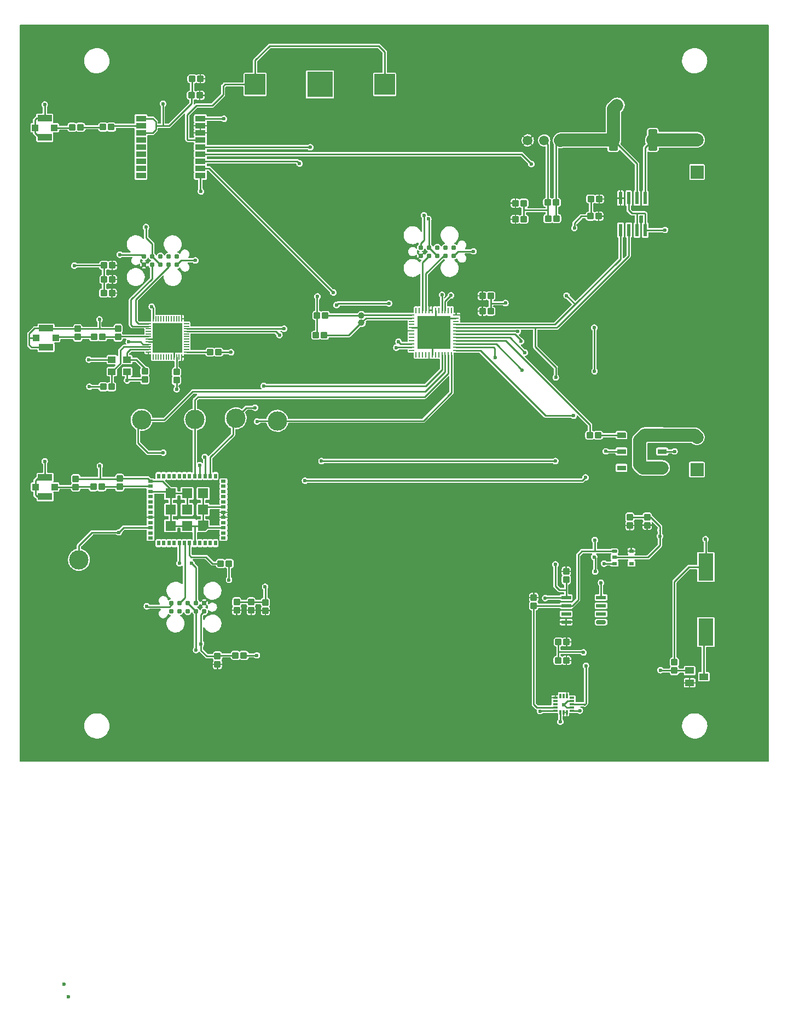
<source format=gbr>
%TF.GenerationSoftware,KiCad,Pcbnew,(5.99.0-10506-gb986797469)*%
%TF.CreationDate,2021-05-21T07:21:06+01:00*%
%TF.ProjectId,LoRa tracker,4c6f5261-2074-4726-9163-6b65722e6b69,rev?*%
%TF.SameCoordinates,Original*%
%TF.FileFunction,Copper,L1,Top*%
%TF.FilePolarity,Positive*%
%FSLAX46Y46*%
G04 Gerber Fmt 4.6, Leading zero omitted, Abs format (unit mm)*
G04 Created by KiCad (PCBNEW (5.99.0-10506-gb986797469)) date 2021-05-21 07:21:06*
%MOMM*%
%LPD*%
G01*
G04 APERTURE LIST*
G04 Aperture macros list*
%AMRoundRect*
0 Rectangle with rounded corners*
0 $1 Rounding radius*
0 $2 $3 $4 $5 $6 $7 $8 $9 X,Y pos of 4 corners*
0 Add a 4 corners polygon primitive as box body*
4,1,4,$2,$3,$4,$5,$6,$7,$8,$9,$2,$3,0*
0 Add four circle primitives for the rounded corners*
1,1,$1+$1,$2,$3*
1,1,$1+$1,$4,$5*
1,1,$1+$1,$6,$7*
1,1,$1+$1,$8,$9*
0 Add four rect primitives between the rounded corners*
20,1,$1+$1,$2,$3,$4,$5,0*
20,1,$1+$1,$4,$5,$6,$7,0*
20,1,$1+$1,$6,$7,$8,$9,0*
20,1,$1+$1,$8,$9,$2,$3,0*%
%AMOutline5P*
0 Free polygon, 5 corners , with rotation*
0 The origin of the aperture is its center*
0 number of corners: always 8*
0 $1 to $10 corner X, Y*
0 $11 Rotation angle, in degrees counterclockwise*
0 create outline with 8 corners*
4,1,5,$1,$2,$3,$4,$5,$6,$7,$8,$9,$10,$1,$2,$11*%
%AMOutline6P*
0 Free polygon, 6 corners , with rotation*
0 The origin of the aperture is its center*
0 number of corners: always 6*
0 $1 to $12 corner X, Y*
0 $13 Rotation angle, in degrees counterclockwise*
0 create outline with 6 corners*
4,1,6,$1,$2,$3,$4,$5,$6,$7,$8,$9,$10,$11,$12,$1,$2,$13*%
%AMOutline7P*
0 Free polygon, 7 corners , with rotation*
0 The origin of the aperture is its center*
0 number of corners: always 7*
0 $1 to $14 corner X, Y*
0 $15 Rotation angle, in degrees counterclockwise*
0 create outline with 7 corners*
4,1,7,$1,$2,$3,$4,$5,$6,$7,$8,$9,$10,$11,$12,$13,$14,$1,$2,$15*%
%AMOutline8P*
0 Free polygon, 8 corners , with rotation*
0 The origin of the aperture is its center*
0 number of corners: always 8*
0 $1 to $16 corner X, Y*
0 $17 Rotation angle, in degrees counterclockwise*
0 create outline with 8 corners*
4,1,8,$1,$2,$3,$4,$5,$6,$7,$8,$9,$10,$11,$12,$13,$14,$15,$16,$1,$2,$17*%
G04 Aperture macros list end*
%TA.AperFunction,ConnectorPad*%
%ADD10C,0.787400*%
%TD*%
%TA.AperFunction,SMDPad,CuDef*%
%ADD11R,5.150000X5.150000*%
%TD*%
%TA.AperFunction,SMDPad,CuDef*%
%ADD12R,0.840000X0.260000*%
%TD*%
%TA.AperFunction,SMDPad,CuDef*%
%ADD13R,0.260000X0.840000*%
%TD*%
%TA.AperFunction,SMDPad,CuDef*%
%ADD14RoundRect,0.250000X-0.300000X0.250000X-0.300000X-0.250000X0.300000X-0.250000X0.300000X0.250000X0*%
%TD*%
%TA.AperFunction,SMDPad,CuDef*%
%ADD15RoundRect,0.250000X0.300000X-0.250000X0.300000X0.250000X-0.300000X0.250000X-0.300000X-0.250000X0*%
%TD*%
%TA.AperFunction,SMDPad,CuDef*%
%ADD16RoundRect,0.250000X0.250000X0.300000X-0.250000X0.300000X-0.250000X-0.300000X0.250000X-0.300000X0*%
%TD*%
%TA.AperFunction,SMDPad,CuDef*%
%ADD17C,3.000000*%
%TD*%
%TA.AperFunction,SMDPad,CuDef*%
%ADD18R,0.800000X0.300000*%
%TD*%
%TA.AperFunction,SMDPad,CuDef*%
%ADD19R,0.300000X0.800000*%
%TD*%
%TA.AperFunction,SMDPad,CuDef*%
%ADD20R,1.000000X1.000000*%
%TD*%
%TA.AperFunction,SMDPad,CuDef*%
%ADD21R,2.200000X1.050000*%
%TD*%
%TA.AperFunction,ComponentPad*%
%ADD22R,2.000000X2.000000*%
%TD*%
%TA.AperFunction,ComponentPad*%
%ADD23C,2.000000*%
%TD*%
%TA.AperFunction,SMDPad,CuDef*%
%ADD24R,0.810000X0.220000*%
%TD*%
%TA.AperFunction,SMDPad,CuDef*%
%ADD25R,0.220000X0.810000*%
%TD*%
%TA.AperFunction,SMDPad,CuDef*%
%ADD26R,4.600000X4.600000*%
%TD*%
%TA.AperFunction,ComponentPad*%
%ADD27C,1.000000*%
%TD*%
%TA.AperFunction,SMDPad,CuDef*%
%ADD28RoundRect,0.150000X-0.625000X0.150000X-0.625000X-0.150000X0.625000X-0.150000X0.625000X0.150000X0*%
%TD*%
%TA.AperFunction,SMDPad,CuDef*%
%ADD29R,1.550000X0.600000*%
%TD*%
%TA.AperFunction,SMDPad,CuDef*%
%ADD30RoundRect,0.250000X-0.250000X-0.300000X0.250000X-0.300000X0.250000X0.300000X-0.250000X0.300000X0*%
%TD*%
%TA.AperFunction,SMDPad,CuDef*%
%ADD31R,2.310000X4.220000*%
%TD*%
%TA.AperFunction,SMDPad,CuDef*%
%ADD32R,1.399540X0.998220*%
%TD*%
%TA.AperFunction,SMDPad,CuDef*%
%ADD33RoundRect,0.137500X0.262500X-0.137500X0.262500X0.137500X-0.262500X0.137500X-0.262500X-0.137500X0*%
%TD*%
%TA.AperFunction,SMDPad,CuDef*%
%ADD34R,0.800000X0.550000*%
%TD*%
%TA.AperFunction,SMDPad,CuDef*%
%ADD35Outline5P,0.400000X0.700000X0.400000X-0.700000X-0.400000X-0.700000X-0.400000X0.540000X-0.240000X0.700000X270.000000*%
%TD*%
%TA.AperFunction,SMDPad,CuDef*%
%ADD36R,1.400000X0.800000*%
%TD*%
%TA.AperFunction,ComponentPad*%
%ADD37C,1.500000*%
%TD*%
%TA.AperFunction,SMDPad,CuDef*%
%ADD38R,0.600000X1.970000*%
%TD*%
%TA.AperFunction,SMDPad,CuDef*%
%ADD39R,1.210000X1.010000*%
%TD*%
%TA.AperFunction,SMDPad,CuDef*%
%ADD40R,0.800000X0.500000*%
%TD*%
%TA.AperFunction,SMDPad,CuDef*%
%ADD41R,0.500000X0.800000*%
%TD*%
%TA.AperFunction,SMDPad,CuDef*%
%ADD42R,1.600000X1.600000*%
%TD*%
%TA.AperFunction,SMDPad,CuDef*%
%ADD43RoundRect,0.249999X0.450001X1.425001X-0.450001X1.425001X-0.450001X-1.425001X0.450001X-1.425001X0*%
%TD*%
%TA.AperFunction,SMDPad,CuDef*%
%ADD44R,3.180000X3.180000*%
%TD*%
%TA.AperFunction,SMDPad,CuDef*%
%ADD45R,3.960000X3.960000*%
%TD*%
%TA.AperFunction,SMDPad,CuDef*%
%ADD46R,1.600000X0.900000*%
%TD*%
%TA.AperFunction,ViaPad*%
%ADD47C,0.600000*%
%TD*%
%TA.AperFunction,Conductor*%
%ADD48C,0.250000*%
%TD*%
%TA.AperFunction,Conductor*%
%ADD49C,2.000000*%
%TD*%
G04 APERTURE END LIST*
%TO.C,U8*%
G36*
X123290000Y-163620000D02*
G01*
X122790000Y-164120000D01*
X121690000Y-164120000D01*
X121690000Y-162520000D01*
X123290000Y-162520000D01*
X123290000Y-163620000D01*
G37*
%TD*%
D10*
%TO.P,CON3,1,VCC*%
%TO.N,+3V3*%
X122665000Y-175285000D03*
%TO.P,CON3,2,SWDIO/TMS*%
%TO.N,/LoRa_RFM/SWDIO*%
X121395000Y-175285000D03*
%TO.P,CON3,3,GND*%
%TO.N,GND*%
X120125000Y-175285000D03*
%TO.P,CON3,4,SWDCLK/TCK*%
%TO.N,/LoRa_RFM/SWCLK*%
X118855000Y-175285000D03*
%TO.P,CON3,5,GND*%
%TO.N,GND*%
X117585000Y-175285000D03*
%TO.P,CON3,6,SWO/TDO*%
%TO.N,unconnected-(CON3-Pad6)*%
X117585000Y-176555000D03*
%TO.P,CON3,7,KEY*%
%TO.N,unconnected-(CON3-Pad7)*%
X118855000Y-176555000D03*
%TO.P,CON3,8,NC/TDI*%
%TO.N,unconnected-(CON3-Pad8)*%
X120125000Y-176555000D03*
%TO.P,CON3,9,GND*%
%TO.N,GND*%
X121395000Y-176555000D03*
%TO.P,CON3,10,tRST*%
%TO.N,/RESET*%
X122665000Y-176555000D03*
%TD*%
D11*
%TO.P,U7,49,EP*%
%TO.N,GND*%
X158180000Y-133410000D03*
D12*
%TO.P,U7,1,PA00*%
%TO.N,Net-(C33-Pad2)*%
X154745000Y-130660000D03*
%TO.P,U7,2,PA01*%
%TO.N,Net-(C34-Pad2)*%
X154745000Y-131160000D03*
%TO.P,U7,3,PA02*%
%TO.N,unconnected-(U7-Pad3)*%
X154745000Y-131660000D03*
%TO.P,U7,4,PA03*%
%TO.N,unconnected-(U7-Pad4)*%
X154745000Y-132160000D03*
%TO.P,U7,5,GNDANA*%
%TO.N,GND*%
X154745000Y-132660000D03*
%TO.P,U7,6,VDDANA*%
%TO.N,+3V3*%
X154745000Y-133160000D03*
%TO.P,U7,7,PB08*%
%TO.N,unconnected-(U7-Pad7)*%
X154745000Y-133660000D03*
%TO.P,U7,8,PB09*%
%TO.N,unconnected-(U7-Pad8)*%
X154745000Y-134160000D03*
%TO.P,U7,9,PA04*%
%TO.N,unconnected-(U7-Pad9)*%
X154745000Y-134660000D03*
%TO.P,U7,10,PA05*%
%TO.N,/RX*%
X154745000Y-135160000D03*
%TO.P,U7,11,PA06*%
%TO.N,/TX*%
X154745000Y-135660000D03*
%TO.P,U7,12,PA07*%
%TO.N,unconnected-(U7-Pad12)*%
X154745000Y-136160000D03*
D13*
%TO.P,U7,13,PA08*%
%TO.N,unconnected-(U7-Pad13)*%
X155430000Y-136845000D03*
%TO.P,U7,14,PA09*%
%TO.N,unconnected-(U7-Pad14)*%
X155930000Y-136845000D03*
%TO.P,U7,15,PA10*%
%TO.N,unconnected-(U7-Pad15)*%
X156430000Y-136845000D03*
%TO.P,U7,16,PA11*%
%TO.N,unconnected-(U7-Pad16)*%
X156930000Y-136845000D03*
%TO.P,U7,17,VDDIO*%
%TO.N,+3V3*%
X157430000Y-136845000D03*
%TO.P,U7,18,GND*%
%TO.N,GND*%
X157930000Y-136845000D03*
%TO.P,U7,19,PB10*%
%TO.N,unconnected-(U7-Pad19)*%
X158430000Y-136845000D03*
%TO.P,U7,20,PB11*%
%TO.N,unconnected-(U7-Pad20)*%
X158930000Y-136845000D03*
%TO.P,U7,21,PA12*%
%TO.N,/MOSI*%
X159430000Y-136845000D03*
%TO.P,U7,22,PA13*%
%TO.N,/SCK*%
X159930000Y-136845000D03*
%TO.P,U7,23,PA14*%
%TO.N,/CS*%
X160430000Y-136845000D03*
%TO.P,U7,24,PA15*%
%TO.N,/MISO*%
X160930000Y-136845000D03*
D12*
%TO.P,U7,25,PA16*%
%TO.N,/INT1*%
X161615000Y-136160000D03*
%TO.P,U7,26,PA17*%
%TO.N,/INT2*%
X161615000Y-135660000D03*
%TO.P,U7,27,PA18*%
%TO.N,/BUZZER*%
X161615000Y-135160000D03*
%TO.P,U7,28,PA19*%
%TO.N,/SSR*%
X161615000Y-134660000D03*
%TO.P,U7,29,PA20*%
%TO.N,/PPS*%
X161615000Y-134160000D03*
%TO.P,U7,30,PA21*%
%TO.N,/WAKE*%
X161615000Y-133660000D03*
%TO.P,U7,31,PA22*%
%TO.N,/RESET_GPS*%
X161615000Y-133160000D03*
%TO.P,U7,32,PA23*%
%TO.N,/SDA*%
X161615000Y-132660000D03*
%TO.P,U7,33,PA24*%
%TO.N,/SCL*%
X161615000Y-132160000D03*
%TO.P,U7,34,PA25*%
%TO.N,unconnected-(U7-Pad34)*%
X161615000Y-131660000D03*
%TO.P,U7,35,GND*%
%TO.N,GND*%
X161615000Y-131160000D03*
%TO.P,U7,36,VDDIO*%
%TO.N,+3V3*%
X161615000Y-130660000D03*
D13*
%TO.P,U7,37,PB22*%
%TO.N,unconnected-(U7-Pad37)*%
X160930000Y-129975000D03*
%TO.P,U7,38,PB23*%
%TO.N,unconnected-(U7-Pad38)*%
X160430000Y-129975000D03*
%TO.P,U7,39,PA27*%
%TO.N,/RESET*%
X159930000Y-129975000D03*
%TO.P,U7,40,~RESET*%
%TO.N,/mcu/RST*%
X159430000Y-129975000D03*
%TO.P,U7,41,PA28*%
%TO.N,unconnected-(U7-Pad41)*%
X158930000Y-129975000D03*
%TO.P,U7,42,GND*%
%TO.N,GND*%
X158430000Y-129975000D03*
%TO.P,U7,43,VDDCORE*%
%TO.N,+3V3*%
X157930000Y-129975000D03*
%TO.P,U7,44,VDDIN*%
X157430000Y-129975000D03*
%TO.P,U7,45,PA30*%
%TO.N,/mcu/SWDCLK*%
X156930000Y-129975000D03*
%TO.P,U7,46,PA31*%
%TO.N,/mcu/SWDIO*%
X156430000Y-129975000D03*
%TO.P,U7,47,PB02*%
%TO.N,unconnected-(U7-Pad47)*%
X155930000Y-129975000D03*
%TO.P,U7,48,PB03*%
%TO.N,unconnected-(U7-Pad48)*%
X155430000Y-129975000D03*
%TD*%
D14*
%TO.P,C7,1*%
%TO.N,+3V3*%
X122075000Y-94105000D03*
%TO.P,C7,2*%
%TO.N,GND*%
X120805000Y-94105000D03*
%TD*%
D15*
%TO.P,C10,1*%
%TO.N,GND*%
X107120000Y-127280000D03*
%TO.P,C10,2*%
%TO.N,+3V3*%
X108390000Y-127280000D03*
%TD*%
D16*
%TO.P,C27,1*%
%TO.N,+3V3*%
X129915000Y-176417500D03*
%TO.P,C27,2*%
%TO.N,GND*%
X129915000Y-175147500D03*
%TD*%
D17*
%TO.P,TP2,1,1*%
%TO.N,/MOSI*%
X127520000Y-146690000D03*
%TD*%
D18*
%TO.P,U3,1,VDD_IO*%
%TO.N,+3V3*%
X176975000Y-189950000D03*
%TO.P,U3,2,NC*%
%TO.N,unconnected-(U3-Pad2)*%
X176975000Y-190450000D03*
%TO.P,U3,3,NC*%
%TO.N,unconnected-(U3-Pad3)*%
X176975000Y-190950000D03*
%TO.P,U3,4,SCL/SPC*%
%TO.N,/SCL*%
X176975000Y-191450000D03*
%TO.P,U3,5,GND*%
%TO.N,GND*%
X176975000Y-191950000D03*
D19*
%TO.P,U3,6,SDA/SDI/SDO*%
%TO.N,/SDA*%
X177750000Y-192225000D03*
%TO.P,U3,7,SDO/SA0*%
%TO.N,+3V3*%
X178250000Y-192225000D03*
%TO.P,U3,8,CS*%
X178750000Y-192225000D03*
D18*
%TO.P,U3,9,INT2*%
%TO.N,/INT2*%
X179525000Y-191950000D03*
%TO.P,U3,10,GND*%
%TO.N,GND*%
X179525000Y-191450000D03*
%TO.P,U3,11,INT1*%
%TO.N,/INT1*%
X179525000Y-190950000D03*
%TO.P,U3,12,GND*%
%TO.N,GND*%
X179525000Y-190450000D03*
%TO.P,U3,13,ADC3*%
%TO.N,unconnected-(U3-Pad13)*%
X179525000Y-189950000D03*
D19*
%TO.P,U3,14,VDD*%
%TO.N,+3V3*%
X178750000Y-189675000D03*
%TO.P,U3,15,ADC2*%
%TO.N,unconnected-(U3-Pad15)*%
X178250000Y-189675000D03*
%TO.P,U3,16,ADC1*%
%TO.N,unconnected-(U3-Pad16)*%
X177750000Y-189675000D03*
%TD*%
D14*
%TO.P,C5,1*%
%TO.N,+3V3*%
X183770000Y-112720000D03*
%TO.P,C5,2*%
%TO.N,GND*%
X182500000Y-112720000D03*
%TD*%
D15*
%TO.P,C21,2*%
%TO.N,GND*%
X166970000Y-130110000D03*
%TO.P,C21,1*%
%TO.N,+3V3*%
X165700000Y-130110000D03*
%TD*%
D20*
%TO.P,AE3,1,A*%
%TO.N,Net-(AE3-Pad1)*%
X99540000Y-157320000D03*
%TO.P,AE3,2,Shield*%
%TO.N,GND*%
X96540000Y-157320000D03*
D21*
X98040000Y-158795000D03*
X98040000Y-155845000D03*
%TD*%
D22*
%TO.P,J2,1,Pin_1*%
%TO.N,VDC*%
X198885000Y-154615000D03*
D23*
%TO.P,J2,2,Pin_2*%
%TO.N,Net-(J2-Pad2)*%
X198885000Y-149615000D03*
%TD*%
D14*
%TO.P,L1,1*%
%TO.N,Net-(L1-Pad1)*%
X108280000Y-101590000D03*
%TO.P,L1,2*%
%TO.N,Net-(C9-Pad1)*%
X107010000Y-101590000D03*
%TD*%
D24*
%TO.P,U6,1,DEC1*%
%TO.N,Net-(C15-Pad2)*%
X119920000Y-136420000D03*
%TO.P,U6,2,P0.00/XL1*%
%TO.N,unconnected-(U6-Pad2)*%
X119920000Y-136020000D03*
%TO.P,U6,3,P0.01/XL2*%
%TO.N,unconnected-(U6-Pad3)*%
X119920000Y-135620000D03*
%TO.P,U6,4,P0.02/AIN0*%
%TO.N,unconnected-(U6-Pad4)*%
X119920000Y-135220000D03*
%TO.P,U6,5,P0.03/AIN1*%
%TO.N,unconnected-(U6-Pad5)*%
X119920000Y-134820000D03*
%TO.P,U6,6,P0.04/AIN2*%
%TO.N,unconnected-(U6-Pad6)*%
X119920000Y-134420000D03*
%TO.P,U6,7,P0.05/AIN3*%
%TO.N,unconnected-(U6-Pad7)*%
X119920000Y-134020000D03*
%TO.P,U6,8,P0.06*%
%TO.N,unconnected-(U6-Pad8)*%
X119920000Y-133620000D03*
%TO.P,U6,9,P0.07*%
%TO.N,/SCL*%
X119920000Y-133220000D03*
%TO.P,U6,10,P0.08*%
%TO.N,/SDA*%
X119920000Y-132820000D03*
%TO.P,U6,11,P0.09*%
%TO.N,unconnected-(U6-Pad11)*%
X119920000Y-132420000D03*
%TO.P,U6,12,P0.10*%
%TO.N,unconnected-(U6-Pad12)*%
X119920000Y-132020000D03*
D25*
%TO.P,U6,13,VDD*%
%TO.N,+3V3*%
X119170000Y-131270000D03*
%TO.P,U6,14,P0.11*%
%TO.N,unconnected-(U6-Pad14)*%
X118770000Y-131270000D03*
%TO.P,U6,15,P0.12*%
%TO.N,unconnected-(U6-Pad15)*%
X118370000Y-131270000D03*
%TO.P,U6,16,P0.13*%
%TO.N,unconnected-(U6-Pad16)*%
X117970000Y-131270000D03*
%TO.P,U6,17,P0.14*%
%TO.N,unconnected-(U6-Pad17)*%
X117570000Y-131270000D03*
%TO.P,U6,18,P0.15*%
%TO.N,unconnected-(U6-Pad18)*%
X117170000Y-131270000D03*
%TO.P,U6,19,P0.16*%
%TO.N,unconnected-(U6-Pad19)*%
X116770000Y-131270000D03*
%TO.P,U6,20,P0.17*%
%TO.N,unconnected-(U6-Pad20)*%
X116370000Y-131270000D03*
%TO.P,U6,21,P0.18*%
%TO.N,unconnected-(U6-Pad21)*%
X115970000Y-131270000D03*
%TO.P,U6,22,P0.19*%
%TO.N,unconnected-(U6-Pad22)*%
X115570000Y-131270000D03*
%TO.P,U6,23,P0.20*%
%TO.N,unconnected-(U6-Pad23)*%
X115170000Y-131270000D03*
%TO.P,U6,24,P0.21/~RESET*%
%TO.N,/nrf/RST*%
X114770000Y-131270000D03*
D24*
%TO.P,U6,25,SWDCLK*%
%TO.N,/nrf/SWDCLK*%
X114020000Y-132020000D03*
%TO.P,U6,26,SWDIO*%
%TO.N,/nrf/SWDIO*%
X114020000Y-132420000D03*
%TO.P,U6,27,P0.22*%
%TO.N,unconnected-(U6-Pad27)*%
X114020000Y-132820000D03*
%TO.P,U6,28,P0.23*%
%TO.N,unconnected-(U6-Pad28)*%
X114020000Y-133220000D03*
%TO.P,U6,29,P0.24*%
%TO.N,unconnected-(U6-Pad29)*%
X114020000Y-133620000D03*
%TO.P,U6,30,ANT*%
%TO.N,Net-(C16-Pad1)*%
X114020000Y-134020000D03*
%TO.P,U6,31,VSS*%
%TO.N,GND*%
X114020000Y-134420000D03*
%TO.P,U6,32,DEC2*%
X114020000Y-134820000D03*
%TO.P,U6,33,DEC3*%
%TO.N,Net-(C14-Pad2)*%
X114020000Y-135220000D03*
%TO.P,U6,34,XC1*%
%TO.N,Net-(C17-Pad1)*%
X114020000Y-135620000D03*
%TO.P,U6,35,XC2*%
%TO.N,Net-(C18-Pad1)*%
X114020000Y-136020000D03*
%TO.P,U6,36,VDD*%
%TO.N,+3V3*%
X114020000Y-136420000D03*
D25*
%TO.P,U6,37,P0.25*%
%TO.N,unconnected-(U6-Pad37)*%
X114770000Y-137170000D03*
%TO.P,U6,38,P0.26*%
%TO.N,unconnected-(U6-Pad38)*%
X115170000Y-137170000D03*
%TO.P,U6,39,P0.27*%
%TO.N,unconnected-(U6-Pad39)*%
X115570000Y-137170000D03*
%TO.P,U6,40,P0.28/AIN4*%
%TO.N,unconnected-(U6-Pad40)*%
X115970000Y-137170000D03*
%TO.P,U6,41,P0.29/AIN5*%
%TO.N,unconnected-(U6-Pad41)*%
X116370000Y-137170000D03*
%TO.P,U6,42,P0.30/AIN6*%
%TO.N,unconnected-(U6-Pad42)*%
X116770000Y-137170000D03*
%TO.P,U6,43,P0.31/AIN7*%
%TO.N,unconnected-(U6-Pad43)*%
X117170000Y-137170000D03*
%TO.P,U6,44,NC*%
%TO.N,unconnected-(U6-Pad44)*%
X117570000Y-137170000D03*
%TO.P,U6,45,VSS*%
%TO.N,GND*%
X117970000Y-137170000D03*
%TO.P,U6,46,DEC4*%
%TO.N,Net-(C13-Pad2)*%
X118370000Y-137170000D03*
%TO.P,U6,47,DCC*%
%TO.N,unconnected-(U6-Pad47)*%
X118770000Y-137170000D03*
%TO.P,U6,48,VDD*%
%TO.N,+3V3*%
X119170000Y-137170000D03*
D26*
%TO.P,U6,49,VSS*%
%TO.N,GND*%
X116970000Y-134220000D03*
%TD*%
D14*
%TO.P,C15,1*%
%TO.N,GND*%
X124855000Y-136425000D03*
%TO.P,C15,2*%
%TO.N,Net-(C15-Pad2)*%
X123585000Y-136425000D03*
%TD*%
D16*
%TO.P,R9,1*%
%TO.N,+3V3*%
X124714000Y-184790000D03*
%TO.P,R9,2*%
%TO.N,/RESET*%
X124714000Y-183520000D03*
%TD*%
D14*
%TO.P,C31,1*%
%TO.N,+3V3*%
X178715000Y-184165000D03*
%TO.P,C31,2*%
%TO.N,GND*%
X177445000Y-184165000D03*
%TD*%
D27*
%TO.P,Y2,1,1*%
%TO.N,Net-(C34-Pad2)*%
X146970000Y-131880000D03*
%TO.P,Y2,2,2*%
%TO.N,Net-(C33-Pad2)*%
X146970000Y-130780000D03*
%TD*%
D28*
%TO.P,U9,1,NC*%
%TO.N,unconnected-(U9-Pad1)*%
X184058578Y-178235000D03*
D29*
%TO.P,U9,2,NC*%
%TO.N,unconnected-(U9-Pad2)*%
X184058578Y-176965000D03*
%TO.P,U9,3,NC*%
%TO.N,unconnected-(U9-Pad3)*%
X184058578Y-175695000D03*
%TO.P,U9,4,GND*%
%TO.N,GND*%
X184058578Y-174425000D03*
%TO.P,U9,5,SDA*%
%TO.N,/SDA*%
X178658578Y-174425000D03*
%TO.P,U9,6,SCL*%
%TO.N,/SCL*%
X178658578Y-175695000D03*
%TO.P,U9,7,NC*%
%TO.N,unconnected-(U9-Pad7)*%
X178658578Y-176965000D03*
%TO.P,U9,8,VCC*%
%TO.N,+3V3*%
X178658578Y-178235000D03*
%TD*%
D15*
%TO.P,C11,1*%
%TO.N,GND*%
X107160000Y-123010000D03*
%TO.P,C11,2*%
%TO.N,+3V3*%
X108430000Y-123010000D03*
%TD*%
D30*
%TO.P,C18,1*%
%TO.N,Net-(C18-Pad1)*%
X113475000Y-139415000D03*
%TO.P,C18,2*%
%TO.N,GND*%
X113475000Y-140685000D03*
%TD*%
D16*
%TO.P,R2,1*%
%TO.N,/BUZZER*%
X195410000Y-185750000D03*
%TO.P,R2,2*%
%TO.N,GND*%
X195410000Y-184480000D03*
%TD*%
%TO.P,C19,1*%
%TO.N,Net-(AE2-Pad1)*%
X103085000Y-134105000D03*
%TO.P,C19,2*%
%TO.N,GND*%
X103085000Y-132835000D03*
%TD*%
D31*
%TO.P,PZ1,1*%
%TO.N,Net-(PZ1-Pad1)*%
X200250000Y-179795000D03*
%TO.P,PZ1,2*%
%TO.N,GND*%
X200250000Y-169705000D03*
%TD*%
D32*
%TO.P,Q1,1*%
%TO.N,/BUZZER*%
X197760180Y-185745040D03*
%TO.P,Q1,2*%
%TO.N,+3V3*%
X197760180Y-187644960D03*
%TO.P,Q1,3*%
%TO.N,Net-(PZ1-Pad1)*%
X199959820Y-186695000D03*
%TD*%
D33*
%TO.P,U5,1,SCL*%
%TO.N,/SCL*%
X186137500Y-167267500D03*
D34*
%TO.P,U5,2,GND*%
%TO.N,GND*%
X186137500Y-168217500D03*
%TO.P,U5,3,SDA*%
%TO.N,/SDA*%
X186137500Y-169167500D03*
%TO.P,U5,4,NC*%
%TO.N,unconnected-(U5-Pad4)*%
X188737500Y-169167500D03*
%TO.P,U5,5,VCC*%
%TO.N,+3V3*%
X188737500Y-167267500D03*
%TD*%
D35*
%TO.P,U4,1,Anode*%
%TO.N,Net-(R3-Pad2)*%
X187210000Y-149270000D03*
D36*
%TO.P,U4,2,Catode*%
%TO.N,GND*%
X187210000Y-151810000D03*
%TO.P,U4,3*%
%TO.N,unconnected-(U4-Pad3)*%
X187210000Y-154350000D03*
%TO.P,U4,4,OUT1*%
%TO.N,Net-(J2-Pad2)*%
X193510000Y-154350000D03*
%TO.P,U4,5,OUT2*%
%TO.N,GND*%
X193510000Y-151810000D03*
%TO.P,U4,6,OUT3*%
%TO.N,Net-(J2-Pad2)*%
X193510000Y-149270000D03*
%TD*%
D14*
%TO.P,R6,1*%
%TO.N,Net-(C16-Pad1)*%
X106880000Y-134080000D03*
%TO.P,R6,2*%
%TO.N,Net-(AE2-Pad1)*%
X105610000Y-134080000D03*
%TD*%
D16*
%TO.P,C26,1*%
%TO.N,+3V3*%
X127680000Y-176400000D03*
%TO.P,C26,2*%
%TO.N,GND*%
X127680000Y-175130000D03*
%TD*%
D22*
%TO.P,J1,1,Pin_1*%
%TO.N,GND*%
X198915000Y-108545000D03*
D23*
%TO.P,J1,2,Pin_2*%
%TO.N,Net-(J1-Pad2)*%
X198915000Y-103545000D03*
%TD*%
D16*
%TO.P,C30,1*%
%TO.N,+3V3*%
X191190000Y-163237157D03*
%TO.P,C30,2*%
%TO.N,GND*%
X191190000Y-161967157D03*
%TD*%
D14*
%TO.P,C6,1*%
%TO.N,+3V3*%
X183700000Y-115390000D03*
%TO.P,C6,2*%
%TO.N,GND*%
X182430000Y-115390000D03*
%TD*%
D10*
%TO.P,CON2,1,VCC*%
%TO.N,+3V3*%
X156175000Y-121505000D03*
%TO.P,CON2,2,SWDIO/TMS*%
%TO.N,/mcu/SWDIO*%
X157445000Y-121505000D03*
%TO.P,CON2,3,GND*%
%TO.N,GND*%
X158715000Y-121505000D03*
%TO.P,CON2,4,SWDCLK/TCK*%
%TO.N,/mcu/SWDCLK*%
X159985000Y-121505000D03*
%TO.P,CON2,5,GND*%
%TO.N,GND*%
X161255000Y-121505000D03*
%TO.P,CON2,6,SWO/TDO*%
%TO.N,unconnected-(CON2-Pad6)*%
X161255000Y-120235000D03*
%TO.P,CON2,7,KEY*%
%TO.N,unconnected-(CON2-Pad7)*%
X159985000Y-120235000D03*
%TO.P,CON2,8,NC/TDI*%
%TO.N,unconnected-(CON2-Pad8)*%
X158715000Y-120235000D03*
%TO.P,CON2,9,GND*%
%TO.N,GND*%
X157445000Y-120235000D03*
%TO.P,CON2,10,tRST*%
%TO.N,/mcu/RST*%
X156175000Y-120235000D03*
%TD*%
D37*
%TO.P,U2,1,IN*%
%TO.N,VDC*%
X177790000Y-103650000D03*
%TO.P,U2,2,GND*%
%TO.N,GND*%
X175250000Y-103650000D03*
%TO.P,U2,3,OUT*%
%TO.N,+3V3*%
X172710000Y-103650000D03*
%TD*%
D30*
%TO.P,R5,1*%
%TO.N,+3V3*%
X173645000Y-174435000D03*
%TO.P,R5,2*%
%TO.N,/SCL*%
X173645000Y-175705000D03*
%TD*%
D14*
%TO.P,C1,1*%
%TO.N,VDC*%
X177105000Y-113245000D03*
%TO.P,C1,2*%
%TO.N,GND*%
X175835000Y-113245000D03*
%TD*%
%TO.P,R7,1*%
%TO.N,GND*%
X126492000Y-169164000D03*
%TO.P,R7,2*%
%TO.N,Net-(R7-Pad2)*%
X125222000Y-169164000D03*
%TD*%
D16*
%TO.P,C25,1*%
%TO.N,+3V3*%
X132110000Y-176450000D03*
%TO.P,C25,2*%
%TO.N,GND*%
X132110000Y-175180000D03*
%TD*%
%TO.P,C24,1*%
%TO.N,Net-(AE3-Pad1)*%
X102780000Y-157310000D03*
%TO.P,C24,2*%
%TO.N,GND*%
X102780000Y-156040000D03*
%TD*%
D38*
%TO.P,U1,1,IN+*%
%TO.N,Net-(J1-Pad2)*%
X190875000Y-112590000D03*
%TO.P,U1,2,IN-*%
%TO.N,VDC*%
X189605000Y-112590000D03*
%TO.P,U1,3,GND*%
%TO.N,GND*%
X188335000Y-112590000D03*
%TO.P,U1,4,VS*%
%TO.N,+3V3*%
X187065000Y-112590000D03*
%TO.P,U1,5,SCL*%
%TO.N,/SCL*%
X187065000Y-117530000D03*
%TO.P,U1,6,SDA*%
%TO.N,/SDA*%
X188335000Y-117530000D03*
%TO.P,U1,7,A0*%
%TO.N,GND*%
X189605000Y-117530000D03*
%TO.P,U1,8,A1*%
X190875000Y-117530000D03*
%TD*%
D14*
%TO.P,R8,1*%
%TO.N,/LoRa_RFM/ANT*%
X106780000Y-157290000D03*
%TO.P,R8,2*%
%TO.N,Net-(AE3-Pad1)*%
X105510000Y-157290000D03*
%TD*%
D39*
%TO.P,Y1,1,1*%
%TO.N,Net-(C18-Pad1)*%
X110730000Y-137603609D03*
%TO.P,Y1,2,2*%
%TO.N,GND*%
X108370000Y-137603609D03*
%TO.P,Y1,3,3*%
%TO.N,Net-(C17-Pad1)*%
X108370000Y-139463609D03*
%TO.P,Y1,4,4*%
%TO.N,GND*%
X110730000Y-139463609D03*
%TD*%
D15*
%TO.P,C12,1*%
%TO.N,GND*%
X107180000Y-125170000D03*
%TO.P,C12,2*%
%TO.N,+3V3*%
X108450000Y-125170000D03*
%TD*%
D30*
%TO.P,R4,1*%
%TO.N,+3V3*%
X178655000Y-170385000D03*
%TO.P,R4,2*%
%TO.N,/SDA*%
X178655000Y-171655000D03*
%TD*%
D17*
%TO.P,TP4,1,1*%
%TO.N,/CS*%
X121230000Y-146870000D03*
%TD*%
%TO.P,TP3,1,1*%
%TO.N,/MISO*%
X133980000Y-147070000D03*
%TD*%
D16*
%TO.P,C28,1*%
%TO.N,+3V3*%
X188520000Y-163280000D03*
%TO.P,C28,2*%
%TO.N,GND*%
X188520000Y-162010000D03*
%TD*%
D40*
%TO.P,U8,1,PA12/USB_DP*%
%TO.N,unconnected-(U8-Pad1)*%
X125640000Y-165220000D03*
%TO.P,U8,2,PA11/USB_DM*%
%TO.N,unconnected-(U8-Pad2)*%
X125640000Y-164420000D03*
%TO.P,U8,3,GND*%
%TO.N,GND*%
X125640000Y-163620000D03*
%TO.P,U8,4,VDD_USB*%
%TO.N,unconnected-(U8-Pad4)*%
X125640000Y-162820000D03*
%TO.P,U8,5,VDD_MCU*%
%TO.N,+3V3*%
X125640000Y-162020000D03*
%TO.P,U8,6,VDD_RF*%
X125640000Y-161220000D03*
%TO.P,U8,7,GND*%
%TO.N,GND*%
X125640000Y-160420000D03*
%TO.P,U8,8,DBG_SX1276_DIO2*%
%TO.N,unconnected-(U8-Pad8)*%
X125640000Y-159620000D03*
%TO.P,U8,9,DBG_SX1276_DIO3*%
%TO.N,unconnected-(U8-Pad9)*%
X125640000Y-158820000D03*
%TO.P,U8,10,SX1276_DIO4*%
%TO.N,unconnected-(U8-Pad10)*%
X125640000Y-158020000D03*
%TO.P,U8,11,DBG_SX1276_DIO5*%
%TO.N,unconnected-(U8-Pad11)*%
X125640000Y-157220000D03*
%TO.P,U8,12,DBG_SX1276_DIO1*%
%TO.N,unconnected-(U8-Pad12)*%
X125640000Y-156420000D03*
D41*
%TO.P,U8,13,DBG_SX1276_DIO0*%
%TO.N,unconnected-(U8-Pad13)*%
X124390000Y-155620000D03*
%TO.P,U8,14,PB15/SPI2_MOSI*%
%TO.N,/MOSI*%
X123590000Y-155620000D03*
%TO.P,U8,15,PB14/SPI2_MISO*%
%TO.N,/MISO*%
X122790000Y-155620000D03*
%TO.P,U8,16,PB13/SPI2_SCK*%
%TO.N,/SCK*%
X121990000Y-155620000D03*
%TO.P,U8,17,PB12/SPI2_NSS*%
%TO.N,/CS*%
X121190000Y-155620000D03*
%TO.P,U8,18,PA10/USART1_RX*%
%TO.N,unconnected-(U8-Pad18)*%
X120390000Y-155620000D03*
%TO.P,U8,19,PA9/USART1_TX*%
%TO.N,unconnected-(U8-Pad19)*%
X119590000Y-155620000D03*
%TO.P,U8,20,PA8/MCO*%
%TO.N,unconnected-(U8-Pad20)*%
X118790000Y-155620000D03*
%TO.P,U8,21,PA5/ADC5/DAC2*%
%TO.N,unconnected-(U8-Pad21)*%
X117990000Y-155620000D03*
%TO.P,U8,22,PA4/ADC4/DAC1*%
%TO.N,unconnected-(U8-Pad22)*%
X117190000Y-155620000D03*
%TO.P,U8,23,PA3/ADC3*%
%TO.N,unconnected-(U8-Pad23)*%
X116390000Y-155620000D03*
%TO.P,U8,24,PA2/ADC2*%
%TO.N,unconnected-(U8-Pad24)*%
X115590000Y-155620000D03*
D40*
%TO.P,U8,25,GND*%
%TO.N,GND*%
X114340000Y-156420000D03*
%TO.P,U8,26,ANT*%
%TO.N,/LoRa_RFM/ANT*%
X114340000Y-157220000D03*
%TO.P,U8,27,GND*%
%TO.N,GND*%
X114340000Y-158020000D03*
%TO.P,U8,28,DBG_CRF1*%
%TO.N,unconnected-(U8-Pad28)*%
X114340000Y-158820000D03*
%TO.P,U8,29,DBG_CRF3*%
%TO.N,unconnected-(U8-Pad29)*%
X114340000Y-159620000D03*
%TO.P,U8,30,DBG_CRF2*%
%TO.N,unconnected-(U8-Pad30)*%
X114340000Y-160420000D03*
%TO.P,U8,31,STSAFE_NRST*%
%TO.N,unconnected-(U8-Pad31)*%
X114340000Y-161220000D03*
%TO.P,U8,32,VREF+*%
%TO.N,+3V3*%
X114340000Y-162020000D03*
%TO.P,U8,33,PA0/WKUP1*%
%TO.N,unconnected-(U8-Pad33)*%
X114340000Y-162820000D03*
%TO.P,U8,34,MCU_NRST*%
%TO.N,/RESET*%
X114340000Y-163620000D03*
%TO.P,U8,35,PB8/I2C1_SCL*%
%TO.N,unconnected-(U8-Pad35)*%
X114340000Y-164420000D03*
%TO.P,U8,36,PB9/I2C1_SDA*%
%TO.N,unconnected-(U8-Pad36)*%
X114340000Y-165220000D03*
D41*
%TO.P,U8,37,PB2/LPTIM1_OUT*%
%TO.N,unconnected-(U8-Pad37)*%
X115590000Y-166020000D03*
%TO.P,U8,38,PB7/LPTIM1_IN2*%
%TO.N,unconnected-(U8-Pad38)*%
X116390000Y-166020000D03*
%TO.P,U8,39,PB6/LPTIM1_ETR*%
%TO.N,unconnected-(U8-Pad39)*%
X117190000Y-166020000D03*
%TO.P,U8,40,PB5/LPTIM1_IN1*%
%TO.N,unconnected-(U8-Pad40)*%
X117990000Y-166020000D03*
%TO.P,U8,41,PA13/SWDIO*%
%TO.N,/LoRa_RFM/SWDIO*%
X118790000Y-166020000D03*
%TO.P,U8,42,PA14/SWCLK*%
%TO.N,/LoRa_RFM/SWCLK*%
X119590000Y-166020000D03*
%TO.P,U8,43,BOOT0*%
%TO.N,Net-(R7-Pad2)*%
X120390000Y-166020000D03*
%TO.P,U8,44,GND*%
%TO.N,GND*%
X121190000Y-166020000D03*
%TO.P,U8,45,PH1-OSC_OUT*%
%TO.N,unconnected-(U8-Pad45)*%
X121990000Y-166020000D03*
%TO.P,U8,46,PH0-OSC_IN*%
%TO.N,unconnected-(U8-Pad46)*%
X122790000Y-166020000D03*
%TO.P,U8,47,TCXO_OUT*%
%TO.N,unconnected-(U8-Pad47)*%
X123590000Y-166020000D03*
%TO.P,U8,48,VDD_TCXO*%
%TO.N,unconnected-(U8-Pad48)*%
X124390000Y-166020000D03*
D42*
%TO.P,U8,50,GND*%
%TO.N,GND*%
X119990000Y-163320000D03*
%TO.P,U8,51,GND*%
X117490000Y-163320000D03*
%TO.P,U8,52,GND*%
X122490000Y-160820000D03*
%TO.P,U8,53,GND*%
X119990000Y-160820000D03*
%TO.P,U8,54,GND*%
X117490000Y-160820000D03*
%TO.P,U8,55,GND*%
X122490000Y-158320000D03*
%TO.P,U8,56,GND*%
X119990000Y-158320000D03*
%TO.P,U8,57,GND*%
X117490000Y-158320000D03*
D20*
%TO.P,U8,49,GND*%
X122490000Y-163320000D03*
%TD*%
D14*
%TO.P,C9,1*%
%TO.N,Net-(C9-Pad1)*%
X103515000Y-101605000D03*
%TO.P,C9,2*%
%TO.N,Net-(AE1-Pad1)*%
X102245000Y-101605000D03*
%TD*%
D16*
%TO.P,C16,1*%
%TO.N,Net-(C16-Pad1)*%
X109330000Y-134070000D03*
%TO.P,C16,2*%
%TO.N,GND*%
X109330000Y-132800000D03*
%TD*%
D17*
%TO.P,TP5,1,1*%
%TO.N,/SCK*%
X112980000Y-146920000D03*
%TD*%
D10*
%TO.P,CON1,1,VCC*%
%TO.N,+3V3*%
X113335000Y-122905000D03*
%TO.P,CON1,2,SWDIO/TMS*%
%TO.N,/nrf/SWDIO*%
X114605000Y-122905000D03*
%TO.P,CON1,3,GND*%
%TO.N,GND*%
X115875000Y-122905000D03*
%TO.P,CON1,4,SWDCLK/TCK*%
%TO.N,/nrf/SWDCLK*%
X117145000Y-122905000D03*
%TO.P,CON1,5,GND*%
%TO.N,GND*%
X118415000Y-122905000D03*
%TO.P,CON1,6,SWO/TDO*%
%TO.N,unconnected-(CON1-Pad6)*%
X118415000Y-121635000D03*
%TO.P,CON1,7,KEY*%
%TO.N,unconnected-(CON1-Pad7)*%
X117145000Y-121635000D03*
%TO.P,CON1,8,NC/TDI*%
%TO.N,unconnected-(CON1-Pad8)*%
X115875000Y-121635000D03*
%TO.P,CON1,9,GND*%
%TO.N,GND*%
X114605000Y-121635000D03*
%TO.P,CON1,10,tRST*%
%TO.N,/nrf/RST*%
X113335000Y-121635000D03*
%TD*%
D16*
%TO.P,C13,1*%
%TO.N,GND*%
X118370000Y-140790000D03*
%TO.P,C13,2*%
%TO.N,Net-(C13-Pad2)*%
X118370000Y-139520000D03*
%TD*%
D15*
%TO.P,C32,1*%
%TO.N,/RESET*%
X127508000Y-183388000D03*
%TO.P,C32,2*%
%TO.N,GND*%
X128778000Y-183388000D03*
%TD*%
D14*
%TO.P,C8,1*%
%TO.N,+3V3*%
X121985000Y-96675000D03*
%TO.P,C8,2*%
%TO.N,GND*%
X120715000Y-96675000D03*
%TD*%
D15*
%TO.P,R3,1*%
%TO.N,/SSR*%
X182345000Y-149295000D03*
%TO.P,R3,2*%
%TO.N,Net-(R3-Pad2)*%
X183615000Y-149295000D03*
%TD*%
%TO.P,C4,1*%
%TO.N,+3V3*%
X170815000Y-115865000D03*
%TO.P,C4,2*%
%TO.N,GND*%
X172085000Y-115865000D03*
%TD*%
D14*
%TO.P,C17,1*%
%TO.N,Net-(C17-Pad1)*%
X108295000Y-141805000D03*
%TO.P,C17,2*%
%TO.N,GND*%
X107025000Y-141805000D03*
%TD*%
D15*
%TO.P,C33,1*%
%TO.N,GND*%
X140120000Y-130750000D03*
%TO.P,C33,2*%
%TO.N,Net-(C33-Pad2)*%
X141390000Y-130750000D03*
%TD*%
D14*
%TO.P,C2,1*%
%TO.N,VDC*%
X177145000Y-115745000D03*
%TO.P,C2,2*%
%TO.N,GND*%
X175875000Y-115745000D03*
%TD*%
%TO.P,C29,1*%
%TO.N,+3V3*%
X178727157Y-181330000D03*
%TO.P,C29,2*%
%TO.N,GND*%
X177457157Y-181330000D03*
%TD*%
D17*
%TO.P,TP1,1,1*%
%TO.N,/RESET*%
X103280000Y-168580000D03*
%TD*%
D43*
%TO.P,R1,1*%
%TO.N,Net-(J1-Pad2)*%
X192060000Y-103610000D03*
%TO.P,R1,2*%
%TO.N,VDC*%
X185960000Y-103610000D03*
%TD*%
D20*
%TO.P,AE1,1,A*%
%TO.N,Net-(AE1-Pad1)*%
X99480000Y-101690000D03*
%TO.P,AE1,2,Shield*%
%TO.N,GND*%
X96480000Y-101690000D03*
D21*
X97980000Y-103165000D03*
X97980000Y-100215000D03*
%TD*%
D44*
%TO.P,BT1,1,+*%
%TO.N,Net-(BT1-Pad1)*%
X150580000Y-94990000D03*
X130540000Y-94990000D03*
D45*
%TO.P,BT1,2,-*%
%TO.N,GND*%
X140560000Y-94990000D03*
%TD*%
D46*
%TO.P,MOD2,1,GND*%
%TO.N,GND*%
X122068596Y-109080000D03*
%TO.P,MOD2,2,TX*%
%TO.N,/TX*%
X122068596Y-107980000D03*
%TO.P,MOD2,3,RX*%
%TO.N,/RX*%
X122068596Y-106880000D03*
%TO.P,MOD2,4,PPS*%
%TO.N,/PPS*%
X122068596Y-105780000D03*
%TO.P,MOD2,5,WAKE*%
%TO.N,/WAKE*%
X122068596Y-104680000D03*
%TO.P,MOD2,6,VBAT*%
%TO.N,Net-(BT1-Pad1)*%
X122068596Y-103580000D03*
%TO.P,MOD2,7,VCC_IO*%
%TO.N,+3V3*%
X122068596Y-102480000D03*
%TO.P,MOD2,8,VCC*%
X122068596Y-101380000D03*
%TO.P,MOD2,9,SYS_RESET*%
%TO.N,/RESET_GPS*%
X122068596Y-100280000D03*
%TO.P,MOD2,10,GND_RF*%
%TO.N,GND*%
X112868596Y-100280000D03*
%TO.P,MOD2,11,RF_IN*%
%TO.N,Net-(L1-Pad1)*%
X112868596Y-101380000D03*
%TO.P,MOD2,12,GND_RF*%
%TO.N,GND*%
X112868596Y-102480000D03*
%TO.P,MOD2,13,ANT_OFF*%
%TO.N,unconnected-(MOD2-Pad13)*%
X112868596Y-103580000D03*
%TO.P,MOD2,14,VCC_RF*%
%TO.N,unconnected-(MOD2-Pad14)*%
X112868596Y-104680000D03*
%TO.P,MOD2,15,RESERVED*%
%TO.N,unconnected-(MOD2-Pad15)*%
X112868596Y-105780000D03*
%TO.P,MOD2,16,SDA*%
%TO.N,unconnected-(MOD2-Pad16)*%
X112868596Y-106880000D03*
%TO.P,MOD2,17,SCL*%
%TO.N,unconnected-(MOD2-Pad17)*%
X112868596Y-107980000D03*
%TO.P,MOD2,18,RESERVED*%
%TO.N,unconnected-(MOD2-Pad18)*%
X112868596Y-109080000D03*
%TD*%
D20*
%TO.P,AE2,1,A*%
%TO.N,Net-(AE2-Pad1)*%
X99680000Y-134220000D03*
%TO.P,AE2,2,Shield*%
%TO.N,GND*%
X96680000Y-134220000D03*
D21*
X98180000Y-135695000D03*
X98180000Y-132745000D03*
%TD*%
D15*
%TO.P,C22,1*%
%TO.N,+3V3*%
X165700000Y-127720000D03*
%TO.P,C22,2*%
%TO.N,GND*%
X166970000Y-127720000D03*
%TD*%
%TO.P,C34,1*%
%TO.N,GND*%
X139950000Y-133830000D03*
%TO.P,C34,2*%
%TO.N,Net-(C34-Pad2)*%
X141220000Y-133830000D03*
%TD*%
D16*
%TO.P,C23,1*%
%TO.N,/LoRa_RFM/ANT*%
X109580000Y-157270000D03*
%TO.P,C23,2*%
%TO.N,GND*%
X109580000Y-156000000D03*
%TD*%
D15*
%TO.P,C3,1*%
%TO.N,+3V3*%
X170820000Y-113370000D03*
%TO.P,C3,2*%
%TO.N,GND*%
X172090000Y-113370000D03*
%TD*%
D47*
%TO.N,*%
X100930000Y-234310000D03*
X101680000Y-236250000D03*
%TO.N,GND*%
X104890000Y-141780000D03*
X110720000Y-140830000D03*
X178300000Y-191010000D03*
X113640000Y-117080000D03*
X184800000Y-151800000D03*
X132080000Y-172790000D03*
X158400000Y-133190000D03*
X126820000Y-136450000D03*
X169270000Y-128840000D03*
X164330000Y-120820000D03*
X104800000Y-137590000D03*
X118380000Y-142190000D03*
X195420000Y-151810000D03*
X157320000Y-115820000D03*
X102570000Y-123050000D03*
X122150000Y-111550000D03*
X97970000Y-153340000D03*
X116940000Y-134250000D03*
X106510000Y-154060000D03*
X174620000Y-192024500D03*
X126492000Y-171704000D03*
X116280000Y-97960000D03*
X121400000Y-182560000D03*
X97970000Y-98100000D03*
X113780000Y-175790000D03*
X121290000Y-122240000D03*
X140520000Y-95050000D03*
X179920000Y-117210000D03*
X140180000Y-127830000D03*
X130810000Y-183388000D03*
X200230000Y-165420000D03*
X184050000Y-172150000D03*
X193175000Y-164935000D03*
X106440000Y-131390000D03*
X193970000Y-117520000D03*
X181340000Y-182930000D03*
%TO.N,VDC*%
X186520000Y-98220000D03*
%TO.N,Net-(C14-Pad2)*%
X110990000Y-134870000D03*
%TO.N,/RESET*%
X151240000Y-128900000D03*
X122174000Y-181610000D03*
X109474000Y-164338000D03*
X160840000Y-127640000D03*
X143120000Y-129150000D03*
%TO.N,/nrf/RST*%
X114550000Y-129390000D03*
X109610000Y-121340000D03*
%TO.N,/mcu/RST*%
X156640000Y-115240000D03*
X159440000Y-127570000D03*
%TO.N,/LoRa_RFM/SWDIO*%
X120730000Y-169120000D03*
X118840000Y-169140000D03*
%TO.N,/TX*%
X152390000Y-135740000D03*
X142640000Y-127200000D03*
%TO.N,/RX*%
X152720000Y-134810000D03*
X137410000Y-107220000D03*
%TO.N,/PPS*%
X172280000Y-136510000D03*
X173280000Y-107310000D03*
%TO.N,/WAKE*%
X171650000Y-134750000D03*
X139070000Y-104700000D03*
%TO.N,/RESET_GPS*%
X171140000Y-133234500D03*
X125720000Y-100290000D03*
%TO.N,/BUZZER*%
X193250000Y-185680000D03*
X171860000Y-139190000D03*
%TO.N,/SDA*%
X135010000Y-132810000D03*
X176990000Y-169320000D03*
X175420000Y-174520000D03*
X140800000Y-153310000D03*
X184520000Y-169180000D03*
X177760000Y-193660000D03*
X177050000Y-140370000D03*
X176990000Y-153310000D03*
%TO.N,/SCL*%
X134290000Y-133800000D03*
X183090000Y-165540000D03*
X138250000Y-156340000D03*
X183050000Y-139410000D03*
X183000000Y-132640000D03*
X178730000Y-127680000D03*
X181660000Y-155840000D03*
%TO.N,/INT2*%
X167660000Y-137280000D03*
X180770000Y-191950000D03*
%TO.N,/INT1*%
X181710000Y-185000000D03*
X182990000Y-168160000D03*
X179810000Y-146280000D03*
X183140000Y-170430000D03*
%TO.N,/MOSI*%
X131850000Y-141680000D03*
X130540000Y-145040000D03*
%TO.N,/SCK*%
X121960000Y-153950000D03*
X116330000Y-152010000D03*
%TO.N,/MISO*%
X130830000Y-147180000D03*
X122760000Y-152660000D03*
%TD*%
D48*
%TO.N,Net-(AE1-Pad1)*%
X102160000Y-101690000D02*
X102245000Y-101605000D01*
X99480000Y-101690000D02*
X102160000Y-101690000D01*
%TO.N,GND*%
X97175000Y-103165000D02*
X96480000Y-102470000D01*
X175835000Y-113245000D02*
X175835000Y-104235000D01*
X158400000Y-133190000D02*
X158180000Y-133410000D01*
X120805000Y-94105000D02*
X120805000Y-96585000D01*
X109295000Y-132835000D02*
X109330000Y-132800000D01*
X114680000Y-102480000D02*
X115160000Y-102000000D01*
X115160000Y-101400000D02*
X115160000Y-100750000D01*
X121395000Y-176555000D02*
X121395000Y-182555000D01*
X95580000Y-134110000D02*
X95580000Y-133600000D01*
X197665000Y-169705000D02*
X200250000Y-169705000D01*
X106435000Y-132835000D02*
X106435000Y-131395000D01*
X195410000Y-171960000D02*
X197665000Y-169705000D01*
X117220000Y-101400000D02*
X120715000Y-97905000D01*
X124855000Y-136425000D02*
X126795000Y-136425000D01*
X190820000Y-114960000D02*
X190875000Y-115015000D01*
X122890000Y-160420000D02*
X122490000Y-160820000D01*
X127680000Y-175130000D02*
X132060000Y-175130000D01*
X126492000Y-169164000D02*
X126492000Y-171704000D01*
X116260000Y-101400000D02*
X116970000Y-101400000D01*
X181010000Y-115390000D02*
X179960000Y-116440000D01*
X118415000Y-122905000D02*
X119080000Y-122240000D01*
X117490000Y-157730000D02*
X117490000Y-158320000D01*
X188520000Y-162010000D02*
X191147157Y-162010000D01*
X128778000Y-183388000D02*
X130810000Y-183388000D01*
X95935000Y-135695000D02*
X95580000Y-135340000D01*
X125640000Y-160420000D02*
X122890000Y-160420000D01*
X121190000Y-163350000D02*
X121160000Y-163320000D01*
X125640000Y-163620000D02*
X122790000Y-163620000D01*
X166970000Y-127720000D02*
X166970000Y-128870000D01*
X103085000Y-132835000D02*
X98270000Y-132835000D01*
X116970000Y-101400000D02*
X117220000Y-101400000D01*
X108370000Y-137603609D02*
X104813609Y-137603609D01*
X113640000Y-118700000D02*
X113640000Y-117080000D01*
X190875000Y-115015000D02*
X190875000Y-117530000D01*
X175835000Y-104235000D02*
X175250000Y-103650000D01*
X114340000Y-156420000D02*
X113920000Y-156000000D01*
X113730000Y-118790000D02*
X113640000Y-118700000D01*
X140120000Y-130750000D02*
X140120000Y-133660000D01*
X118370000Y-140790000D02*
X118370000Y-142180000D01*
X98040000Y-155845000D02*
X97045000Y-155845000D01*
X117970000Y-137170000D02*
X117970000Y-135220000D01*
X122490000Y-163320000D02*
X121160000Y-163320000D01*
X107160000Y-127240000D02*
X107120000Y-127280000D01*
X117280000Y-175850000D02*
X113840000Y-175850000D01*
X103085000Y-132835000D02*
X106435000Y-132835000D01*
X122490000Y-158320000D02*
X122490000Y-163320000D01*
X158430000Y-133160000D02*
X158180000Y-133410000D01*
X172085000Y-114455000D02*
X172085000Y-113375000D01*
X191322500Y-168217500D02*
X190297500Y-168217500D01*
X182500000Y-112720000D02*
X182500000Y-115320000D01*
X97980000Y-100215000D02*
X97980000Y-98110000D01*
X98180000Y-135695000D02*
X95935000Y-135695000D01*
X96680000Y-134220000D02*
X95690000Y-134220000D01*
X166970000Y-128870000D02*
X166970000Y-130110000D01*
X140120000Y-133660000D02*
X139950000Y-133830000D01*
X175765000Y-114455000D02*
X175835000Y-114525000D01*
X160430000Y-131160000D02*
X158400000Y-133190000D01*
X98040000Y-158795000D02*
X96785000Y-158795000D01*
X115160000Y-100750000D02*
X114690000Y-100280000D01*
X186137500Y-168217500D02*
X190297500Y-168217500D01*
X157445000Y-120235000D02*
X157445000Y-115945000D01*
X96480000Y-102470000D02*
X96480000Y-101690000D01*
X126795000Y-136425000D02*
X126820000Y-136450000D01*
X161255000Y-121505000D02*
X161940000Y-120820000D01*
X182430000Y-115390000D02*
X181010000Y-115390000D01*
X116260000Y-97980000D02*
X116260000Y-101400000D01*
X172085000Y-115865000D02*
X172085000Y-114455000D01*
X176975000Y-191950000D02*
X174694500Y-191950000D01*
X122068596Y-111468596D02*
X122150000Y-111550000D01*
X182500000Y-115320000D02*
X182430000Y-115390000D01*
X106435000Y-132835000D02*
X109295000Y-132835000D01*
X193175000Y-166365000D02*
X191322500Y-168217500D01*
X112868596Y-102480000D02*
X114680000Y-102480000D01*
X172085000Y-114455000D02*
X175765000Y-114455000D01*
X189605000Y-114965000D02*
X189600000Y-114960000D01*
X110865000Y-140685000D02*
X113475000Y-140685000D01*
X132060000Y-175130000D02*
X132110000Y-175180000D01*
X106540000Y-156040000D02*
X106540000Y-154090000D01*
X175835000Y-115705000D02*
X175875000Y-115745000D01*
X120805000Y-96585000D02*
X120715000Y-96675000D01*
X132110000Y-175180000D02*
X132110000Y-172820000D01*
X200250000Y-165440000D02*
X200230000Y-165420000D01*
X157445000Y-120235000D02*
X158715000Y-121505000D01*
X96755000Y-100215000D02*
X97980000Y-100215000D01*
X104915000Y-141805000D02*
X104890000Y-141780000D01*
X117490000Y-163320000D02*
X117490000Y-158320000D01*
X193175000Y-163452157D02*
X193175000Y-164935000D01*
X96540000Y-158550000D02*
X96540000Y-157320000D01*
X114020000Y-134420000D02*
X116770000Y-134420000D01*
X191690000Y-161967157D02*
X193175000Y-163452157D01*
X115160000Y-101400000D02*
X116970000Y-101400000D01*
X191147157Y-162010000D02*
X191190000Y-161967157D01*
X98040000Y-153410000D02*
X97970000Y-153340000D01*
X117190000Y-158020000D02*
X117490000Y-158320000D01*
X174694500Y-191950000D02*
X174620000Y-192024500D01*
X95690000Y-134220000D02*
X95580000Y-134110000D01*
X121395000Y-182555000D02*
X121400000Y-182560000D01*
X200250000Y-169705000D02*
X200250000Y-165440000D01*
X113920000Y-156000000D02*
X109580000Y-156000000D01*
X119990000Y-158320000D02*
X119990000Y-160820000D01*
X157445000Y-115945000D02*
X157320000Y-115820000D01*
X110730000Y-139463609D02*
X110730000Y-140820000D01*
X95580000Y-135340000D02*
X95580000Y-134110000D01*
X157430000Y-132660000D02*
X158180000Y-133410000D01*
X106435000Y-131395000D02*
X106440000Y-131390000D01*
X122790000Y-163620000D02*
X122490000Y-163320000D01*
X116770000Y-134420000D02*
X116940000Y-134250000D01*
X177457157Y-181330000D02*
X177457157Y-182867157D01*
X114020000Y-134820000D02*
X116370000Y-134820000D01*
X161940000Y-120820000D02*
X164330000Y-120820000D01*
X189600000Y-114960000D02*
X190820000Y-114960000D01*
X114340000Y-158020000D02*
X117190000Y-158020000D01*
X161615000Y-131160000D02*
X160430000Y-131160000D01*
X166970000Y-128870000D02*
X169240000Y-128870000D01*
X172085000Y-113375000D02*
X172090000Y-113370000D01*
X177457157Y-182867157D02*
X177457157Y-184152843D01*
X187210000Y-151810000D02*
X184810000Y-151810000D01*
X115875000Y-122905000D02*
X114605000Y-121635000D01*
X188335000Y-114465000D02*
X188830000Y-114960000D01*
X190875000Y-117530000D02*
X193960000Y-117530000D01*
X114605000Y-119665000D02*
X113730000Y-118790000D01*
X193175000Y-164935000D02*
X193175000Y-166365000D01*
X96480000Y-101690000D02*
X96480000Y-100490000D01*
X106540000Y-156040000D02*
X109540000Y-156040000D01*
X102610000Y-123010000D02*
X102570000Y-123050000D01*
X178860000Y-190450000D02*
X178300000Y-191010000D01*
X97980000Y-103165000D02*
X97175000Y-103165000D01*
X154745000Y-132660000D02*
X157430000Y-132660000D01*
X121160000Y-163320000D02*
X117490000Y-163320000D01*
X95580000Y-135340000D02*
X95580000Y-134370000D01*
X98040000Y-155845000D02*
X98040000Y-153410000D01*
X158430000Y-129975000D02*
X158430000Y-133160000D01*
X113840000Y-175850000D02*
X113780000Y-175790000D01*
X97980000Y-98110000D02*
X97970000Y-98100000D01*
X177457157Y-182867157D02*
X181277157Y-182867157D01*
X189605000Y-117530000D02*
X189605000Y-114965000D01*
X107025000Y-141805000D02*
X104915000Y-141805000D01*
X195410000Y-184480000D02*
X195410000Y-171960000D01*
X191190000Y-161967157D02*
X191690000Y-161967157D01*
X114340000Y-156420000D02*
X116180000Y-156420000D01*
X114605000Y-121635000D02*
X114605000Y-119665000D01*
X178740000Y-191450000D02*
X178300000Y-191010000D01*
X117585000Y-175545000D02*
X117280000Y-175850000D01*
X116280000Y-97960000D02*
X116260000Y-97980000D01*
X114690000Y-100280000D02*
X112868596Y-100280000D01*
X96540000Y-156350000D02*
X96540000Y-157320000D01*
X179525000Y-191450000D02*
X178740000Y-191450000D01*
X140120000Y-127890000D02*
X140180000Y-127830000D01*
X181277157Y-182867157D02*
X181340000Y-182930000D01*
X98270000Y-132835000D02*
X98180000Y-132745000D01*
X177457157Y-184152843D02*
X177445000Y-184165000D01*
X132110000Y-172820000D02*
X132080000Y-172790000D01*
X169240000Y-128870000D02*
X169270000Y-128840000D01*
X193057500Y-163997500D02*
X193070000Y-164010000D01*
X157930000Y-133660000D02*
X158180000Y-133410000D01*
X184810000Y-151810000D02*
X184800000Y-151800000D01*
X107160000Y-123010000D02*
X107160000Y-127240000D01*
X119080000Y-122240000D02*
X121290000Y-122240000D01*
X97045000Y-155845000D02*
X96540000Y-156350000D01*
X193510000Y-151810000D02*
X195420000Y-151810000D01*
X175835000Y-113245000D02*
X175835000Y-114525000D01*
X188830000Y-114960000D02*
X189600000Y-114960000D01*
X96435000Y-132745000D02*
X98180000Y-132745000D01*
X109540000Y-156040000D02*
X109580000Y-156000000D01*
X116180000Y-156420000D02*
X117490000Y-157730000D01*
X117490000Y-158320000D02*
X119990000Y-158320000D01*
X96785000Y-158795000D02*
X96540000Y-158550000D01*
X121190000Y-166020000D02*
X121190000Y-163350000D01*
X140120000Y-130750000D02*
X140120000Y-127890000D01*
X106540000Y-154090000D02*
X106510000Y-154060000D01*
X122068596Y-109080000D02*
X122068596Y-111468596D01*
X116940000Y-134250000D02*
X116970000Y-134220000D01*
X102780000Y-156040000D02*
X106540000Y-156040000D01*
X179525000Y-190450000D02*
X178860000Y-190450000D01*
X117970000Y-135220000D02*
X116970000Y-134220000D01*
X184058578Y-172158578D02*
X184050000Y-172150000D01*
X110720000Y-140830000D02*
X110865000Y-140685000D01*
X104813609Y-137603609D02*
X104800000Y-137590000D01*
X193960000Y-117530000D02*
X193970000Y-117520000D01*
X115160000Y-102000000D02*
X115160000Y-101400000D01*
X157930000Y-136845000D02*
X157930000Y-133660000D01*
X179920000Y-116480000D02*
X179920000Y-117210000D01*
X120125000Y-175285000D02*
X121395000Y-176555000D01*
X118370000Y-142180000D02*
X118380000Y-142190000D01*
X116370000Y-134820000D02*
X116970000Y-134220000D01*
X120715000Y-97905000D02*
X120715000Y-96675000D01*
X175835000Y-114525000D02*
X175835000Y-115705000D01*
X188335000Y-112590000D02*
X188335000Y-114465000D01*
X110730000Y-140820000D02*
X110720000Y-140830000D01*
X107160000Y-123010000D02*
X102610000Y-123010000D01*
X96480000Y-100490000D02*
X96755000Y-100215000D01*
X184058578Y-174425000D02*
X184058578Y-172158578D01*
X179960000Y-116440000D02*
X179920000Y-116480000D01*
X117585000Y-175285000D02*
X117585000Y-175545000D01*
X95580000Y-133600000D02*
X96435000Y-132745000D01*
X190297500Y-168217500D02*
X190557500Y-168217500D01*
%TO.N,Net-(AE2-Pad1)*%
X99795000Y-134105000D02*
X99680000Y-134220000D01*
X103085000Y-134105000D02*
X99795000Y-134105000D01*
X103110000Y-134080000D02*
X103085000Y-134105000D01*
X105610000Y-134080000D02*
X103110000Y-134080000D01*
%TO.N,Net-(AE3-Pad1)*%
X99550000Y-157310000D02*
X99540000Y-157320000D01*
X105510000Y-157290000D02*
X102800000Y-157290000D01*
X102780000Y-157310000D02*
X99550000Y-157310000D01*
X102800000Y-157290000D02*
X102780000Y-157310000D01*
%TO.N,Net-(BT1-Pad1)*%
X120040000Y-99670000D02*
X121460000Y-98250000D01*
X120110000Y-103580000D02*
X120040000Y-103510000D01*
X120040000Y-103510000D02*
X120040000Y-99670000D01*
X125570000Y-95250000D02*
X125830000Y-94990000D01*
X125830000Y-94990000D02*
X130540000Y-94990000D01*
X122068596Y-103580000D02*
X120110000Y-103580000D01*
X121460000Y-98250000D02*
X123920000Y-98250000D01*
X125570000Y-96600000D02*
X125570000Y-95250000D01*
X150580000Y-94990000D02*
X150580000Y-89950000D01*
X123920000Y-98250000D02*
X125570000Y-96600000D01*
X149660000Y-89030000D02*
X132760000Y-89030000D01*
X130540000Y-91250000D02*
X130540000Y-94990000D01*
X132760000Y-89030000D02*
X130540000Y-91250000D01*
X150580000Y-89950000D02*
X149660000Y-89030000D01*
%TO.N,VDC*%
X177105000Y-104335000D02*
X177790000Y-103650000D01*
D49*
X186520000Y-98220000D02*
X185960000Y-98780000D01*
D48*
X189605000Y-107255000D02*
X185960000Y-103610000D01*
D49*
X185960000Y-103610000D02*
X177830000Y-103610000D01*
D48*
X177105000Y-113245000D02*
X177105000Y-115705000D01*
D49*
X185960000Y-98780000D02*
X185960000Y-103610000D01*
D48*
X177105000Y-113245000D02*
X177105000Y-104335000D01*
X177105000Y-115705000D02*
X177145000Y-115745000D01*
X189605000Y-112590000D02*
X189605000Y-107255000D01*
D49*
X177830000Y-103610000D02*
X177790000Y-103650000D01*
D48*
%TO.N,Net-(C9-Pad1)*%
X103515000Y-101605000D02*
X106995000Y-101605000D01*
X106995000Y-101605000D02*
X107010000Y-101590000D01*
%TO.N,Net-(C13-Pad2)*%
X118370000Y-139520000D02*
X118370000Y-137170000D01*
%TO.N,Net-(C14-Pad2)*%
X112820000Y-134870000D02*
X113170000Y-135220000D01*
X110990000Y-134870000D02*
X112820000Y-134870000D01*
X113170000Y-135220000D02*
X114020000Y-135220000D01*
%TO.N,Net-(C15-Pad2)*%
X123585000Y-136425000D02*
X119925000Y-136425000D01*
X119925000Y-136425000D02*
X119920000Y-136420000D01*
%TO.N,Net-(C16-Pad1)*%
X106890000Y-134070000D02*
X106880000Y-134080000D01*
X109330000Y-134070000D02*
X109380000Y-134020000D01*
X109380000Y-134020000D02*
X114020000Y-134020000D01*
X109330000Y-134070000D02*
X106890000Y-134070000D01*
%TO.N,Net-(C17-Pad1)*%
X114020000Y-135620000D02*
X110210000Y-135620000D01*
X108370000Y-139463609D02*
X108370000Y-141730000D01*
X109650000Y-138183609D02*
X108370000Y-139463609D01*
X110210000Y-135620000D02*
X109650000Y-136180000D01*
X109650000Y-136180000D02*
X109650000Y-138183609D01*
X108370000Y-141730000D02*
X108295000Y-141805000D01*
X114185486Y-135620480D02*
X114200495Y-135635489D01*
%TO.N,Net-(C18-Pad1)*%
X111240000Y-136020000D02*
X110730000Y-136530000D01*
X113475000Y-139415000D02*
X113475000Y-138945000D01*
X113475000Y-138945000D02*
X112133609Y-137603609D01*
X112133609Y-137603609D02*
X110730000Y-137603609D01*
X114020000Y-136020000D02*
X111240000Y-136020000D01*
X110730000Y-136530000D02*
X110730000Y-137603609D01*
%TO.N,/LoRa_RFM/ANT*%
X109580000Y-157270000D02*
X106800000Y-157270000D01*
X114340000Y-157220000D02*
X109630000Y-157220000D01*
X106800000Y-157270000D02*
X106780000Y-157290000D01*
X109620000Y-157230000D02*
X109580000Y-157270000D01*
X109630000Y-157220000D02*
X109580000Y-157270000D01*
%TO.N,/RESET*%
X122174000Y-177046000D02*
X122174000Y-181610000D01*
X110192000Y-163620000D02*
X109474000Y-164338000D01*
X122174000Y-182626000D02*
X122174000Y-181610000D01*
X159930000Y-129975000D02*
X159930000Y-128550000D01*
X124846000Y-183388000D02*
X124714000Y-183520000D01*
X124714000Y-183520000D02*
X123068000Y-183520000D01*
X105312000Y-164338000D02*
X103280000Y-166370000D01*
X114340000Y-163620000D02*
X110192000Y-163620000D01*
X122665000Y-176555000D02*
X122174000Y-177046000D01*
X109474000Y-164338000D02*
X105312000Y-164338000D01*
X127508000Y-183388000D02*
X124846000Y-183388000D01*
X103280000Y-166370000D02*
X103280000Y-168580000D01*
X151240000Y-128900000D02*
X143370000Y-128900000D01*
X123068000Y-183520000D02*
X122174000Y-182626000D01*
X159930000Y-128550000D02*
X160840000Y-127640000D01*
X143370000Y-128900000D02*
X143120000Y-129150000D01*
%TO.N,Net-(C33-Pad2)*%
X146970000Y-130780000D02*
X141420000Y-130780000D01*
X141420000Y-130780000D02*
X141390000Y-130750000D01*
X147090000Y-130660000D02*
X154745000Y-130660000D01*
X146970000Y-130780000D02*
X147090000Y-130660000D01*
%TO.N,Net-(C34-Pad2)*%
X154745000Y-131160000D02*
X147690000Y-131160000D01*
X145020000Y-133830000D02*
X146970000Y-131880000D01*
X147690000Y-131160000D02*
X146970000Y-131880000D01*
X141220000Y-133830000D02*
X145020000Y-133830000D01*
%TO.N,/nrf/SWDIO*%
X114605000Y-125065000D02*
X111320000Y-128350000D01*
X111320000Y-128350000D02*
X111320000Y-132190000D01*
X111550000Y-132420000D02*
X114020000Y-132420000D01*
X114605000Y-122905000D02*
X114605000Y-125065000D01*
X111320000Y-132190000D02*
X111550000Y-132420000D01*
%TO.N,/nrf/SWDCLK*%
X112070000Y-128300000D02*
X112070000Y-131620000D01*
X117145000Y-123225000D02*
X112070000Y-128300000D01*
X112070000Y-131620000D02*
X112470000Y-132020000D01*
X112470000Y-132020000D02*
X114020000Y-132020000D01*
X117145000Y-122905000D02*
X117145000Y-123225000D01*
%TO.N,/nrf/RST*%
X114770000Y-129610000D02*
X114550000Y-129390000D01*
X113335000Y-121635000D02*
X113165000Y-121635000D01*
X112870000Y-121340000D02*
X109610000Y-121340000D01*
X114770000Y-131270000D02*
X114770000Y-129610000D01*
X113165000Y-121635000D02*
X112870000Y-121340000D01*
X114550000Y-129390000D02*
X114550000Y-129510000D01*
%TO.N,/mcu/SWDIO*%
X156430000Y-122520000D02*
X157445000Y-121505000D01*
X156430000Y-129975000D02*
X156430000Y-122520000D01*
%TO.N,/mcu/SWDCLK*%
X156930000Y-124278953D02*
X156930000Y-129975000D01*
X159703953Y-121505000D02*
X156930000Y-124278953D01*
X159985000Y-121505000D02*
X159703953Y-121505000D01*
%TO.N,/mcu/RST*%
X156680000Y-115280000D02*
X156640000Y-115240000D01*
X159440000Y-127570000D02*
X159440000Y-129965000D01*
X156680000Y-119100000D02*
X156680000Y-115280000D01*
X156175000Y-120235000D02*
X156175000Y-119605000D01*
X156175000Y-119605000D02*
X156680000Y-119100000D01*
X159440000Y-129965000D02*
X159430000Y-129975000D01*
%TO.N,/LoRa_RFM/SWDIO*%
X121395000Y-169785000D02*
X120730000Y-169120000D01*
X121395000Y-175285000D02*
X121395000Y-169785000D01*
X118790000Y-169090000D02*
X118790000Y-166020000D01*
X118840000Y-169140000D02*
X118790000Y-169090000D01*
%TO.N,/LoRa_RFM/SWCLK*%
X119650000Y-166080000D02*
X119590000Y-166020000D01*
X119650000Y-174490000D02*
X119650000Y-166080000D01*
X118855000Y-175285000D02*
X119650000Y-174490000D01*
D49*
%TO.N,Net-(J1-Pad2)*%
X198915000Y-103545000D02*
X192125000Y-103545000D01*
D48*
X190875000Y-112590000D02*
X190875000Y-104795000D01*
X190875000Y-104795000D02*
X192060000Y-103610000D01*
D49*
X192125000Y-103545000D02*
X192060000Y-103610000D01*
%TO.N,Net-(J2-Pad2)*%
X190530000Y-154350000D02*
X193510000Y-154350000D01*
X198550000Y-149280000D02*
X193520000Y-149280000D01*
X198885000Y-149615000D02*
X198550000Y-149280000D01*
X193520000Y-149280000D02*
X193510000Y-149270000D01*
X190030000Y-153850000D02*
X190530000Y-154350000D01*
X190830000Y-149270000D02*
X190030000Y-150070000D01*
X193510000Y-149270000D02*
X190830000Y-149270000D01*
X190030000Y-150070000D02*
X190030000Y-153850000D01*
D48*
%TO.N,Net-(L1-Pad1)*%
X112868596Y-101380000D02*
X108490000Y-101380000D01*
X108490000Y-101380000D02*
X108280000Y-101590000D01*
%TO.N,/TX*%
X122068596Y-107980000D02*
X123420000Y-107980000D01*
X154745000Y-135660000D02*
X152470000Y-135660000D01*
X123420000Y-107980000D02*
X142640000Y-127200000D01*
X152470000Y-135660000D02*
X152390000Y-135740000D01*
%TO.N,/RX*%
X153070000Y-135160000D02*
X152720000Y-134810000D01*
X154745000Y-135160000D02*
X153070000Y-135160000D01*
X137410000Y-107220000D02*
X137070000Y-106880000D01*
X137070000Y-106880000D02*
X122068596Y-106880000D01*
%TO.N,/PPS*%
X171750000Y-105780000D02*
X122068596Y-105780000D01*
X161615000Y-134160000D02*
X169930000Y-134160000D01*
X173280000Y-107310000D02*
X171750000Y-105780000D01*
X169930000Y-134160000D02*
X172280000Y-136510000D01*
%TO.N,/WAKE*%
X139050000Y-104680000D02*
X122068596Y-104680000D01*
X170715223Y-133660000D02*
X171650000Y-134594777D01*
X139070000Y-104700000D02*
X139050000Y-104680000D01*
X171650000Y-134594777D02*
X171650000Y-134750000D01*
X161615000Y-133660000D02*
X170715223Y-133660000D01*
%TO.N,/RESET_GPS*%
X125720000Y-100290000D02*
X125710000Y-100280000D01*
X161615000Y-133160000D02*
X171120000Y-133160000D01*
X171140000Y-133180000D02*
X171140000Y-133234500D01*
X125710000Y-100280000D02*
X122068596Y-100280000D01*
X171120000Y-133160000D02*
X171140000Y-133180000D01*
%TO.N,Net-(PZ1-Pad1)*%
X199959820Y-186695000D02*
X199959820Y-180085180D01*
X199959820Y-180085180D02*
X200250000Y-179795000D01*
%TO.N,/BUZZER*%
X193320000Y-185750000D02*
X193250000Y-185680000D01*
X171860000Y-139190000D02*
X167830000Y-135160000D01*
X167830000Y-135160000D02*
X161615000Y-135160000D01*
X195410000Y-185750000D02*
X193320000Y-185750000D01*
X197760180Y-185745040D02*
X195414960Y-185745040D01*
X195414960Y-185745040D02*
X195410000Y-185750000D01*
%TO.N,/SSR*%
X182345000Y-147675000D02*
X182345000Y-149295000D01*
X161615000Y-134660000D02*
X169330000Y-134660000D01*
X169330000Y-134660000D02*
X182345000Y-147675000D01*
%TO.N,Net-(R3-Pad2)*%
X187185000Y-149295000D02*
X187210000Y-149270000D01*
X183615000Y-149295000D02*
X187185000Y-149295000D01*
%TO.N,/SDA*%
X177050000Y-140370000D02*
X177050000Y-138790000D01*
X161615000Y-132660000D02*
X173910000Y-132660000D01*
X177615000Y-173265000D02*
X178655000Y-173265000D01*
X178655000Y-171655000D02*
X178655000Y-173265000D01*
X188335000Y-117530000D02*
X188335000Y-121525000D01*
X186137500Y-169167500D02*
X184532500Y-169167500D01*
X173850000Y-135590000D02*
X173850000Y-132720000D01*
X177050000Y-138790000D02*
X173850000Y-135590000D01*
X188335000Y-121525000D02*
X177425000Y-132435000D01*
X173850000Y-132720000D02*
X173910000Y-132660000D01*
X177750000Y-192225000D02*
X177750000Y-193650000D01*
X173910000Y-132660000D02*
X177200000Y-132660000D01*
X178655000Y-174421422D02*
X178658578Y-174425000D01*
X175515000Y-174425000D02*
X178658578Y-174425000D01*
X176990000Y-172640000D02*
X177615000Y-173265000D01*
X184532500Y-169167500D02*
X184520000Y-169180000D01*
X119920000Y-132820000D02*
X135000000Y-132820000D01*
X177750000Y-193650000D02*
X177760000Y-193660000D01*
X135000000Y-132820000D02*
X135010000Y-132810000D01*
X177200000Y-132660000D02*
X177425000Y-132435000D01*
X178655000Y-173265000D02*
X178655000Y-174421422D01*
X176990000Y-169320000D02*
X176990000Y-172640000D01*
X140800000Y-153310000D02*
X176990000Y-153310000D01*
X175420000Y-174520000D02*
X175515000Y-174425000D01*
%TO.N,/SCL*%
X173645000Y-190965000D02*
X173645000Y-175705000D01*
X187065000Y-122035000D02*
X187065000Y-117530000D01*
X181660000Y-155840000D02*
X181160000Y-156340000D01*
X180520000Y-174760000D02*
X180520000Y-167830000D01*
X183077500Y-167267500D02*
X186137500Y-167267500D01*
X181160000Y-156340000D02*
X138250000Y-156340000D01*
X180080000Y-129020000D02*
X187065000Y-122035000D01*
X183077500Y-165552500D02*
X183090000Y-165540000D01*
X183050000Y-132690000D02*
X183000000Y-132640000D01*
X134290000Y-133800000D02*
X133710000Y-133220000D01*
X173655000Y-175695000D02*
X173645000Y-175705000D01*
X180070000Y-129020000D02*
X180080000Y-129020000D01*
X183050000Y-139410000D02*
X183050000Y-132690000D01*
X179585000Y-175695000D02*
X180520000Y-174760000D01*
X161615000Y-132160000D02*
X176940000Y-132160000D01*
X174130000Y-191450000D02*
X173645000Y-190965000D01*
X133710000Y-133220000D02*
X119920000Y-133220000D01*
X180520000Y-167830000D02*
X181082500Y-167267500D01*
X176975000Y-191450000D02*
X174130000Y-191450000D01*
X178658578Y-175695000D02*
X179585000Y-175695000D01*
X183077500Y-167267500D02*
X183077500Y-165552500D01*
X176940000Y-132160000D02*
X180080000Y-129020000D01*
X178730000Y-127680000D02*
X180070000Y-129020000D01*
X181082500Y-167267500D02*
X183077500Y-167267500D01*
X178658578Y-175695000D02*
X173655000Y-175695000D01*
%TO.N,Net-(R7-Pad2)*%
X123952000Y-169164000D02*
X122936000Y-168148000D01*
X125222000Y-169164000D02*
X123952000Y-169164000D01*
X120650000Y-168148000D02*
X120390000Y-167888000D01*
X122936000Y-168148000D02*
X120650000Y-168148000D01*
X120390000Y-167888000D02*
X120390000Y-166020000D01*
%TO.N,/INT2*%
X167660000Y-137280000D02*
X167614234Y-137234234D01*
X179525000Y-191950000D02*
X180770000Y-191950000D01*
X167465223Y-135660000D02*
X161615000Y-135660000D01*
X167614234Y-137234234D02*
X167614234Y-135809011D01*
X167614234Y-135809011D02*
X167465223Y-135660000D01*
%TO.N,/INT1*%
X183140000Y-170430000D02*
X183140000Y-168310000D01*
X175480000Y-146280000D02*
X165360000Y-136160000D01*
X179810000Y-146280000D02*
X175480000Y-146280000D01*
X181440000Y-190950000D02*
X181520000Y-191030000D01*
X181710000Y-190840000D02*
X181710000Y-185000000D01*
X165360000Y-136160000D02*
X161615000Y-136160000D01*
X179525000Y-190950000D02*
X181440000Y-190950000D01*
X183140000Y-168310000D02*
X182990000Y-168160000D01*
X181520000Y-191030000D02*
X181710000Y-190840000D01*
%TO.N,/MOSI*%
X123590000Y-152720000D02*
X127100000Y-149210000D01*
X156920000Y-141680000D02*
X131850000Y-141680000D01*
X123590000Y-155620000D02*
X123590000Y-152720000D01*
X127100000Y-147110000D02*
X127520000Y-146690000D01*
X127100000Y-149210000D02*
X127100000Y-147110000D01*
X159430000Y-139170000D02*
X156920000Y-141680000D01*
X127520000Y-146690000D02*
X129170000Y-145040000D01*
X159430000Y-136845000D02*
X159430000Y-139170000D01*
X129170000Y-145040000D02*
X130540000Y-145040000D01*
%TO.N,/SCK*%
X112430000Y-147470000D02*
X112430000Y-150530000D01*
X112980000Y-146920000D02*
X112430000Y-147470000D01*
X121990000Y-155620000D02*
X121990000Y-153980000D01*
X116470000Y-146920000D02*
X112980000Y-146920000D01*
X159930000Y-136845000D02*
X159930000Y-139450000D01*
X159930000Y-139450000D02*
X156830000Y-142550000D01*
X112430000Y-150530000D02*
X113910000Y-152010000D01*
X156830000Y-142550000D02*
X120840000Y-142550000D01*
X120840000Y-142550000D02*
X116470000Y-146920000D01*
X121990000Y-153980000D02*
X121960000Y-153950000D01*
X113910000Y-152010000D02*
X116330000Y-152010000D01*
%TO.N,/CS*%
X160430000Y-136845000D02*
X160430000Y-139700000D01*
X160430000Y-139700000D02*
X156770000Y-143360000D01*
X121670000Y-143360000D02*
X121230000Y-143800000D01*
X156770000Y-143360000D02*
X121670000Y-143360000D01*
X121190000Y-146910000D02*
X121230000Y-146870000D01*
X121230000Y-143800000D02*
X121230000Y-146870000D01*
X121190000Y-155620000D02*
X121190000Y-146910000D01*
%TO.N,/MISO*%
X160930000Y-142700000D02*
X160930000Y-136845000D01*
X122790000Y-155620000D02*
X122790000Y-152690000D01*
X156560000Y-147070000D02*
X160930000Y-142700000D01*
X133980000Y-147070000D02*
X156560000Y-147070000D01*
X130830000Y-147180000D02*
X130940000Y-147070000D01*
X122790000Y-152690000D02*
X122760000Y-152660000D01*
X130940000Y-147070000D02*
X133980000Y-147070000D01*
%TD*%
%TA.AperFunction,Conductor*%
%TO.N,+3V3*%
G36*
X209949190Y-85778907D02*
G01*
X209985154Y-85828407D01*
X209989999Y-85859000D01*
X209989999Y-199761000D01*
X209971092Y-199819191D01*
X209921592Y-199855155D01*
X209890999Y-199860000D01*
X94188999Y-199860000D01*
X94130808Y-199841093D01*
X94094844Y-199791593D01*
X94089999Y-199761000D01*
X94089999Y-194248592D01*
X104085965Y-194248592D01*
X104086102Y-194252083D01*
X104086102Y-194252088D01*
X104088477Y-194312528D01*
X104092639Y-194418471D01*
X104096806Y-194524531D01*
X104097435Y-194527974D01*
X104097435Y-194527976D01*
X104129397Y-194702979D01*
X104146420Y-194796189D01*
X104147529Y-194799513D01*
X104147530Y-194799517D01*
X104204028Y-194968862D01*
X104233816Y-195058146D01*
X104357249Y-195305176D01*
X104514259Y-195532349D01*
X104701710Y-195735134D01*
X104704420Y-195737341D01*
X104704424Y-195737344D01*
X104858247Y-195862575D01*
X104915865Y-195909483D01*
X105152449Y-196051918D01*
X105155673Y-196053283D01*
X105331445Y-196127713D01*
X105406741Y-196159597D01*
X105673670Y-196230372D01*
X105677143Y-196230783D01*
X105677148Y-196230784D01*
X105888080Y-196255749D01*
X105947907Y-196262830D01*
X105951396Y-196262748D01*
X105951401Y-196262748D01*
X106077218Y-196259783D01*
X106223982Y-196256324D01*
X106496386Y-196210983D01*
X106499718Y-196209929D01*
X106499723Y-196209928D01*
X106598122Y-196178808D01*
X106759684Y-196127713D01*
X106762842Y-196126197D01*
X106762846Y-196126195D01*
X107005461Y-196009693D01*
X107005462Y-196009692D01*
X107008622Y-196008175D01*
X107238233Y-195854753D01*
X107287528Y-195810601D01*
X107441331Y-195672845D01*
X107441337Y-195672838D01*
X107443937Y-195670510D01*
X107498842Y-195605193D01*
X107560073Y-195532349D01*
X107621628Y-195459120D01*
X107767762Y-195224803D01*
X107879422Y-194972233D01*
X107954381Y-194706449D01*
X107969927Y-194590707D01*
X107990805Y-194435265D01*
X107990805Y-194435263D01*
X107991142Y-194432755D01*
X107995000Y-194310000D01*
X107990652Y-194248592D01*
X196585964Y-194248592D01*
X196586101Y-194252083D01*
X196586101Y-194252088D01*
X196588476Y-194312528D01*
X196592638Y-194418471D01*
X196596805Y-194524531D01*
X196597434Y-194527974D01*
X196597434Y-194527976D01*
X196629396Y-194702979D01*
X196646419Y-194796189D01*
X196647528Y-194799513D01*
X196647529Y-194799517D01*
X196704027Y-194968862D01*
X196733815Y-195058146D01*
X196857248Y-195305176D01*
X197014258Y-195532349D01*
X197201709Y-195735134D01*
X197204419Y-195737341D01*
X197204423Y-195737344D01*
X197358246Y-195862575D01*
X197415864Y-195909483D01*
X197652448Y-196051918D01*
X197655672Y-196053283D01*
X197831444Y-196127713D01*
X197906740Y-196159597D01*
X198173669Y-196230372D01*
X198177142Y-196230783D01*
X198177147Y-196230784D01*
X198388079Y-196255749D01*
X198447906Y-196262830D01*
X198451395Y-196262748D01*
X198451400Y-196262748D01*
X198577217Y-196259783D01*
X198723981Y-196256324D01*
X198996385Y-196210983D01*
X198999717Y-196209929D01*
X198999722Y-196209928D01*
X199098121Y-196178808D01*
X199259683Y-196127713D01*
X199262841Y-196126197D01*
X199262845Y-196126195D01*
X199505460Y-196009693D01*
X199505461Y-196009692D01*
X199508621Y-196008175D01*
X199738232Y-195854753D01*
X199787527Y-195810601D01*
X199941330Y-195672845D01*
X199941336Y-195672838D01*
X199943936Y-195670510D01*
X199998841Y-195605193D01*
X200060072Y-195532349D01*
X200121627Y-195459120D01*
X200267761Y-195224803D01*
X200379421Y-194972233D01*
X200454380Y-194706449D01*
X200469926Y-194590707D01*
X200490804Y-194435265D01*
X200490804Y-194435263D01*
X200491141Y-194432755D01*
X200494999Y-194310000D01*
X200475495Y-194034538D01*
X200417373Y-193764572D01*
X200416164Y-193761295D01*
X200416162Y-193761288D01*
X200323003Y-193508772D01*
X200321792Y-193505489D01*
X200190660Y-193262459D01*
X200167427Y-193231003D01*
X200028671Y-193043142D01*
X200028669Y-193043139D01*
X200026593Y-193040329D01*
X199895982Y-192907650D01*
X199835323Y-192846030D01*
X199835316Y-192846024D01*
X199832864Y-192843533D01*
X199809733Y-192825880D01*
X199616115Y-192678115D01*
X199616110Y-192678111D01*
X199613339Y-192675997D01*
X199372398Y-192541063D01*
X199114848Y-192441425D01*
X199111442Y-192440635D01*
X199111437Y-192440634D01*
X198918605Y-192395938D01*
X198845828Y-192379069D01*
X198630048Y-192360380D01*
X198574195Y-192355543D01*
X198574194Y-192355543D01*
X198570707Y-192355241D01*
X198452414Y-192361751D01*
X198298472Y-192370223D01*
X198298466Y-192370224D01*
X198294973Y-192370416D01*
X198024127Y-192424290D01*
X198020842Y-192425444D01*
X198020837Y-192425445D01*
X197836219Y-192490279D01*
X197763575Y-192515790D01*
X197518514Y-192643088D01*
X197515674Y-192645118D01*
X197515670Y-192645120D01*
X197296685Y-192801610D01*
X197293835Y-192803647D01*
X197291302Y-192806063D01*
X197291300Y-192806065D01*
X197096558Y-192991839D01*
X197096552Y-192991846D01*
X197094020Y-192994261D01*
X196923056Y-193211127D01*
X196784355Y-193449919D01*
X196759126Y-193512206D01*
X196688143Y-193687457D01*
X196680684Y-193705872D01*
X196666103Y-193764572D01*
X196625724Y-193927126D01*
X196614110Y-193973879D01*
X196613753Y-193977360D01*
X196613753Y-193977362D01*
X196594888Y-194161495D01*
X196585964Y-194248592D01*
X107990652Y-194248592D01*
X107975496Y-194034538D01*
X107917374Y-193764572D01*
X107916165Y-193761295D01*
X107916163Y-193761288D01*
X107823004Y-193508772D01*
X107821793Y-193505489D01*
X107690661Y-193262459D01*
X107667428Y-193231003D01*
X107528672Y-193043142D01*
X107528670Y-193043139D01*
X107526594Y-193040329D01*
X107395983Y-192907650D01*
X107335324Y-192846030D01*
X107335317Y-192846024D01*
X107332865Y-192843533D01*
X107309734Y-192825880D01*
X107116116Y-192678115D01*
X107116111Y-192678111D01*
X107113340Y-192675997D01*
X106872399Y-192541063D01*
X106614849Y-192441425D01*
X106611443Y-192440635D01*
X106611438Y-192440634D01*
X106418606Y-192395938D01*
X106345829Y-192379069D01*
X106130049Y-192360380D01*
X106074196Y-192355543D01*
X106074195Y-192355543D01*
X106070708Y-192355241D01*
X105952415Y-192361751D01*
X105798473Y-192370223D01*
X105798467Y-192370224D01*
X105794974Y-192370416D01*
X105524128Y-192424290D01*
X105520843Y-192425444D01*
X105520838Y-192425445D01*
X105336220Y-192490279D01*
X105263576Y-192515790D01*
X105018515Y-192643088D01*
X105015675Y-192645118D01*
X105015671Y-192645120D01*
X104796686Y-192801610D01*
X104793836Y-192803647D01*
X104791303Y-192806063D01*
X104791301Y-192806065D01*
X104596559Y-192991839D01*
X104596553Y-192991846D01*
X104594021Y-192994261D01*
X104423057Y-193211127D01*
X104284356Y-193449919D01*
X104259127Y-193512206D01*
X104188144Y-193687457D01*
X104180685Y-193705872D01*
X104166104Y-193764572D01*
X104125725Y-193927126D01*
X104114111Y-193973879D01*
X104113754Y-193977360D01*
X104113754Y-193977362D01*
X104094889Y-194161495D01*
X104085965Y-194248592D01*
X94089999Y-194248592D01*
X94089999Y-184898243D01*
X124014000Y-184898243D01*
X124014000Y-185119558D01*
X124014550Y-185126914D01*
X124028014Y-185216471D01*
X124032317Y-185230459D01*
X124084476Y-185339079D01*
X124092698Y-185351179D01*
X124174492Y-185439662D01*
X124185915Y-185448814D01*
X124290101Y-185509330D01*
X124303717Y-185514720D01*
X124407280Y-185538725D01*
X124418429Y-185540000D01*
X124598320Y-185540000D01*
X124611005Y-185535878D01*
X124614000Y-185531757D01*
X124614000Y-184905680D01*
X124611583Y-184898243D01*
X124814000Y-184898243D01*
X124814000Y-185524320D01*
X124818122Y-185537005D01*
X124822243Y-185540000D01*
X124993558Y-185540000D01*
X125000914Y-185539450D01*
X125090471Y-185525986D01*
X125104459Y-185521683D01*
X125213079Y-185469524D01*
X125225179Y-185461302D01*
X125313662Y-185379508D01*
X125322814Y-185368085D01*
X125383330Y-185263899D01*
X125388720Y-185250283D01*
X125412725Y-185146720D01*
X125414000Y-185135571D01*
X125414000Y-184905680D01*
X125409878Y-184892995D01*
X125405757Y-184890000D01*
X124829680Y-184890000D01*
X124816995Y-184894122D01*
X124814000Y-184898243D01*
X124611583Y-184898243D01*
X124609878Y-184892995D01*
X124605757Y-184890000D01*
X124029680Y-184890000D01*
X124016995Y-184894122D01*
X124014000Y-184898243D01*
X94089999Y-184898243D01*
X94089999Y-168660340D01*
X101576393Y-168660340D01*
X101576855Y-168664075D01*
X101576855Y-168664077D01*
X101583910Y-168721118D01*
X101608148Y-168917105D01*
X101609166Y-168920716D01*
X101609167Y-168920719D01*
X101640610Y-169032206D01*
X101678375Y-169166112D01*
X101785459Y-169401631D01*
X101787516Y-169404781D01*
X101787518Y-169404784D01*
X101924876Y-169615090D01*
X101924880Y-169615096D01*
X101926936Y-169618243D01*
X101929449Y-169621049D01*
X101929450Y-169621050D01*
X101982043Y-169679769D01*
X102099550Y-169810962D01*
X102114490Y-169823256D01*
X102296425Y-169972965D01*
X102296430Y-169972969D01*
X102299329Y-169975354D01*
X102521675Y-170107636D01*
X102525150Y-170109044D01*
X102525155Y-170109046D01*
X102631965Y-170152308D01*
X102761472Y-170204764D01*
X102765124Y-170205631D01*
X102765125Y-170205631D01*
X103009550Y-170263636D01*
X103009555Y-170263637D01*
X103013201Y-170264502D01*
X103152383Y-170275823D01*
X103267317Y-170285172D01*
X103267321Y-170285172D01*
X103271070Y-170285477D01*
X103347874Y-170280039D01*
X103525395Y-170267470D01*
X103525401Y-170267469D01*
X103529145Y-170267204D01*
X103781486Y-170210105D01*
X103911936Y-170158851D01*
X104018793Y-170116867D01*
X104018795Y-170116866D01*
X104022287Y-170115494D01*
X104138338Y-170048086D01*
X104242751Y-169987438D01*
X104242754Y-169987436D01*
X104246006Y-169985547D01*
X104289028Y-169950895D01*
X104444565Y-169825616D01*
X104447495Y-169823256D01*
X104461309Y-169808155D01*
X104519804Y-169744206D01*
X104622118Y-169632355D01*
X104630958Y-169619126D01*
X104763767Y-169420361D01*
X104765855Y-169417236D01*
X104771357Y-169405465D01*
X104873811Y-169186251D01*
X104873811Y-169186250D01*
X104875400Y-169182851D01*
X104876479Y-169179176D01*
X104947171Y-168938207D01*
X104947172Y-168938204D01*
X104948231Y-168934593D01*
X104948732Y-168930864D01*
X104982328Y-168680738D01*
X104982328Y-168680733D01*
X104982672Y-168678175D01*
X104983411Y-168652539D01*
X104985425Y-168582598D01*
X104985500Y-168580000D01*
X104985303Y-168577409D01*
X104966162Y-168325779D01*
X104966161Y-168325773D01*
X104965876Y-168322025D01*
X104907457Y-168069986D01*
X104881859Y-168005823D01*
X104835191Y-167888851D01*
X104811586Y-167829684D01*
X104680470Y-167606648D01*
X104667110Y-167590237D01*
X104519499Y-167408926D01*
X104517126Y-167406011D01*
X104514065Y-167403240D01*
X104328101Y-167234914D01*
X104328097Y-167234911D01*
X104325313Y-167232391D01*
X104171093Y-167130508D01*
X104112583Y-167091854D01*
X104112582Y-167091854D01*
X104109445Y-167089781D01*
X103874490Y-166981466D01*
X103759263Y-166948316D01*
X103677128Y-166924686D01*
X103626433Y-166890427D01*
X103605500Y-166829545D01*
X103605500Y-166545835D01*
X103624407Y-166487644D01*
X103634496Y-166475831D01*
X105417831Y-164692496D01*
X105472348Y-164664719D01*
X105487835Y-164663500D01*
X109047802Y-164663500D01*
X109105993Y-164682407D01*
X109123585Y-164698798D01*
X109132529Y-164709439D01*
X109132532Y-164709441D01*
X109137068Y-164714838D01*
X109142939Y-164718746D01*
X109142940Y-164718747D01*
X109155235Y-164726931D01*
X109256377Y-164794257D01*
X109263104Y-164796359D01*
X109263107Y-164796360D01*
X109386448Y-164834894D01*
X109386449Y-164834894D01*
X109393180Y-164836997D01*
X109464831Y-164838311D01*
X109529427Y-164839495D01*
X109529429Y-164839495D01*
X109536481Y-164839624D01*
X109543284Y-164837769D01*
X109543286Y-164837769D01*
X109608460Y-164820000D01*
X109674758Y-164801925D01*
X109796897Y-164726931D01*
X109844117Y-164674763D01*
X109888346Y-164625900D01*
X109888346Y-164625899D01*
X109893078Y-164620672D01*
X109955570Y-164491689D01*
X109979349Y-164350350D01*
X109979500Y-164338000D01*
X109980034Y-164338007D01*
X109994462Y-164281303D01*
X110008161Y-164264166D01*
X110297831Y-163974496D01*
X110352348Y-163946719D01*
X110367835Y-163945500D01*
X113664455Y-163945500D01*
X113722646Y-163964407D01*
X113758610Y-164013907D01*
X113758610Y-164075093D01*
X113755919Y-164082387D01*
X113755563Y-164083247D01*
X113750143Y-164091359D01*
X113734500Y-164170000D01*
X113734500Y-164670000D01*
X113742345Y-164709439D01*
X113745825Y-164726931D01*
X113750143Y-164748641D01*
X113755563Y-164756752D01*
X113755563Y-164756753D01*
X113761073Y-164765000D01*
X113777681Y-164823888D01*
X113761073Y-164875000D01*
X113755563Y-164883247D01*
X113750143Y-164891359D01*
X113748241Y-164900922D01*
X113748240Y-164900924D01*
X113744601Y-164919220D01*
X113734500Y-164970000D01*
X113734500Y-165470000D01*
X113743213Y-165513800D01*
X113747196Y-165533824D01*
X113750143Y-165548641D01*
X113794690Y-165615310D01*
X113802800Y-165620729D01*
X113828024Y-165637583D01*
X113861359Y-165659857D01*
X113870922Y-165661759D01*
X113870924Y-165661760D01*
X113896200Y-165666787D01*
X113940000Y-165675500D01*
X114740000Y-165675500D01*
X114783800Y-165666787D01*
X114809076Y-165661760D01*
X114809078Y-165661759D01*
X114818641Y-165659857D01*
X114851975Y-165637584D01*
X114877200Y-165620729D01*
X114885310Y-165615310D01*
X114929857Y-165548641D01*
X114932805Y-165533824D01*
X114936787Y-165513800D01*
X114945500Y-165470000D01*
X114945500Y-164970000D01*
X114935399Y-164919220D01*
X114931760Y-164900924D01*
X114931759Y-164900922D01*
X114929857Y-164891359D01*
X114924437Y-164883247D01*
X114918927Y-164875000D01*
X114902319Y-164816112D01*
X114918927Y-164765000D01*
X114924437Y-164756753D01*
X114924437Y-164756752D01*
X114929857Y-164748641D01*
X114934176Y-164726931D01*
X114937655Y-164709439D01*
X114945500Y-164670000D01*
X114945500Y-164170000D01*
X114929857Y-164091359D01*
X114922596Y-164080492D01*
X114918927Y-164075000D01*
X114902319Y-164016112D01*
X114918927Y-163965000D01*
X114924437Y-163956753D01*
X114924437Y-163956752D01*
X114929857Y-163948641D01*
X114945500Y-163870000D01*
X114945500Y-163370000D01*
X114932110Y-163302684D01*
X114931760Y-163300924D01*
X114931759Y-163300922D01*
X114929857Y-163291359D01*
X114922697Y-163280643D01*
X114918927Y-163275000D01*
X114902319Y-163216112D01*
X114918927Y-163165000D01*
X114924437Y-163156753D01*
X114924437Y-163156752D01*
X114929857Y-163148641D01*
X114932142Y-163137157D01*
X114936787Y-163113800D01*
X114945500Y-163070000D01*
X114945500Y-162570000D01*
X114929857Y-162491359D01*
X114918632Y-162474559D01*
X114902024Y-162415672D01*
X114918632Y-162364558D01*
X114923978Y-162356556D01*
X114931297Y-162338888D01*
X114944052Y-162274763D01*
X114945000Y-162265142D01*
X114945000Y-162135680D01*
X114940878Y-162122995D01*
X114936757Y-162120000D01*
X113750680Y-162120000D01*
X113737995Y-162124122D01*
X113735000Y-162128243D01*
X113735000Y-162265142D01*
X113735948Y-162274763D01*
X113748703Y-162338888D01*
X113756022Y-162356556D01*
X113761368Y-162364558D01*
X113777976Y-162423446D01*
X113761368Y-162474559D01*
X113750143Y-162491359D01*
X113734500Y-162570000D01*
X113734500Y-163070000D01*
X113743213Y-163113800D01*
X113747859Y-163137157D01*
X113750143Y-163148641D01*
X113755562Y-163156751D01*
X113755919Y-163157613D01*
X113760720Y-163218610D01*
X113728751Y-163270779D01*
X113672224Y-163294195D01*
X113664455Y-163294500D01*
X110210284Y-163294500D01*
X110201656Y-163294123D01*
X110200525Y-163294024D01*
X110163194Y-163290758D01*
X110125658Y-163300816D01*
X110117233Y-163302683D01*
X110103800Y-163305052D01*
X110087490Y-163307928D01*
X110087489Y-163307928D01*
X110078962Y-163309432D01*
X110071463Y-163313761D01*
X110065994Y-163315752D01*
X110060694Y-163318224D01*
X110052325Y-163320466D01*
X110045230Y-163325434D01*
X110045228Y-163325435D01*
X110020497Y-163342752D01*
X110013215Y-163347391D01*
X109979559Y-163366822D01*
X109965043Y-163384122D01*
X109954742Y-163396398D01*
X109948907Y-163402766D01*
X109543081Y-163808592D01*
X109488564Y-163836369D01*
X109472473Y-163837586D01*
X109412448Y-163837220D01*
X109405396Y-163837177D01*
X109398620Y-163839114D01*
X109398617Y-163839114D01*
X109274369Y-163874624D01*
X109274367Y-163874625D01*
X109267589Y-163876562D01*
X109146375Y-163953042D01*
X109141708Y-163958326D01*
X109141706Y-163958328D01*
X109123420Y-163979034D01*
X109070729Y-164010134D01*
X109049216Y-164012500D01*
X105330285Y-164012500D01*
X105321656Y-164012123D01*
X105316627Y-164011683D01*
X105283195Y-164008758D01*
X105274831Y-164010999D01*
X105274832Y-164010999D01*
X105245658Y-164018816D01*
X105237226Y-164020685D01*
X105207491Y-164025928D01*
X105207490Y-164025928D01*
X105198962Y-164027432D01*
X105191461Y-164031763D01*
X105185983Y-164033757D01*
X105180694Y-164036223D01*
X105172325Y-164038465D01*
X105165229Y-164043433D01*
X105165228Y-164043434D01*
X105140486Y-164060758D01*
X105133205Y-164065396D01*
X105099559Y-164084822D01*
X105086048Y-164100924D01*
X105074742Y-164114398D01*
X105068907Y-164120766D01*
X103062766Y-166126907D01*
X103056399Y-166132741D01*
X103026822Y-166157559D01*
X103022492Y-166165059D01*
X103007397Y-166191204D01*
X103002758Y-166198486D01*
X102985434Y-166223228D01*
X102980465Y-166230325D01*
X102978223Y-166238694D01*
X102975757Y-166243983D01*
X102973763Y-166249461D01*
X102969432Y-166256962D01*
X102967928Y-166265490D01*
X102967928Y-166265491D01*
X102962685Y-166295226D01*
X102960816Y-166303658D01*
X102950758Y-166341195D01*
X102951513Y-166349822D01*
X102954123Y-166379656D01*
X102954500Y-166388285D01*
X102954500Y-166827602D01*
X102935593Y-166885793D01*
X102886093Y-166921757D01*
X102872775Y-166925083D01*
X102859565Y-166927424D01*
X102859563Y-166927425D01*
X102855859Y-166928081D01*
X102852299Y-166929290D01*
X102852297Y-166929290D01*
X102792955Y-166949434D01*
X102610869Y-167011244D01*
X102607538Y-167012974D01*
X102607534Y-167012976D01*
X102384618Y-167128772D01*
X102384613Y-167128775D01*
X102381277Y-167130508D01*
X102172366Y-167283128D01*
X101988945Y-167465591D01*
X101986715Y-167468610D01*
X101986710Y-167468616D01*
X101851850Y-167651204D01*
X101835234Y-167673700D01*
X101779134Y-167780327D01*
X101720380Y-167892000D01*
X101714769Y-167902664D01*
X101630325Y-168147216D01*
X101629650Y-168150913D01*
X101629648Y-168150920D01*
X101604441Y-168288942D01*
X101583843Y-168401727D01*
X101583735Y-168405479D01*
X101576618Y-168652539D01*
X101576393Y-168660340D01*
X94089999Y-168660340D01*
X94089999Y-156820000D01*
X95834500Y-156820000D01*
X95834500Y-157820000D01*
X95850143Y-157898641D01*
X95862233Y-157916735D01*
X95882279Y-157946735D01*
X95894690Y-157965310D01*
X95902800Y-157970729D01*
X95911385Y-157976465D01*
X95961359Y-158009857D01*
X95970922Y-158011759D01*
X95970924Y-158011760D01*
X95996200Y-158016787D01*
X96040000Y-158025500D01*
X96115500Y-158025500D01*
X96173691Y-158044407D01*
X96209655Y-158093907D01*
X96214500Y-158124500D01*
X96214500Y-158531715D01*
X96214123Y-158540344D01*
X96210758Y-158578805D01*
X96212999Y-158587168D01*
X96220816Y-158616342D01*
X96222685Y-158624774D01*
X96227194Y-158650345D01*
X96229432Y-158663038D01*
X96233763Y-158670539D01*
X96235757Y-158676017D01*
X96238223Y-158681306D01*
X96240465Y-158689675D01*
X96245433Y-158696771D01*
X96245434Y-158696772D01*
X96262758Y-158721514D01*
X96267396Y-158728795D01*
X96286822Y-158762441D01*
X96316398Y-158787258D01*
X96322766Y-158793093D01*
X96541907Y-159012234D01*
X96547741Y-159018601D01*
X96572559Y-159048178D01*
X96601943Y-159065142D01*
X96606214Y-159067608D01*
X96613497Y-159072248D01*
X96638228Y-159089565D01*
X96638230Y-159089566D01*
X96645325Y-159094534D01*
X96653692Y-159096776D01*
X96658991Y-159099247D01*
X96664462Y-159101238D01*
X96671962Y-159105568D01*
X96672812Y-159105718D01*
X96717574Y-159140689D01*
X96734500Y-159196050D01*
X96734500Y-159320000D01*
X96750143Y-159398641D01*
X96794690Y-159465310D01*
X96861359Y-159509857D01*
X96870922Y-159511759D01*
X96870924Y-159511760D01*
X96896200Y-159516787D01*
X96940000Y-159525500D01*
X99140000Y-159525500D01*
X99183800Y-159516787D01*
X99209076Y-159511760D01*
X99209078Y-159511759D01*
X99218641Y-159509857D01*
X99285310Y-159465310D01*
X99329857Y-159398641D01*
X99345500Y-159320000D01*
X99345500Y-158270000D01*
X99329857Y-158191359D01*
X99321935Y-158179503D01*
X99305325Y-158120616D01*
X99326501Y-158063212D01*
X99377374Y-158029218D01*
X99404249Y-158025500D01*
X100040000Y-158025500D01*
X100083800Y-158016787D01*
X100109076Y-158011760D01*
X100109078Y-158011759D01*
X100118641Y-158009857D01*
X100168615Y-157976465D01*
X100177200Y-157970729D01*
X100185310Y-157965310D01*
X100197722Y-157946735D01*
X100217767Y-157916735D01*
X100229857Y-157898641D01*
X100245500Y-157820000D01*
X100245500Y-157734500D01*
X100264407Y-157676309D01*
X100313907Y-157640345D01*
X100344500Y-157635500D01*
X101993105Y-157635500D01*
X102051296Y-157654407D01*
X102087260Y-157703907D01*
X102091004Y-157719779D01*
X102094636Y-157743935D01*
X102097839Y-157750606D01*
X102097840Y-157750608D01*
X102141994Y-157842557D01*
X102153265Y-157866029D01*
X102245202Y-157965486D01*
X102287320Y-157989950D01*
X102355917Y-158029795D01*
X102355920Y-158029796D01*
X102362319Y-158033513D01*
X102399624Y-158042160D01*
X102473246Y-158059225D01*
X102473249Y-158059225D01*
X102478748Y-158060500D01*
X103063258Y-158060500D01*
X103099697Y-158055022D01*
X103156614Y-158046465D01*
X103156616Y-158046464D01*
X103163935Y-158045364D01*
X103170606Y-158042161D01*
X103170608Y-158042160D01*
X103279361Y-157989937D01*
X103286029Y-157986735D01*
X103385486Y-157894798D01*
X103428932Y-157820000D01*
X103449795Y-157784083D01*
X103449796Y-157784080D01*
X103453513Y-157777681D01*
X103473339Y-157692146D01*
X103504897Y-157639727D01*
X103561240Y-157615869D01*
X103569782Y-157615500D01*
X104684688Y-157615500D01*
X104742879Y-157634407D01*
X104772018Y-157675192D01*
X104774636Y-157673935D01*
X104833265Y-157796029D01*
X104925202Y-157895486D01*
X104967494Y-157920051D01*
X105035917Y-157959795D01*
X105035920Y-157959796D01*
X105042319Y-157963513D01*
X105066867Y-157969203D01*
X105153246Y-157989225D01*
X105153249Y-157989225D01*
X105158748Y-157990500D01*
X105843258Y-157990500D01*
X105879697Y-157985022D01*
X105936614Y-157976465D01*
X105936616Y-157976464D01*
X105943935Y-157975364D01*
X105950606Y-157972161D01*
X105950608Y-157972160D01*
X106059361Y-157919937D01*
X106066029Y-157916735D01*
X106071462Y-157911713D01*
X106076551Y-157907009D01*
X106132117Y-157881395D01*
X106192126Y-157893333D01*
X106195005Y-157895273D01*
X106195202Y-157895486D01*
X106221045Y-157910497D01*
X106305917Y-157959795D01*
X106305920Y-157959796D01*
X106312319Y-157963513D01*
X106336867Y-157969203D01*
X106423246Y-157989225D01*
X106423249Y-157989225D01*
X106428748Y-157990500D01*
X107113258Y-157990500D01*
X107149697Y-157985022D01*
X107206614Y-157976465D01*
X107206616Y-157976464D01*
X107213935Y-157975364D01*
X107220606Y-157972161D01*
X107220608Y-157972160D01*
X107329361Y-157919937D01*
X107336029Y-157916735D01*
X107435486Y-157824798D01*
X107486707Y-157736615D01*
X107499795Y-157714083D01*
X107499796Y-157714080D01*
X107503513Y-157707681D01*
X107507691Y-157689655D01*
X107511750Y-157672145D01*
X107543309Y-157619726D01*
X107599652Y-157595869D01*
X107608193Y-157595500D01*
X108793105Y-157595500D01*
X108851296Y-157614407D01*
X108887260Y-157663907D01*
X108891004Y-157679779D01*
X108894636Y-157703935D01*
X108897839Y-157710606D01*
X108897840Y-157710608D01*
X108948037Y-157815142D01*
X108953265Y-157826029D01*
X109045202Y-157925486D01*
X109093760Y-157953691D01*
X109155917Y-157989795D01*
X109155920Y-157989796D01*
X109162319Y-157993513D01*
X109173450Y-157996093D01*
X109273246Y-158019225D01*
X109273249Y-158019225D01*
X109278748Y-158020500D01*
X109863258Y-158020500D01*
X109899697Y-158015022D01*
X109956614Y-158006465D01*
X109956616Y-158006464D01*
X109963935Y-158005364D01*
X109970606Y-158002161D01*
X109970608Y-158002160D01*
X110079361Y-157949937D01*
X110086029Y-157946735D01*
X110185486Y-157854798D01*
X110231919Y-157774858D01*
X110249795Y-157744083D01*
X110249796Y-157744080D01*
X110253513Y-157737681D01*
X110261342Y-157703907D01*
X110280293Y-157622145D01*
X110311852Y-157569727D01*
X110368194Y-157545869D01*
X110376736Y-157545500D01*
X113664455Y-157545500D01*
X113722646Y-157564407D01*
X113758610Y-157613907D01*
X113758610Y-157675093D01*
X113755919Y-157682387D01*
X113755563Y-157683247D01*
X113750143Y-157691359D01*
X113734500Y-157770000D01*
X113734500Y-158270000D01*
X113750143Y-158348641D01*
X113755563Y-158356752D01*
X113755563Y-158356753D01*
X113761073Y-158365000D01*
X113777681Y-158423888D01*
X113761073Y-158475000D01*
X113756138Y-158482387D01*
X113750143Y-158491359D01*
X113734500Y-158570000D01*
X113734500Y-159070000D01*
X113750143Y-159148641D01*
X113755563Y-159156752D01*
X113755563Y-159156753D01*
X113761073Y-159165000D01*
X113777681Y-159223888D01*
X113761073Y-159275000D01*
X113755563Y-159283247D01*
X113750143Y-159291359D01*
X113734500Y-159370000D01*
X113734500Y-159870000D01*
X113750143Y-159948641D01*
X113755563Y-159956752D01*
X113755563Y-159956753D01*
X113761073Y-159965000D01*
X113777681Y-160023888D01*
X113761073Y-160075000D01*
X113755563Y-160083247D01*
X113750143Y-160091359D01*
X113734500Y-160170000D01*
X113734500Y-160670000D01*
X113750143Y-160748641D01*
X113755563Y-160756752D01*
X113755563Y-160756753D01*
X113761073Y-160765000D01*
X113777681Y-160823888D01*
X113761073Y-160875000D01*
X113756138Y-160882387D01*
X113750143Y-160891359D01*
X113734500Y-160970000D01*
X113734500Y-161470000D01*
X113739090Y-161493074D01*
X113745749Y-161526549D01*
X113750143Y-161548641D01*
X113755561Y-161556749D01*
X113755561Y-161556750D01*
X113761368Y-161565440D01*
X113777976Y-161624328D01*
X113761368Y-161675442D01*
X113756022Y-161683444D01*
X113748703Y-161701112D01*
X113735948Y-161765237D01*
X113735000Y-161774858D01*
X113735000Y-161904320D01*
X113739122Y-161917005D01*
X113743243Y-161920000D01*
X114929320Y-161920000D01*
X114942005Y-161915878D01*
X114945000Y-161911757D01*
X114945000Y-161774858D01*
X114944052Y-161765237D01*
X114931297Y-161701112D01*
X114923978Y-161683444D01*
X114918632Y-161675442D01*
X114902024Y-161616554D01*
X114918632Y-161565440D01*
X114924439Y-161556750D01*
X114924439Y-161556749D01*
X114929857Y-161548641D01*
X114934252Y-161526549D01*
X114940910Y-161493074D01*
X114945500Y-161470000D01*
X114945500Y-160970000D01*
X114929857Y-160891359D01*
X114923862Y-160882387D01*
X114918927Y-160875000D01*
X114902319Y-160816112D01*
X114918927Y-160765000D01*
X114924437Y-160756753D01*
X114924437Y-160756752D01*
X114929857Y-160748641D01*
X114945500Y-160670000D01*
X114945500Y-160170000D01*
X114929857Y-160091359D01*
X114924437Y-160083247D01*
X114918927Y-160075000D01*
X114902319Y-160016112D01*
X114918927Y-159965000D01*
X114924437Y-159956753D01*
X114924437Y-159956752D01*
X114929857Y-159948641D01*
X114945500Y-159870000D01*
X114945500Y-159370000D01*
X114929857Y-159291359D01*
X114924437Y-159283247D01*
X114918927Y-159275000D01*
X114902319Y-159216112D01*
X114918927Y-159165000D01*
X114924437Y-159156753D01*
X114924437Y-159156752D01*
X114929857Y-159148641D01*
X114945500Y-159070000D01*
X114945500Y-158570000D01*
X114929857Y-158491359D01*
X114924437Y-158483247D01*
X114924081Y-158482387D01*
X114919280Y-158421390D01*
X114951249Y-158369221D01*
X115007776Y-158345805D01*
X115015545Y-158345500D01*
X116385500Y-158345500D01*
X116443691Y-158364407D01*
X116479655Y-158413907D01*
X116484500Y-158444500D01*
X116484500Y-159120000D01*
X116500143Y-159198641D01*
X116544690Y-159265310D01*
X116611359Y-159309857D01*
X116620922Y-159311759D01*
X116620924Y-159311760D01*
X116646200Y-159316787D01*
X116690000Y-159325500D01*
X117065500Y-159325500D01*
X117123691Y-159344407D01*
X117159655Y-159393907D01*
X117164500Y-159424500D01*
X117164500Y-159715500D01*
X117145593Y-159773691D01*
X117096093Y-159809655D01*
X117065500Y-159814500D01*
X116690000Y-159814500D01*
X116646200Y-159823213D01*
X116620924Y-159828240D01*
X116620922Y-159828241D01*
X116611359Y-159830143D01*
X116603249Y-159835562D01*
X116558980Y-159865142D01*
X116544690Y-159874690D01*
X116500143Y-159941359D01*
X116484500Y-160020000D01*
X116484500Y-161620000D01*
X116487265Y-161633899D01*
X116497257Y-161684131D01*
X116500143Y-161698641D01*
X116544690Y-161765310D01*
X116552800Y-161770729D01*
X116578025Y-161787584D01*
X116611359Y-161809857D01*
X116620922Y-161811759D01*
X116620924Y-161811760D01*
X116646200Y-161816787D01*
X116690000Y-161825500D01*
X117065500Y-161825500D01*
X117123691Y-161844407D01*
X117159655Y-161893907D01*
X117164500Y-161924500D01*
X117164500Y-162215500D01*
X117145593Y-162273691D01*
X117096093Y-162309655D01*
X117065500Y-162314500D01*
X116690000Y-162314500D01*
X116646200Y-162323213D01*
X116620924Y-162328240D01*
X116620922Y-162328241D01*
X116611359Y-162330143D01*
X116592408Y-162342806D01*
X116559854Y-162364558D01*
X116544690Y-162374690D01*
X116500143Y-162441359D01*
X116498241Y-162450922D01*
X116498240Y-162450924D01*
X116495699Y-162463700D01*
X116484500Y-162520000D01*
X116484500Y-164120000D01*
X116500143Y-164198641D01*
X116544690Y-164265310D01*
X116611359Y-164309857D01*
X116620922Y-164311759D01*
X116620924Y-164311760D01*
X116646077Y-164316763D01*
X116690000Y-164325500D01*
X118290000Y-164325500D01*
X118333923Y-164316763D01*
X118359076Y-164311760D01*
X118359078Y-164311759D01*
X118368641Y-164309857D01*
X118435310Y-164265310D01*
X118479857Y-164198641D01*
X118495500Y-164120000D01*
X118495500Y-163744500D01*
X118514407Y-163686309D01*
X118563907Y-163650345D01*
X118594500Y-163645500D01*
X118885500Y-163645500D01*
X118943691Y-163664407D01*
X118979655Y-163713907D01*
X118984500Y-163744500D01*
X118984500Y-164120000D01*
X119000143Y-164198641D01*
X119044690Y-164265310D01*
X119111359Y-164309857D01*
X119120922Y-164311759D01*
X119120924Y-164311760D01*
X119146077Y-164316763D01*
X119190000Y-164325500D01*
X120765500Y-164325500D01*
X120823691Y-164344407D01*
X120859655Y-164393907D01*
X120864500Y-164424500D01*
X120864500Y-165344455D01*
X120845593Y-165402646D01*
X120796093Y-165438610D01*
X120734907Y-165438610D01*
X120727613Y-165435919D01*
X120726751Y-165435562D01*
X120718641Y-165430143D01*
X120709078Y-165428241D01*
X120709076Y-165428240D01*
X120683800Y-165423213D01*
X120640000Y-165414500D01*
X120140000Y-165414500D01*
X120096200Y-165423213D01*
X120070924Y-165428240D01*
X120070922Y-165428241D01*
X120061359Y-165430143D01*
X120053249Y-165435562D01*
X120053247Y-165435563D01*
X120045000Y-165441073D01*
X119986112Y-165457681D01*
X119935000Y-165441073D01*
X119926753Y-165435563D01*
X119926751Y-165435562D01*
X119918641Y-165430143D01*
X119909078Y-165428241D01*
X119909076Y-165428240D01*
X119883800Y-165423213D01*
X119840000Y-165414500D01*
X119340000Y-165414500D01*
X119296200Y-165423213D01*
X119270924Y-165428240D01*
X119270922Y-165428241D01*
X119261359Y-165430143D01*
X119253249Y-165435562D01*
X119253247Y-165435563D01*
X119245000Y-165441073D01*
X119186112Y-165457681D01*
X119135000Y-165441073D01*
X119126753Y-165435563D01*
X119126751Y-165435562D01*
X119118641Y-165430143D01*
X119109078Y-165428241D01*
X119109076Y-165428240D01*
X119083800Y-165423213D01*
X119040000Y-165414500D01*
X118540000Y-165414500D01*
X118496200Y-165423213D01*
X118470924Y-165428240D01*
X118470922Y-165428241D01*
X118461359Y-165430143D01*
X118453249Y-165435562D01*
X118453247Y-165435563D01*
X118445000Y-165441073D01*
X118386112Y-165457681D01*
X118335000Y-165441073D01*
X118326753Y-165435563D01*
X118326751Y-165435562D01*
X118318641Y-165430143D01*
X118309078Y-165428241D01*
X118309076Y-165428240D01*
X118283800Y-165423213D01*
X118240000Y-165414500D01*
X117740000Y-165414500D01*
X117696200Y-165423213D01*
X117670924Y-165428240D01*
X117670922Y-165428241D01*
X117661359Y-165430143D01*
X117653249Y-165435562D01*
X117653247Y-165435563D01*
X117645000Y-165441073D01*
X117586112Y-165457681D01*
X117535000Y-165441073D01*
X117526753Y-165435563D01*
X117526751Y-165435562D01*
X117518641Y-165430143D01*
X117509078Y-165428241D01*
X117509076Y-165428240D01*
X117483800Y-165423213D01*
X117440000Y-165414500D01*
X116940000Y-165414500D01*
X116896200Y-165423213D01*
X116870924Y-165428240D01*
X116870922Y-165428241D01*
X116861359Y-165430143D01*
X116853249Y-165435562D01*
X116853247Y-165435563D01*
X116845000Y-165441073D01*
X116786112Y-165457681D01*
X116735000Y-165441073D01*
X116726753Y-165435563D01*
X116726751Y-165435562D01*
X116718641Y-165430143D01*
X116709078Y-165428241D01*
X116709076Y-165428240D01*
X116683800Y-165423213D01*
X116640000Y-165414500D01*
X116140000Y-165414500D01*
X116096200Y-165423213D01*
X116070924Y-165428240D01*
X116070922Y-165428241D01*
X116061359Y-165430143D01*
X116053249Y-165435562D01*
X116053247Y-165435563D01*
X116045000Y-165441073D01*
X115986112Y-165457681D01*
X115935000Y-165441073D01*
X115926753Y-165435563D01*
X115926751Y-165435562D01*
X115918641Y-165430143D01*
X115909078Y-165428241D01*
X115909076Y-165428240D01*
X115883800Y-165423213D01*
X115840000Y-165414500D01*
X115340000Y-165414500D01*
X115296200Y-165423213D01*
X115270924Y-165428240D01*
X115270922Y-165428241D01*
X115261359Y-165430143D01*
X115245001Y-165441073D01*
X115208980Y-165465142D01*
X115194690Y-165474690D01*
X115150143Y-165541359D01*
X115148241Y-165550922D01*
X115148240Y-165550924D01*
X115147243Y-165555939D01*
X115134500Y-165620000D01*
X115134500Y-166420000D01*
X115138436Y-166439785D01*
X115147956Y-166487644D01*
X115150143Y-166498641D01*
X115194690Y-166565310D01*
X115261359Y-166609857D01*
X115270922Y-166611759D01*
X115270924Y-166611760D01*
X115296200Y-166616787D01*
X115340000Y-166625500D01*
X115840000Y-166625500D01*
X115883800Y-166616787D01*
X115909076Y-166611760D01*
X115909078Y-166611759D01*
X115918641Y-166609857D01*
X115926753Y-166604437D01*
X115935000Y-166598927D01*
X115993888Y-166582319D01*
X116045000Y-166598927D01*
X116053247Y-166604437D01*
X116061359Y-166609857D01*
X116070922Y-166611759D01*
X116070924Y-166611760D01*
X116096200Y-166616787D01*
X116140000Y-166625500D01*
X116640000Y-166625500D01*
X116683800Y-166616787D01*
X116709076Y-166611760D01*
X116709078Y-166611759D01*
X116718641Y-166609857D01*
X116726753Y-166604437D01*
X116735000Y-166598927D01*
X116793888Y-166582319D01*
X116845000Y-166598927D01*
X116853247Y-166604437D01*
X116861359Y-166609857D01*
X116870922Y-166611759D01*
X116870924Y-166611760D01*
X116896200Y-166616787D01*
X116940000Y-166625500D01*
X117440000Y-166625500D01*
X117483800Y-166616787D01*
X117509076Y-166611760D01*
X117509078Y-166611759D01*
X117518641Y-166609857D01*
X117526753Y-166604437D01*
X117535000Y-166598927D01*
X117593888Y-166582319D01*
X117645000Y-166598927D01*
X117653247Y-166604437D01*
X117661359Y-166609857D01*
X117670922Y-166611759D01*
X117670924Y-166611760D01*
X117696200Y-166616787D01*
X117740000Y-166625500D01*
X118240000Y-166625500D01*
X118283800Y-166616787D01*
X118309076Y-166611760D01*
X118309078Y-166611759D01*
X118318641Y-166609857D01*
X118326751Y-166604438D01*
X118327613Y-166604081D01*
X118388610Y-166599280D01*
X118440779Y-166631249D01*
X118464195Y-166687776D01*
X118464500Y-166695545D01*
X118464500Y-168771792D01*
X118445593Y-168829983D01*
X118439711Y-168837318D01*
X118417499Y-168862469D01*
X118356588Y-168992206D01*
X118334538Y-169133824D01*
X118335453Y-169140822D01*
X118340331Y-169178123D01*
X118353121Y-169275939D01*
X118355962Y-169282395D01*
X118355962Y-169282396D01*
X118404598Y-169392928D01*
X118410845Y-169407126D01*
X118415382Y-169412523D01*
X118415383Y-169412525D01*
X118458262Y-169463535D01*
X118503068Y-169516838D01*
X118508939Y-169520746D01*
X118508940Y-169520747D01*
X118526781Y-169532623D01*
X118622377Y-169596257D01*
X118629104Y-169598359D01*
X118629107Y-169598360D01*
X118752448Y-169636894D01*
X118752449Y-169636894D01*
X118759180Y-169638997D01*
X118830830Y-169640310D01*
X118895427Y-169641495D01*
X118895429Y-169641495D01*
X118902481Y-169641624D01*
X118909284Y-169639769D01*
X118909286Y-169639769D01*
X118956348Y-169626938D01*
X119040758Y-169603925D01*
X119162897Y-169528931D01*
X119164348Y-169527328D01*
X119219111Y-169505535D01*
X119278401Y-169520648D01*
X119317484Y-169567724D01*
X119324500Y-169604329D01*
X119324500Y-172279802D01*
X119305593Y-172337993D01*
X119256093Y-172373957D01*
X119194907Y-172373957D01*
X119153866Y-172348136D01*
X119145894Y-172339779D01*
X119142997Y-172336742D01*
X118974032Y-172211029D01*
X118957389Y-172198646D01*
X118957386Y-172198644D01*
X118954023Y-172196142D01*
X118822128Y-172129083D01*
X118747794Y-172091289D01*
X118747790Y-172091287D01*
X118744062Y-172089392D01*
X118519116Y-172019544D01*
X118485632Y-172015106D01*
X118289769Y-171989146D01*
X118289765Y-171989146D01*
X118285617Y-171988596D01*
X118281432Y-171988753D01*
X118281429Y-171988753D01*
X118189819Y-171992193D01*
X118050242Y-171997433D01*
X117819721Y-172045801D01*
X117600645Y-172132318D01*
X117597069Y-172134488D01*
X117597065Y-172134490D01*
X117481922Y-172204361D01*
X117399279Y-172254510D01*
X117221379Y-172408884D01*
X117218720Y-172412127D01*
X117218718Y-172412129D01*
X117124876Y-172526578D01*
X117072033Y-172591024D01*
X116955511Y-172795724D01*
X116875145Y-173017130D01*
X116833232Y-173248912D01*
X116830971Y-173484442D01*
X116868427Y-173716985D01*
X116944528Y-173939893D01*
X116946532Y-173943576D01*
X117048659Y-174131279D01*
X117057099Y-174146792D01*
X117059688Y-174150076D01*
X117159343Y-174276488D01*
X117202920Y-174331766D01*
X117377824Y-174489526D01*
X117381371Y-174491772D01*
X117381374Y-174491775D01*
X117444088Y-174531499D01*
X117483130Y-174578609D01*
X117487025Y-174639670D01*
X117454285Y-174691359D01*
X117429003Y-174706595D01*
X117285400Y-174766078D01*
X117161302Y-174861302D01*
X117159373Y-174858788D01*
X117116358Y-174880705D01*
X117055926Y-174871134D01*
X117012661Y-174827869D01*
X117002588Y-174794818D01*
X116996288Y-174742759D01*
X116996288Y-174742757D01*
X116995571Y-174736836D01*
X116964334Y-174654170D01*
X116938161Y-174584905D01*
X116938160Y-174584903D01*
X116936051Y-174579322D01*
X116926061Y-174564786D01*
X116844058Y-174445470D01*
X116844055Y-174445467D01*
X116840678Y-174440553D01*
X116772771Y-174380050D01*
X116719410Y-174332507D01*
X116719408Y-174332506D01*
X116714956Y-174328539D01*
X116697545Y-174319320D01*
X116681045Y-174310584D01*
X116566144Y-174249747D01*
X116457133Y-174222365D01*
X116408624Y-174210180D01*
X116408621Y-174210180D01*
X116402834Y-174208726D01*
X116317833Y-174208281D01*
X116240418Y-174207875D01*
X116240416Y-174207875D01*
X116234452Y-174207844D01*
X116070721Y-174247153D01*
X116026316Y-174270072D01*
X115926398Y-174321643D01*
X115926396Y-174321645D01*
X115921092Y-174324382D01*
X115794204Y-174435073D01*
X115790773Y-174439955D01*
X115790772Y-174439956D01*
X115700814Y-174567954D01*
X115697383Y-174572836D01*
X115679564Y-174618539D01*
X115639951Y-174720142D01*
X115636217Y-174729718D01*
X115635438Y-174735633D01*
X115635438Y-174735634D01*
X115632355Y-174759053D01*
X115614238Y-174896661D01*
X115614893Y-174902594D01*
X115614893Y-174902598D01*
X115625345Y-174997263D01*
X115632716Y-175064028D01*
X115634768Y-175069635D01*
X115686592Y-175211250D01*
X115690583Y-175222157D01*
X115700771Y-175237319D01*
X115779009Y-175353748D01*
X115784498Y-175361917D01*
X115785238Y-175362591D01*
X115808201Y-175417211D01*
X115794232Y-175476781D01*
X115747917Y-175516763D01*
X115709549Y-175524500D01*
X114257140Y-175524500D01*
X114198949Y-175505593D01*
X114182141Y-175490124D01*
X114116906Y-175414416D01*
X114112303Y-175409074D01*
X113992033Y-175331118D01*
X113985275Y-175329097D01*
X113985273Y-175329096D01*
X113861479Y-175292074D01*
X113854718Y-175290052D01*
X113768694Y-175289527D01*
X113718448Y-175289220D01*
X113711396Y-175289177D01*
X113704620Y-175291114D01*
X113704617Y-175291114D01*
X113580369Y-175326624D01*
X113580367Y-175326625D01*
X113573589Y-175328562D01*
X113452375Y-175405042D01*
X113357499Y-175512469D01*
X113296588Y-175642206D01*
X113274538Y-175783824D01*
X113275453Y-175790822D01*
X113291925Y-175916789D01*
X113293121Y-175925939D01*
X113295962Y-175932395D01*
X113295962Y-175932396D01*
X113344753Y-176043280D01*
X113350845Y-176057126D01*
X113355382Y-176062523D01*
X113355383Y-176062525D01*
X113404069Y-176120443D01*
X113443068Y-176166838D01*
X113448939Y-176170746D01*
X113448940Y-176170747D01*
X113470137Y-176184857D01*
X113562377Y-176246257D01*
X113569104Y-176248359D01*
X113569107Y-176248360D01*
X113692448Y-176286894D01*
X113692449Y-176286894D01*
X113699180Y-176288997D01*
X113770830Y-176290310D01*
X113835427Y-176291495D01*
X113835429Y-176291495D01*
X113842481Y-176291624D01*
X113849284Y-176289769D01*
X113849286Y-176289769D01*
X113919940Y-176270506D01*
X113980758Y-176253925D01*
X114084651Y-176190134D01*
X114136452Y-176175500D01*
X115866723Y-176175500D01*
X115924914Y-176194407D01*
X115960878Y-176243907D01*
X115960878Y-176305093D01*
X115923175Y-176355307D01*
X115921092Y-176356382D01*
X115794204Y-176467073D01*
X115790773Y-176471955D01*
X115790772Y-176471956D01*
X115710369Y-176586359D01*
X115697383Y-176604836D01*
X115695215Y-176610397D01*
X115641312Y-176748651D01*
X115636217Y-176761718D01*
X115614238Y-176928661D01*
X115614893Y-176934594D01*
X115614893Y-176934598D01*
X115624800Y-177024327D01*
X115632716Y-177096028D01*
X115637395Y-177108814D01*
X115674710Y-177210781D01*
X115690583Y-177254157D01*
X115784498Y-177393917D01*
X115788910Y-177397932D01*
X115788913Y-177397935D01*
X115851470Y-177454857D01*
X115909040Y-177507242D01*
X115914289Y-177510092D01*
X116050653Y-177584131D01*
X116057018Y-177587587D01*
X116062787Y-177589101D01*
X116062791Y-177589102D01*
X116214112Y-177628800D01*
X116219891Y-177630316D01*
X116225860Y-177630410D01*
X116225862Y-177630410D01*
X116286871Y-177631368D01*
X116388254Y-177632961D01*
X116406422Y-177628800D01*
X116546569Y-177596702D01*
X116546571Y-177596701D01*
X116552388Y-177595369D01*
X116568686Y-177587172D01*
X116697491Y-177522390D01*
X116697493Y-177522389D01*
X116702817Y-177519711D01*
X116707353Y-177515837D01*
X116826319Y-177414231D01*
X116826320Y-177414230D01*
X116830857Y-177410355D01*
X116918293Y-177288675D01*
X116925632Y-177278462D01*
X116925633Y-177278460D01*
X116929116Y-177273613D01*
X116932579Y-177265000D01*
X116989697Y-177122913D01*
X116989697Y-177122911D01*
X116991921Y-177117380D01*
X116993140Y-177108814D01*
X117002535Y-177042803D01*
X117029453Y-176987857D01*
X117083526Y-176959226D01*
X117144101Y-176967847D01*
X117160588Y-176979629D01*
X117161302Y-176978698D01*
X117285400Y-177073922D01*
X117347541Y-177099662D01*
X117427820Y-177132915D01*
X117474346Y-177172652D01*
X117488629Y-177232147D01*
X117465214Y-177288675D01*
X117441293Y-177309015D01*
X117399279Y-177334510D01*
X117221379Y-177488884D01*
X117218720Y-177492127D01*
X117218718Y-177492129D01*
X117104335Y-177631629D01*
X117072033Y-177671024D01*
X116955511Y-177875724D01*
X116875145Y-178097130D01*
X116833232Y-178328912D01*
X116830971Y-178564442D01*
X116868427Y-178796985D01*
X116944528Y-179019893D01*
X117057099Y-179226792D01*
X117059688Y-179230076D01*
X117159343Y-179356488D01*
X117202920Y-179411766D01*
X117377824Y-179569526D01*
X117576807Y-179695562D01*
X117685495Y-179740916D01*
X117790313Y-179784655D01*
X117790318Y-179784657D01*
X117794182Y-179786269D01*
X117798270Y-179787209D01*
X118019647Y-179838114D01*
X118019651Y-179838115D01*
X118023732Y-179839053D01*
X118027910Y-179839290D01*
X118027915Y-179839291D01*
X118254712Y-179852170D01*
X118254717Y-179852170D01*
X118258893Y-179852407D01*
X118492943Y-179825947D01*
X118496966Y-179824782D01*
X118496971Y-179824781D01*
X118635536Y-179784655D01*
X118719189Y-179760431D01*
X118931161Y-179657731D01*
X119122799Y-179520785D01*
X119288623Y-179353507D01*
X119423892Y-179160682D01*
X119524738Y-178947821D01*
X119588277Y-178721013D01*
X119612693Y-178486741D01*
X119612950Y-178460000D01*
X119609945Y-178424578D01*
X119593390Y-178229474D01*
X119593390Y-178229473D01*
X119593036Y-178225303D01*
X119568528Y-178130878D01*
X119534915Y-178001372D01*
X119534914Y-178001369D01*
X119533862Y-177997316D01*
X119530566Y-177989998D01*
X119488812Y-177897308D01*
X119437121Y-177782559D01*
X119335509Y-177631629D01*
X119307926Y-177590658D01*
X119307925Y-177590657D01*
X119305579Y-177587172D01*
X119142997Y-177416742D01*
X118991119Y-177303742D01*
X118955721Y-177253840D01*
X118956414Y-177192658D01*
X118992937Y-177143570D01*
X119012330Y-177132853D01*
X119101232Y-177096028D01*
X119154600Y-177073922D01*
X119278698Y-176978698D01*
X119373922Y-176854600D01*
X119398536Y-176795177D01*
X119438273Y-176748651D01*
X119497768Y-176734368D01*
X119554296Y-176757783D01*
X119581464Y-176795177D01*
X119606078Y-176854600D01*
X119701302Y-176978698D01*
X119825400Y-177073922D01*
X119969916Y-177133783D01*
X120125000Y-177154200D01*
X120280084Y-177133783D01*
X120424600Y-177073922D01*
X120548698Y-176978698D01*
X120643922Y-176854600D01*
X120668536Y-176795177D01*
X120708273Y-176748651D01*
X120767768Y-176734368D01*
X120824296Y-176757783D01*
X120851464Y-176795177D01*
X120876078Y-176854600D01*
X120971302Y-176978698D01*
X120976455Y-176982652D01*
X121030767Y-177024327D01*
X121065423Y-177074751D01*
X121069500Y-177102869D01*
X121069500Y-182140839D01*
X121050593Y-182199030D01*
X121044704Y-182206373D01*
X120982169Y-182277181D01*
X120977499Y-182282469D01*
X120916588Y-182412206D01*
X120894538Y-182553824D01*
X120895453Y-182560822D01*
X120912018Y-182687500D01*
X120913121Y-182695939D01*
X120915962Y-182702395D01*
X120915962Y-182702396D01*
X120956628Y-182794815D01*
X120970845Y-182827126D01*
X120975382Y-182832523D01*
X120975383Y-182832525D01*
X121022023Y-182888009D01*
X121063068Y-182936838D01*
X121068939Y-182940746D01*
X121068940Y-182940747D01*
X121077012Y-182946120D01*
X121182377Y-183016257D01*
X121189104Y-183018359D01*
X121189107Y-183018360D01*
X121312448Y-183056894D01*
X121312449Y-183056894D01*
X121319180Y-183058997D01*
X121390831Y-183060311D01*
X121455427Y-183061495D01*
X121455429Y-183061495D01*
X121462481Y-183061624D01*
X121469284Y-183059769D01*
X121469286Y-183059769D01*
X121528617Y-183043593D01*
X121600758Y-183023925D01*
X121722897Y-182948931D01*
X121732313Y-182938529D01*
X121801184Y-182862441D01*
X121854252Y-182831987D01*
X121915086Y-182838542D01*
X121938218Y-182853038D01*
X121950399Y-182863259D01*
X121956767Y-182869094D01*
X122824902Y-183737228D01*
X122830737Y-183743596D01*
X122849991Y-183766543D01*
X122849993Y-183766545D01*
X122855559Y-183773178D01*
X122882147Y-183788529D01*
X122889214Y-183792609D01*
X122896495Y-183797248D01*
X122928325Y-183819535D01*
X122936694Y-183821777D01*
X122941978Y-183824241D01*
X122947461Y-183826237D01*
X122954962Y-183830568D01*
X122963490Y-183832072D01*
X122963491Y-183832072D01*
X122993226Y-183837315D01*
X123001658Y-183839184D01*
X123039195Y-183849242D01*
X123077656Y-183845877D01*
X123086285Y-183845500D01*
X123927105Y-183845500D01*
X123985296Y-183864407D01*
X124021260Y-183913907D01*
X124025004Y-183929779D01*
X124028636Y-183953935D01*
X124031839Y-183960606D01*
X124031840Y-183960608D01*
X124080294Y-184061513D01*
X124087265Y-184076029D01*
X124092285Y-184081460D01*
X124092286Y-184081461D01*
X124097331Y-184086918D01*
X124122949Y-184142483D01*
X124111013Y-184202493D01*
X124108451Y-184206294D01*
X124044670Y-184316101D01*
X124039280Y-184329717D01*
X124015275Y-184433280D01*
X124014000Y-184444429D01*
X124014000Y-184674320D01*
X124018122Y-184687005D01*
X124022243Y-184690000D01*
X125398320Y-184690000D01*
X125411005Y-184685878D01*
X125414000Y-184681757D01*
X125414000Y-184460443D01*
X125413450Y-184453086D01*
X125399986Y-184363529D01*
X125395683Y-184349541D01*
X125343526Y-184240924D01*
X125335299Y-184228818D01*
X125330699Y-184223842D01*
X125305082Y-184168277D01*
X125317018Y-184108267D01*
X125319141Y-184105117D01*
X125319486Y-184104798D01*
X125328953Y-184088500D01*
X125383795Y-183994083D01*
X125383796Y-183994080D01*
X125387513Y-183987681D01*
X125402552Y-183922798D01*
X125413225Y-183876754D01*
X125413225Y-183876751D01*
X125414500Y-183871252D01*
X125414500Y-183812500D01*
X125433407Y-183754309D01*
X125482907Y-183718345D01*
X125513500Y-183713500D01*
X126682688Y-183713500D01*
X126740879Y-183732407D01*
X126770018Y-183773192D01*
X126772636Y-183771935D01*
X126801514Y-183832072D01*
X126831265Y-183894029D01*
X126923202Y-183993486D01*
X126968045Y-184019533D01*
X127033917Y-184057795D01*
X127033920Y-184057796D01*
X127040319Y-184061513D01*
X127055363Y-184065000D01*
X127151246Y-184087225D01*
X127151249Y-184087225D01*
X127156748Y-184088500D01*
X127841258Y-184088500D01*
X127888078Y-184081461D01*
X127934614Y-184074465D01*
X127934616Y-184074464D01*
X127941935Y-184073364D01*
X127948606Y-184070161D01*
X127948608Y-184070160D01*
X128057361Y-184017937D01*
X128064029Y-184014735D01*
X128069462Y-184009713D01*
X128074551Y-184005009D01*
X128130117Y-183979395D01*
X128190126Y-183991333D01*
X128193005Y-183993273D01*
X128193202Y-183993486D01*
X128214604Y-184005917D01*
X128303917Y-184057795D01*
X128303920Y-184057796D01*
X128310319Y-184061513D01*
X128325363Y-184065000D01*
X128421246Y-184087225D01*
X128421249Y-184087225D01*
X128426748Y-184088500D01*
X129111258Y-184088500D01*
X129158078Y-184081461D01*
X129204614Y-184074465D01*
X129204616Y-184074464D01*
X129211935Y-184073364D01*
X129218606Y-184070161D01*
X129218608Y-184070160D01*
X129327361Y-184017937D01*
X129334029Y-184014735D01*
X129433486Y-183922798D01*
X129486184Y-183832072D01*
X129497797Y-183812079D01*
X129497798Y-183812078D01*
X129501513Y-183805681D01*
X129505114Y-183790146D01*
X129536672Y-183737727D01*
X129593014Y-183713869D01*
X129601557Y-183713500D01*
X130383802Y-183713500D01*
X130441993Y-183732407D01*
X130459585Y-183748798D01*
X130468529Y-183759439D01*
X130468532Y-183759441D01*
X130473068Y-183764838D01*
X130478939Y-183768746D01*
X130478940Y-183768747D01*
X130491235Y-183776931D01*
X130592377Y-183844257D01*
X130599104Y-183846359D01*
X130599107Y-183846360D01*
X130722448Y-183884894D01*
X130722449Y-183884894D01*
X130729180Y-183886997D01*
X130800831Y-183888311D01*
X130865427Y-183889495D01*
X130865429Y-183889495D01*
X130872481Y-183889624D01*
X130879284Y-183887769D01*
X130879286Y-183887769D01*
X130946679Y-183869395D01*
X131010758Y-183851925D01*
X131132897Y-183776931D01*
X131143843Y-183764838D01*
X131224346Y-183675900D01*
X131224346Y-183675899D01*
X131229078Y-183670672D01*
X131284546Y-183556186D01*
X131288494Y-183548038D01*
X131291570Y-183541689D01*
X131299313Y-183495670D01*
X131314715Y-183404120D01*
X131314715Y-183404117D01*
X131315349Y-183400350D01*
X131315500Y-183388000D01*
X131295182Y-183246123D01*
X131289428Y-183233466D01*
X131238780Y-183122073D01*
X131238780Y-183122072D01*
X131235860Y-183115651D01*
X131142303Y-183007074D01*
X131022033Y-182929118D01*
X131015275Y-182927097D01*
X131015273Y-182927096D01*
X130891479Y-182890074D01*
X130884718Y-182888052D01*
X130798694Y-182887527D01*
X130748448Y-182887220D01*
X130741396Y-182887177D01*
X130734620Y-182889114D01*
X130734617Y-182889114D01*
X130610369Y-182924624D01*
X130610367Y-182924625D01*
X130603589Y-182926562D01*
X130482375Y-183003042D01*
X130477708Y-183008326D01*
X130477706Y-183008328D01*
X130459420Y-183029034D01*
X130406729Y-183060134D01*
X130385216Y-183062500D01*
X129603312Y-183062500D01*
X129545121Y-183043593D01*
X129515982Y-183002808D01*
X129513364Y-183004065D01*
X129457937Y-182888639D01*
X129454735Y-182881971D01*
X129362798Y-182782514D01*
X129309626Y-182751629D01*
X129252083Y-182718205D01*
X129252080Y-182718204D01*
X129245681Y-182714487D01*
X129194553Y-182702636D01*
X129134754Y-182688775D01*
X129134751Y-182688775D01*
X129129252Y-182687500D01*
X128444742Y-182687500D01*
X128408303Y-182692978D01*
X128351386Y-182701535D01*
X128351384Y-182701536D01*
X128344065Y-182702636D01*
X128337394Y-182705839D01*
X128337392Y-182705840D01*
X128256773Y-182744553D01*
X128221971Y-182761265D01*
X128216539Y-182766287D01*
X128216538Y-182766287D01*
X128211449Y-182770991D01*
X128155883Y-182796605D01*
X128095874Y-182784667D01*
X128092995Y-182782727D01*
X128092798Y-182782514D01*
X128039626Y-182751629D01*
X127982083Y-182718205D01*
X127982080Y-182718204D01*
X127975681Y-182714487D01*
X127924553Y-182702636D01*
X127864754Y-182688775D01*
X127864751Y-182688775D01*
X127859252Y-182687500D01*
X127174742Y-182687500D01*
X127138303Y-182692978D01*
X127081386Y-182701535D01*
X127081384Y-182701536D01*
X127074065Y-182702636D01*
X127067394Y-182705839D01*
X127067392Y-182705840D01*
X126986773Y-182744553D01*
X126951971Y-182761265D01*
X126852514Y-182853202D01*
X126831931Y-182888639D01*
X126791331Y-182958537D01*
X126784487Y-182970319D01*
X126782816Y-182977529D01*
X126780886Y-182985854D01*
X126749328Y-183038273D01*
X126692986Y-183062131D01*
X126684443Y-183062500D01*
X125450331Y-183062500D01*
X125392140Y-183043593D01*
X125361087Y-183006354D01*
X125343939Y-182970643D01*
X125343938Y-182970642D01*
X125340735Y-182963971D01*
X125248798Y-182864514D01*
X125173315Y-182820670D01*
X125138083Y-182800205D01*
X125138080Y-182800204D01*
X125131681Y-182796487D01*
X125093762Y-182787698D01*
X125020754Y-182770775D01*
X125020751Y-182770775D01*
X125015252Y-182769500D01*
X124430742Y-182769500D01*
X124394303Y-182774978D01*
X124337386Y-182783535D01*
X124337384Y-182783536D01*
X124330065Y-182784636D01*
X124323394Y-182787839D01*
X124323392Y-182787840D01*
X124214639Y-182840063D01*
X124207971Y-182843265D01*
X124108514Y-182935202D01*
X124087928Y-182970643D01*
X124044205Y-183045917D01*
X124044204Y-183045920D01*
X124040487Y-183052319D01*
X124025808Y-183115651D01*
X124025297Y-183117854D01*
X123993739Y-183170273D01*
X123937397Y-183194131D01*
X123928854Y-183194500D01*
X123243834Y-183194500D01*
X123185643Y-183175593D01*
X123173830Y-183165504D01*
X122528496Y-182520169D01*
X122500719Y-182465652D01*
X122499500Y-182450165D01*
X122499500Y-182034206D01*
X122518407Y-181976015D01*
X122525103Y-181967769D01*
X122532193Y-181959937D01*
X122581919Y-181905000D01*
X122588346Y-181897900D01*
X122588346Y-181897899D01*
X122593078Y-181892672D01*
X122655570Y-181763689D01*
X122658264Y-181747681D01*
X122678715Y-181626120D01*
X122678715Y-181626117D01*
X122679349Y-181622350D01*
X122679416Y-181616915D01*
X122679453Y-181613826D01*
X122679500Y-181610000D01*
X122659182Y-181468123D01*
X122645597Y-181438243D01*
X122602780Y-181344073D01*
X122602780Y-181344072D01*
X122599860Y-181337651D01*
X122523501Y-181249033D01*
X122499840Y-181192608D01*
X122499500Y-181184409D01*
X122499500Y-179114873D01*
X122518407Y-179056682D01*
X122567907Y-179020718D01*
X122629093Y-179020718D01*
X122678593Y-179056682D01*
X122685461Y-179067557D01*
X122772099Y-179226792D01*
X122774688Y-179230076D01*
X122874343Y-179356488D01*
X122917920Y-179411766D01*
X123092824Y-179569526D01*
X123291807Y-179695562D01*
X123400495Y-179740916D01*
X123505313Y-179784655D01*
X123505318Y-179784657D01*
X123509182Y-179786269D01*
X123513270Y-179787209D01*
X123734647Y-179838114D01*
X123734651Y-179838115D01*
X123738732Y-179839053D01*
X123742910Y-179839290D01*
X123742915Y-179839291D01*
X123969712Y-179852170D01*
X123969717Y-179852170D01*
X123973893Y-179852407D01*
X124207943Y-179825947D01*
X124211966Y-179824782D01*
X124211971Y-179824781D01*
X124350536Y-179784655D01*
X124434189Y-179760431D01*
X124646161Y-179657731D01*
X124837799Y-179520785D01*
X125003623Y-179353507D01*
X125138892Y-179160682D01*
X125239738Y-178947821D01*
X125303277Y-178721013D01*
X125327693Y-178486741D01*
X125327950Y-178460000D01*
X125324945Y-178424578D01*
X125308390Y-178229474D01*
X125308390Y-178229473D01*
X125308036Y-178225303D01*
X125283528Y-178130878D01*
X125249915Y-178001372D01*
X125249914Y-178001369D01*
X125248862Y-177997316D01*
X125245566Y-177989998D01*
X125203812Y-177897308D01*
X125152121Y-177782559D01*
X125050509Y-177631629D01*
X125022926Y-177590658D01*
X125022925Y-177590657D01*
X125020579Y-177587172D01*
X124857997Y-177416742D01*
X124770646Y-177351751D01*
X124672389Y-177278646D01*
X124672386Y-177278644D01*
X124669023Y-177276142D01*
X124540468Y-177210781D01*
X124462794Y-177171289D01*
X124462790Y-177171287D01*
X124459062Y-177169392D01*
X124234116Y-177099544D01*
X124153069Y-177088802D01*
X124004769Y-177069146D01*
X124004765Y-177069146D01*
X124000617Y-177068596D01*
X123996432Y-177068753D01*
X123996429Y-177068753D01*
X123904819Y-177072193D01*
X123765242Y-177077433D01*
X123534721Y-177125801D01*
X123315645Y-177212318D01*
X123312069Y-177214488D01*
X123312065Y-177214490D01*
X123214634Y-177273613D01*
X123114279Y-177334510D01*
X122936379Y-177488884D01*
X122933720Y-177492127D01*
X122933718Y-177492129D01*
X122819335Y-177631629D01*
X122787033Y-177671024D01*
X122717358Y-177793426D01*
X122684537Y-177851084D01*
X122639319Y-177892302D01*
X122578509Y-177899070D01*
X122525335Y-177868801D01*
X122500107Y-177813059D01*
X122499500Y-177802109D01*
X122499500Y-177245299D01*
X122518407Y-177187108D01*
X122567907Y-177151144D01*
X122611421Y-177147146D01*
X122665000Y-177154200D01*
X122820084Y-177133783D01*
X122964600Y-177073922D01*
X123088698Y-176978698D01*
X123183922Y-176854600D01*
X123243783Y-176710084D01*
X123264200Y-176555000D01*
X123263353Y-176548565D01*
X123253931Y-176476994D01*
X123265081Y-176416834D01*
X123309464Y-176374717D01*
X123370126Y-176366731D01*
X123418709Y-176390848D01*
X123529040Y-176491242D01*
X123534289Y-176494092D01*
X123666139Y-176565680D01*
X123677018Y-176571587D01*
X123682787Y-176573101D01*
X123682791Y-176573102D01*
X123834112Y-176612800D01*
X123839891Y-176614316D01*
X123845860Y-176614410D01*
X123845862Y-176614410D01*
X123906871Y-176615368D01*
X124008254Y-176616961D01*
X124036914Y-176610397D01*
X124166569Y-176580702D01*
X124166571Y-176580701D01*
X124172388Y-176579369D01*
X124187861Y-176571587D01*
X124313807Y-176508243D01*
X126980000Y-176508243D01*
X126980000Y-176729558D01*
X126980550Y-176736914D01*
X126994014Y-176826471D01*
X126998317Y-176840459D01*
X127050476Y-176949079D01*
X127058698Y-176961179D01*
X127140492Y-177049662D01*
X127151915Y-177058814D01*
X127256101Y-177119330D01*
X127269717Y-177124720D01*
X127373280Y-177148725D01*
X127384429Y-177150000D01*
X127564320Y-177150000D01*
X127577005Y-177145878D01*
X127580000Y-177141757D01*
X127580000Y-176515680D01*
X127577583Y-176508243D01*
X127780000Y-176508243D01*
X127780000Y-177134320D01*
X127784122Y-177147005D01*
X127788243Y-177150000D01*
X127959558Y-177150000D01*
X127966914Y-177149450D01*
X128056471Y-177135986D01*
X128070459Y-177131683D01*
X128179079Y-177079524D01*
X128191179Y-177071302D01*
X128279662Y-176989508D01*
X128288814Y-176978085D01*
X128349330Y-176873899D01*
X128354720Y-176860283D01*
X128378725Y-176756720D01*
X128380000Y-176745571D01*
X128380000Y-176525743D01*
X129215000Y-176525743D01*
X129215000Y-176747058D01*
X129215550Y-176754414D01*
X129229014Y-176843971D01*
X129233317Y-176857959D01*
X129285476Y-176966579D01*
X129293698Y-176978679D01*
X129375492Y-177067162D01*
X129386915Y-177076314D01*
X129491101Y-177136830D01*
X129504717Y-177142220D01*
X129608280Y-177166225D01*
X129619429Y-177167500D01*
X129799320Y-177167500D01*
X129812005Y-177163378D01*
X129815000Y-177159257D01*
X129815000Y-176533180D01*
X129812583Y-176525743D01*
X130015000Y-176525743D01*
X130015000Y-177151820D01*
X130019122Y-177164505D01*
X130023243Y-177167500D01*
X130194558Y-177167500D01*
X130201914Y-177166950D01*
X130291471Y-177153486D01*
X130305459Y-177149183D01*
X130414079Y-177097024D01*
X130426179Y-177088802D01*
X130514662Y-177007008D01*
X130523814Y-176995585D01*
X130584330Y-176891399D01*
X130589720Y-176877783D01*
X130613725Y-176774220D01*
X130615000Y-176763071D01*
X130615000Y-176558243D01*
X131410000Y-176558243D01*
X131410000Y-176779558D01*
X131410550Y-176786914D01*
X131424014Y-176876471D01*
X131428317Y-176890459D01*
X131480476Y-176999079D01*
X131488698Y-177011179D01*
X131570492Y-177099662D01*
X131581915Y-177108814D01*
X131686101Y-177169330D01*
X131699717Y-177174720D01*
X131803280Y-177198725D01*
X131814429Y-177200000D01*
X131994320Y-177200000D01*
X132007005Y-177195878D01*
X132010000Y-177191757D01*
X132010000Y-176565680D01*
X132007583Y-176558243D01*
X132210000Y-176558243D01*
X132210000Y-177184320D01*
X132214122Y-177197005D01*
X132218243Y-177200000D01*
X132389558Y-177200000D01*
X132396914Y-177199450D01*
X132486471Y-177185986D01*
X132500459Y-177181683D01*
X132609079Y-177129524D01*
X132621179Y-177121302D01*
X132709662Y-177039508D01*
X132718814Y-177028085D01*
X132779330Y-176923899D01*
X132784720Y-176910283D01*
X132808725Y-176806720D01*
X132810000Y-176795571D01*
X132810000Y-176565680D01*
X132805878Y-176552995D01*
X132801757Y-176550000D01*
X132225680Y-176550000D01*
X132212995Y-176554122D01*
X132210000Y-176558243D01*
X132007583Y-176558243D01*
X132005878Y-176552995D01*
X132001757Y-176550000D01*
X131425680Y-176550000D01*
X131412995Y-176554122D01*
X131410000Y-176558243D01*
X130615000Y-176558243D01*
X130615000Y-176533180D01*
X130610878Y-176520495D01*
X130606757Y-176517500D01*
X130030680Y-176517500D01*
X130017995Y-176521622D01*
X130015000Y-176525743D01*
X129812583Y-176525743D01*
X129810878Y-176520495D01*
X129806757Y-176517500D01*
X129230680Y-176517500D01*
X129217995Y-176521622D01*
X129215000Y-176525743D01*
X128380000Y-176525743D01*
X128380000Y-176515680D01*
X128375878Y-176502995D01*
X128371757Y-176500000D01*
X127795680Y-176500000D01*
X127782995Y-176504122D01*
X127780000Y-176508243D01*
X127577583Y-176508243D01*
X127575878Y-176502995D01*
X127571757Y-176500000D01*
X126995680Y-176500000D01*
X126982995Y-176504122D01*
X126980000Y-176508243D01*
X124313807Y-176508243D01*
X124317491Y-176506390D01*
X124317493Y-176506389D01*
X124322817Y-176503711D01*
X124331876Y-176495974D01*
X124446319Y-176398231D01*
X124446320Y-176398230D01*
X124450857Y-176394355D01*
X124524677Y-176291624D01*
X124545632Y-176262462D01*
X124545633Y-176262460D01*
X124549116Y-176257613D01*
X124552076Y-176250251D01*
X124609697Y-176106913D01*
X124609697Y-176106911D01*
X124611921Y-176101380D01*
X124613834Y-176087943D01*
X124635190Y-175937882D01*
X124635190Y-175937878D01*
X124635646Y-175934676D01*
X124635800Y-175920000D01*
X124622510Y-175810179D01*
X124616288Y-175758758D01*
X124616287Y-175758755D01*
X124615571Y-175752836D01*
X124566658Y-175623393D01*
X124558161Y-175600905D01*
X124558160Y-175600903D01*
X124556051Y-175595322D01*
X124538300Y-175569494D01*
X124464058Y-175461470D01*
X124464055Y-175461467D01*
X124460678Y-175456553D01*
X124391592Y-175395000D01*
X124339410Y-175348507D01*
X124339408Y-175348506D01*
X124334956Y-175344539D01*
X124186144Y-175265747D01*
X124100645Y-175244271D01*
X124028624Y-175226180D01*
X124028621Y-175226180D01*
X124022834Y-175224726D01*
X123937833Y-175224281D01*
X123860418Y-175223875D01*
X123860416Y-175223875D01*
X123854452Y-175223844D01*
X123690721Y-175263153D01*
X123626914Y-175296086D01*
X123546398Y-175337643D01*
X123546396Y-175337645D01*
X123541092Y-175340382D01*
X123536597Y-175344303D01*
X123536593Y-175344306D01*
X123416902Y-175448719D01*
X123360622Y-175472724D01*
X123300981Y-175459064D01*
X123260760Y-175412957D01*
X123253669Y-175361194D01*
X123262853Y-175291434D01*
X123262853Y-175278566D01*
X123244147Y-175136481D01*
X123240816Y-175124048D01*
X123185972Y-174991645D01*
X123179538Y-174980501D01*
X123159292Y-174954115D01*
X123148298Y-174946560D01*
X123146504Y-174946607D01*
X123141926Y-174949495D01*
X122817507Y-175273914D01*
X122811453Y-175285797D01*
X122812249Y-175290828D01*
X123138660Y-175617239D01*
X123155202Y-175625667D01*
X123205808Y-175633682D01*
X123249073Y-175676946D01*
X123258645Y-175737378D01*
X123257712Y-175741883D01*
X123256217Y-175745718D01*
X123234238Y-175912661D01*
X123234893Y-175918594D01*
X123234893Y-175918598D01*
X123248647Y-176043176D01*
X123236240Y-176103090D01*
X123190985Y-176144269D01*
X123130169Y-176150983D01*
X123090160Y-176129396D01*
X123088698Y-176131302D01*
X123053677Y-176104429D01*
X122964600Y-176036078D01*
X122958606Y-176033595D01*
X122958603Y-176033593D01*
X122904530Y-176011196D01*
X122858004Y-175971460D01*
X122843720Y-175911965D01*
X122867135Y-175855437D01*
X122904529Y-175828268D01*
X122958355Y-175805972D01*
X122969499Y-175799538D01*
X122995885Y-175779292D01*
X123003440Y-175768298D01*
X123003393Y-175766504D01*
X123000505Y-175761926D01*
X122676086Y-175437507D01*
X122664203Y-175431453D01*
X122659172Y-175432249D01*
X122332761Y-175758660D01*
X122326707Y-175770543D01*
X122326987Y-175772316D01*
X122330451Y-175776480D01*
X122360501Y-175799538D01*
X122371645Y-175805972D01*
X122425471Y-175828268D01*
X122471997Y-175868005D01*
X122486280Y-175927500D01*
X122462865Y-175984028D01*
X122425470Y-176011196D01*
X122371397Y-176033593D01*
X122371394Y-176033595D01*
X122365400Y-176036078D01*
X122241302Y-176131302D01*
X122146078Y-176255400D01*
X122127604Y-176300000D01*
X122121464Y-176314823D01*
X122081727Y-176361349D01*
X122022232Y-176375632D01*
X121965704Y-176352217D01*
X121938536Y-176314823D01*
X121932396Y-176300000D01*
X121913922Y-176255400D01*
X121818698Y-176131302D01*
X121694600Y-176036078D01*
X121635177Y-176011464D01*
X121588651Y-175971727D01*
X121574368Y-175912232D01*
X121597783Y-175855704D01*
X121635177Y-175828536D01*
X121635824Y-175828268D01*
X121694600Y-175803922D01*
X121818698Y-175708698D01*
X121913922Y-175584600D01*
X121916404Y-175578609D01*
X121916407Y-175578603D01*
X121938804Y-175524530D01*
X121978540Y-175478004D01*
X122038035Y-175463720D01*
X122094563Y-175487135D01*
X122121732Y-175524529D01*
X122144028Y-175578355D01*
X122150462Y-175589499D01*
X122170708Y-175615885D01*
X122181702Y-175623440D01*
X122183496Y-175623393D01*
X122188074Y-175620505D01*
X122512493Y-175296086D01*
X122518547Y-175284203D01*
X122517751Y-175279172D01*
X122191340Y-174952761D01*
X122179457Y-174946707D01*
X122177684Y-174946987D01*
X122173520Y-174950451D01*
X122150462Y-174980501D01*
X122144028Y-174991645D01*
X122121732Y-175045471D01*
X122081995Y-175091997D01*
X122022500Y-175106280D01*
X121965972Y-175082865D01*
X121938804Y-175045470D01*
X121916407Y-174991397D01*
X121916404Y-174991391D01*
X121913922Y-174985400D01*
X121818698Y-174861302D01*
X121759233Y-174815673D01*
X121749631Y-174801702D01*
X122326560Y-174801702D01*
X122326607Y-174803496D01*
X122329495Y-174808074D01*
X122653914Y-175132493D01*
X122665797Y-175138547D01*
X122670828Y-175137751D01*
X122997239Y-174811340D01*
X123003293Y-174799457D01*
X123003013Y-174797684D01*
X122999549Y-174793520D01*
X122980298Y-174778748D01*
X126979500Y-174778748D01*
X126979500Y-175463258D01*
X126980050Y-175466915D01*
X126990550Y-175536754D01*
X126994636Y-175563935D01*
X126997839Y-175570606D01*
X126997840Y-175570608D01*
X127021850Y-175620608D01*
X127053265Y-175686029D01*
X127058285Y-175691460D01*
X127058286Y-175691461D01*
X127063331Y-175696918D01*
X127088949Y-175752483D01*
X127077013Y-175812493D01*
X127074451Y-175816294D01*
X127010670Y-175926101D01*
X127005280Y-175939717D01*
X126981275Y-176043280D01*
X126980000Y-176054429D01*
X126980000Y-176284320D01*
X126984122Y-176297005D01*
X126988243Y-176300000D01*
X128364320Y-176300000D01*
X128377005Y-176295878D01*
X128380000Y-176291757D01*
X128380000Y-176070443D01*
X128379450Y-176063086D01*
X128365986Y-175973529D01*
X128361683Y-175959541D01*
X128309526Y-175850924D01*
X128301299Y-175838818D01*
X128296699Y-175833842D01*
X128271082Y-175778277D01*
X128283018Y-175718267D01*
X128285141Y-175715117D01*
X128285486Y-175714798D01*
X128286299Y-175713399D01*
X128349795Y-175604083D01*
X128349796Y-175604080D01*
X128353513Y-175597681D01*
X128368704Y-175532145D01*
X128400261Y-175479727D01*
X128456603Y-175455869D01*
X128465146Y-175455500D01*
X129125474Y-175455500D01*
X129183665Y-175474407D01*
X129219629Y-175523907D01*
X129223374Y-175539782D01*
X129227841Y-175569494D01*
X129229636Y-175581435D01*
X129232839Y-175588106D01*
X129232840Y-175588108D01*
X129282470Y-175691461D01*
X129288265Y-175703529D01*
X129293285Y-175708960D01*
X129293286Y-175708961D01*
X129298331Y-175714418D01*
X129323949Y-175769983D01*
X129312013Y-175829993D01*
X129309451Y-175833794D01*
X129245670Y-175943601D01*
X129240280Y-175957217D01*
X129216275Y-176060780D01*
X129215000Y-176071929D01*
X129215000Y-176301820D01*
X129219122Y-176314505D01*
X129223243Y-176317500D01*
X130599320Y-176317500D01*
X130612005Y-176313378D01*
X130615000Y-176309257D01*
X130615000Y-176087943D01*
X130614450Y-176080586D01*
X130600986Y-175991029D01*
X130596683Y-175977041D01*
X130544526Y-175868424D01*
X130536299Y-175856318D01*
X130531699Y-175851342D01*
X130506082Y-175795777D01*
X130518018Y-175735767D01*
X130520141Y-175732617D01*
X130520486Y-175732298D01*
X130530872Y-175714418D01*
X130584795Y-175621583D01*
X130584796Y-175621580D01*
X130588513Y-175615181D01*
X130590499Y-175606614D01*
X130607760Y-175532145D01*
X130639319Y-175479727D01*
X130695661Y-175455869D01*
X130704203Y-175455500D01*
X131315588Y-175455500D01*
X131373779Y-175474407D01*
X131409743Y-175523907D01*
X131413488Y-175539782D01*
X131421838Y-175595322D01*
X131424636Y-175613935D01*
X131427839Y-175620606D01*
X131427840Y-175620608D01*
X131464457Y-175696861D01*
X131483265Y-175736029D01*
X131492222Y-175745718D01*
X131493331Y-175746918D01*
X131518949Y-175802483D01*
X131507013Y-175862493D01*
X131504451Y-175866294D01*
X131440670Y-175976101D01*
X131435280Y-175989717D01*
X131411275Y-176093280D01*
X131410000Y-176104429D01*
X131410000Y-176334320D01*
X131414122Y-176347005D01*
X131418243Y-176350000D01*
X132794320Y-176350000D01*
X132807005Y-176345878D01*
X132810000Y-176341757D01*
X132810000Y-176120443D01*
X132809450Y-176113086D01*
X132795986Y-176023529D01*
X132791683Y-176009541D01*
X132739526Y-175900924D01*
X132731299Y-175888818D01*
X132726699Y-175883842D01*
X132701082Y-175828277D01*
X132713018Y-175768267D01*
X132715141Y-175765117D01*
X132715486Y-175764798D01*
X132716299Y-175763399D01*
X132779795Y-175654083D01*
X132779796Y-175654080D01*
X132783513Y-175647681D01*
X132794355Y-175600905D01*
X132809225Y-175536754D01*
X132809225Y-175536751D01*
X132810500Y-175531252D01*
X132810500Y-175353748D01*
X172944500Y-175353748D01*
X172944500Y-176038258D01*
X172945255Y-176043280D01*
X172951019Y-176081616D01*
X172959636Y-176138935D01*
X172962839Y-176145606D01*
X172962840Y-176145608D01*
X173012181Y-176248360D01*
X173018265Y-176261029D01*
X173110202Y-176360486D01*
X173227319Y-176428513D01*
X173240723Y-176431620D01*
X173242854Y-176432114D01*
X173295273Y-176463672D01*
X173319131Y-176520014D01*
X173319500Y-176528557D01*
X173319500Y-190946715D01*
X173319123Y-190955344D01*
X173315758Y-190993805D01*
X173320318Y-191010822D01*
X173325816Y-191031342D01*
X173327685Y-191039774D01*
X173330900Y-191058009D01*
X173334432Y-191078038D01*
X173338763Y-191085539D01*
X173340757Y-191091017D01*
X173343223Y-191096306D01*
X173345465Y-191104675D01*
X173350433Y-191111771D01*
X173350434Y-191111772D01*
X173367758Y-191136514D01*
X173372396Y-191143795D01*
X173391822Y-191177441D01*
X173418707Y-191200000D01*
X173421405Y-191202264D01*
X173427772Y-191208099D01*
X173886895Y-191667221D01*
X173892731Y-191673589D01*
X173911991Y-191696543D01*
X173911993Y-191696545D01*
X173917559Y-191703178D01*
X173951214Y-191722609D01*
X173958495Y-191727248D01*
X173990325Y-191749535D01*
X173998693Y-191751777D01*
X174003982Y-191754244D01*
X174009464Y-191756239D01*
X174016962Y-191760568D01*
X174025487Y-191762071D01*
X174025489Y-191762072D01*
X174048373Y-191766107D01*
X174055218Y-191767314D01*
X174063809Y-191769226D01*
X174064024Y-191769284D01*
X174115282Y-191802695D01*
X174137112Y-191859853D01*
X174136060Y-191880097D01*
X174114538Y-192018324D01*
X174115453Y-192025322D01*
X174129121Y-192129845D01*
X174133121Y-192160439D01*
X174135962Y-192166895D01*
X174135962Y-192166896D01*
X174162113Y-192226327D01*
X174190845Y-192291626D01*
X174195382Y-192297023D01*
X174195383Y-192297025D01*
X174218400Y-192324407D01*
X174283068Y-192401338D01*
X174288939Y-192405246D01*
X174288940Y-192405247D01*
X174293617Y-192408360D01*
X174402377Y-192480757D01*
X174409104Y-192482859D01*
X174409107Y-192482860D01*
X174532448Y-192521394D01*
X174532449Y-192521394D01*
X174539180Y-192523497D01*
X174610830Y-192524810D01*
X174675427Y-192525995D01*
X174675429Y-192525995D01*
X174682481Y-192526124D01*
X174689284Y-192524269D01*
X174689286Y-192524269D01*
X174736065Y-192511515D01*
X174820758Y-192488425D01*
X174942897Y-192413431D01*
X174974000Y-192379069D01*
X175038271Y-192308064D01*
X175091340Y-192277610D01*
X175111669Y-192275500D01*
X176446976Y-192275500D01*
X176484862Y-192283036D01*
X176488252Y-192284440D01*
X176496359Y-192289857D01*
X176575000Y-192305500D01*
X177295500Y-192305500D01*
X177353691Y-192324407D01*
X177389655Y-192373907D01*
X177394500Y-192404500D01*
X177394500Y-192625000D01*
X177410143Y-192703641D01*
X177415560Y-192711748D01*
X177416964Y-192715138D01*
X177424500Y-192753024D01*
X177424500Y-193246500D01*
X177405593Y-193304691D01*
X177399704Y-193312035D01*
X177337499Y-193382469D01*
X177276588Y-193512206D01*
X177254538Y-193653824D01*
X177273121Y-193795939D01*
X177275962Y-193802395D01*
X177275962Y-193802396D01*
X177277870Y-193806731D01*
X177330845Y-193927126D01*
X177423068Y-194036838D01*
X177428939Y-194040746D01*
X177428940Y-194040747D01*
X177441235Y-194048931D01*
X177542377Y-194116257D01*
X177549104Y-194118359D01*
X177549107Y-194118360D01*
X177672448Y-194156894D01*
X177672449Y-194156894D01*
X177679180Y-194158997D01*
X177750831Y-194160311D01*
X177815427Y-194161495D01*
X177815429Y-194161495D01*
X177822481Y-194161624D01*
X177829284Y-194159769D01*
X177829286Y-194159769D01*
X177876065Y-194147015D01*
X177960758Y-194123925D01*
X178082897Y-194048931D01*
X178179078Y-193942672D01*
X178241570Y-193813689D01*
X178244557Y-193795939D01*
X178264715Y-193676120D01*
X178264715Y-193676117D01*
X178265349Y-193672350D01*
X178265500Y-193660000D01*
X178245182Y-193518123D01*
X178240931Y-193508772D01*
X178188780Y-193394073D01*
X178188780Y-193394072D01*
X178185860Y-193387651D01*
X178181258Y-193382310D01*
X178181254Y-193382304D01*
X178099502Y-193287428D01*
X178075840Y-193231003D01*
X178075500Y-193222804D01*
X178075500Y-192921040D01*
X178094407Y-192862849D01*
X178143907Y-192826886D01*
X178147004Y-192825880D01*
X178150000Y-192821757D01*
X178150000Y-192333243D01*
X178350000Y-192333243D01*
X178350000Y-192814320D01*
X178354122Y-192827005D01*
X178358243Y-192830000D01*
X178395142Y-192830000D01*
X178404763Y-192829052D01*
X178478450Y-192814395D01*
X178479120Y-192817763D01*
X178521543Y-192814428D01*
X178521550Y-192814395D01*
X178521666Y-192814418D01*
X178523118Y-192814304D01*
X178526316Y-192815343D01*
X178595237Y-192829052D01*
X178604858Y-192830000D01*
X178634320Y-192830000D01*
X178647005Y-192825878D01*
X178650000Y-192821757D01*
X178650000Y-192340680D01*
X178645878Y-192327995D01*
X178641757Y-192325000D01*
X178365680Y-192325000D01*
X178352995Y-192329122D01*
X178350000Y-192333243D01*
X178150000Y-192333243D01*
X178150000Y-192224000D01*
X178168907Y-192165809D01*
X178218407Y-192129845D01*
X178249000Y-192125000D01*
X178751000Y-192125000D01*
X178809191Y-192143907D01*
X178845155Y-192193407D01*
X178850000Y-192224000D01*
X178850000Y-192814320D01*
X178854122Y-192827005D01*
X178858243Y-192830000D01*
X178895142Y-192830000D01*
X178904763Y-192829052D01*
X178968888Y-192816297D01*
X178986557Y-192808978D01*
X179036847Y-192775376D01*
X179050376Y-192761847D01*
X179083978Y-192711557D01*
X179091297Y-192693888D01*
X179104052Y-192629763D01*
X179105000Y-192620142D01*
X179105000Y-192404500D01*
X179123907Y-192346309D01*
X179173407Y-192310345D01*
X179204000Y-192305500D01*
X179925000Y-192305500D01*
X180003641Y-192289857D01*
X180011748Y-192284440D01*
X180015138Y-192283036D01*
X180053024Y-192275500D01*
X180343802Y-192275500D01*
X180401993Y-192294407D01*
X180419585Y-192310798D01*
X180428529Y-192321439D01*
X180428532Y-192321441D01*
X180433068Y-192326838D01*
X180438939Y-192330746D01*
X180438940Y-192330747D01*
X180451235Y-192338931D01*
X180552377Y-192406257D01*
X180559104Y-192408359D01*
X180559107Y-192408360D01*
X180682448Y-192446894D01*
X180682449Y-192446894D01*
X180689180Y-192448997D01*
X180760830Y-192450310D01*
X180825427Y-192451495D01*
X180825429Y-192451495D01*
X180832481Y-192451624D01*
X180839284Y-192449769D01*
X180839286Y-192449769D01*
X180886065Y-192437015D01*
X180970758Y-192413925D01*
X181092897Y-192338931D01*
X181105507Y-192325000D01*
X181184346Y-192237900D01*
X181184346Y-192237899D01*
X181189078Y-192232672D01*
X181232084Y-192143907D01*
X181248494Y-192110038D01*
X181251570Y-192103689D01*
X181267106Y-192011350D01*
X181274715Y-191966120D01*
X181274715Y-191966117D01*
X181275349Y-191962350D01*
X181275500Y-191950000D01*
X181255182Y-191808123D01*
X181240350Y-191775500D01*
X181198780Y-191684073D01*
X181198780Y-191684072D01*
X181195860Y-191677651D01*
X181102303Y-191569074D01*
X180982033Y-191491118D01*
X180975275Y-191489097D01*
X180975273Y-191489096D01*
X180909243Y-191469349D01*
X180858909Y-191434561D01*
X180838636Y-191376832D01*
X180856168Y-191318212D01*
X180904807Y-191281092D01*
X180937609Y-191275500D01*
X181265808Y-191275500D01*
X181322591Y-191293403D01*
X181324309Y-191294606D01*
X181330433Y-191300730D01*
X181338281Y-191304390D01*
X181338282Y-191304390D01*
X181348789Y-191309289D01*
X181363734Y-191317918D01*
X181380325Y-191329535D01*
X181399892Y-191334778D01*
X181416103Y-191340679D01*
X181426608Y-191345577D01*
X181426612Y-191345578D01*
X181434461Y-191349238D01*
X181443087Y-191349993D01*
X181443088Y-191349993D01*
X181454633Y-191351003D01*
X181471626Y-191353999D01*
X181482830Y-191357001D01*
X181482832Y-191357001D01*
X181491195Y-191359242D01*
X181504474Y-191358080D01*
X181511373Y-191357477D01*
X181528627Y-191357477D01*
X181535526Y-191358080D01*
X181548805Y-191359242D01*
X181557168Y-191357001D01*
X181557170Y-191357001D01*
X181568374Y-191353999D01*
X181585367Y-191351003D01*
X181596912Y-191349993D01*
X181596913Y-191349993D01*
X181605539Y-191349238D01*
X181613388Y-191345578D01*
X181613392Y-191345577D01*
X181623897Y-191340679D01*
X181640108Y-191334778D01*
X181659675Y-191329535D01*
X181676266Y-191317918D01*
X181691211Y-191309289D01*
X181709567Y-191300730D01*
X181729933Y-191280364D01*
X181730044Y-191280262D01*
X181730113Y-191280214D01*
X181927221Y-191083105D01*
X181933589Y-191077269D01*
X181956543Y-191058009D01*
X181956545Y-191058007D01*
X181963178Y-191052441D01*
X181982610Y-191018784D01*
X181987249Y-191011503D01*
X182004566Y-190986771D01*
X182009535Y-190979675D01*
X182011777Y-190971307D01*
X182014244Y-190966018D01*
X182016239Y-190960536D01*
X182020568Y-190953038D01*
X182027314Y-190914782D01*
X182029183Y-190906352D01*
X182037002Y-190877172D01*
X182037002Y-190877167D01*
X182039243Y-190868805D01*
X182035877Y-190830332D01*
X182035500Y-190821703D01*
X182035500Y-187753203D01*
X196855410Y-187753203D01*
X196855410Y-188139212D01*
X196856358Y-188148833D01*
X196869113Y-188212958D01*
X196876432Y-188230627D01*
X196910034Y-188280917D01*
X196923563Y-188294446D01*
X196973853Y-188328048D01*
X196991522Y-188335367D01*
X197055647Y-188348122D01*
X197065268Y-188349070D01*
X197644500Y-188349070D01*
X197657185Y-188344948D01*
X197660180Y-188340827D01*
X197660180Y-187760640D01*
X197657763Y-187753203D01*
X197860180Y-187753203D01*
X197860180Y-188333390D01*
X197864302Y-188346075D01*
X197868423Y-188349070D01*
X198455092Y-188349070D01*
X198464713Y-188348122D01*
X198528838Y-188335367D01*
X198546507Y-188328048D01*
X198596797Y-188294446D01*
X198610326Y-188280917D01*
X198643928Y-188230627D01*
X198651247Y-188212958D01*
X198664002Y-188148833D01*
X198664950Y-188139212D01*
X198664950Y-187760640D01*
X198660828Y-187747955D01*
X198656707Y-187744960D01*
X197875860Y-187744960D01*
X197863175Y-187749082D01*
X197860180Y-187753203D01*
X197657763Y-187753203D01*
X197656058Y-187747955D01*
X197651937Y-187744960D01*
X196871090Y-187744960D01*
X196858405Y-187749082D01*
X196855410Y-187753203D01*
X182035500Y-187753203D01*
X182035500Y-187150708D01*
X196855410Y-187150708D01*
X196855410Y-187529280D01*
X196859532Y-187541965D01*
X196863653Y-187544960D01*
X197644500Y-187544960D01*
X197657185Y-187540838D01*
X197660180Y-187536717D01*
X197660180Y-186956530D01*
X197657763Y-186949093D01*
X197860180Y-186949093D01*
X197860180Y-187529280D01*
X197864302Y-187541965D01*
X197868423Y-187544960D01*
X198649270Y-187544960D01*
X198661955Y-187540838D01*
X198664950Y-187536717D01*
X198664950Y-187150708D01*
X198664002Y-187141087D01*
X198651247Y-187076962D01*
X198643928Y-187059293D01*
X198610326Y-187009003D01*
X198596797Y-186995474D01*
X198546507Y-186961872D01*
X198528838Y-186954553D01*
X198464713Y-186941798D01*
X198455092Y-186940850D01*
X197875860Y-186940850D01*
X197863175Y-186944972D01*
X197860180Y-186949093D01*
X197657763Y-186949093D01*
X197656058Y-186943845D01*
X197651937Y-186940850D01*
X197065268Y-186940850D01*
X197055647Y-186941798D01*
X196991522Y-186954553D01*
X196973853Y-186961872D01*
X196923563Y-186995474D01*
X196910034Y-187009003D01*
X196876432Y-187059293D01*
X196869113Y-187076962D01*
X196856358Y-187141087D01*
X196855410Y-187150708D01*
X182035500Y-187150708D01*
X182035500Y-185673824D01*
X192744538Y-185673824D01*
X192763121Y-185815939D01*
X192765962Y-185822395D01*
X192765962Y-185822396D01*
X192809782Y-185921983D01*
X192820845Y-185947126D01*
X192913068Y-186056838D01*
X193032377Y-186136257D01*
X193039104Y-186138359D01*
X193039107Y-186138360D01*
X193162448Y-186176894D01*
X193162449Y-186176894D01*
X193169180Y-186178997D01*
X193240830Y-186180310D01*
X193305427Y-186181495D01*
X193305429Y-186181495D01*
X193312481Y-186181624D01*
X193319284Y-186179769D01*
X193319286Y-186179769D01*
X193366065Y-186167015D01*
X193450758Y-186143925D01*
X193458866Y-186138947D01*
X193469611Y-186132349D01*
X193538366Y-186090133D01*
X193590165Y-186075500D01*
X194623105Y-186075500D01*
X194681296Y-186094407D01*
X194717260Y-186143907D01*
X194721004Y-186159779D01*
X194724636Y-186183935D01*
X194727839Y-186190606D01*
X194727840Y-186190608D01*
X194743915Y-186224083D01*
X194783265Y-186306029D01*
X194875202Y-186405486D01*
X194924304Y-186434007D01*
X194985917Y-186469795D01*
X194985920Y-186469796D01*
X194992319Y-186473513D01*
X195029624Y-186482160D01*
X195103246Y-186499225D01*
X195103249Y-186499225D01*
X195108748Y-186500500D01*
X195693258Y-186500500D01*
X195729697Y-186495022D01*
X195786614Y-186486465D01*
X195786616Y-186486464D01*
X195793935Y-186485364D01*
X195800606Y-186482161D01*
X195800608Y-186482160D01*
X195909361Y-186429937D01*
X195916029Y-186426735D01*
X196015486Y-186334798D01*
X196068139Y-186244150D01*
X196079795Y-186224083D01*
X196079796Y-186224080D01*
X196083513Y-186217681D01*
X196099853Y-186147184D01*
X196131412Y-186094767D01*
X196187754Y-186070909D01*
X196196296Y-186070540D01*
X196755910Y-186070540D01*
X196814101Y-186089447D01*
X196850065Y-186138947D01*
X196854910Y-186169540D01*
X196854910Y-186244150D01*
X196870553Y-186322791D01*
X196915100Y-186389460D01*
X196981769Y-186434007D01*
X196991332Y-186435909D01*
X196991334Y-186435910D01*
X197016610Y-186440937D01*
X197060410Y-186449650D01*
X198459950Y-186449650D01*
X198503750Y-186440937D01*
X198529026Y-186435910D01*
X198529028Y-186435909D01*
X198538591Y-186434007D01*
X198605260Y-186389460D01*
X198649807Y-186322791D01*
X198665450Y-186244150D01*
X198665450Y-185245930D01*
X198656441Y-185200639D01*
X198651710Y-185176854D01*
X198651709Y-185176852D01*
X198649807Y-185167289D01*
X198605260Y-185100620D01*
X198538591Y-185056073D01*
X198529028Y-185054171D01*
X198529026Y-185054170D01*
X198503750Y-185049143D01*
X198459950Y-185040430D01*
X197060410Y-185040430D01*
X197016610Y-185049143D01*
X196991334Y-185054170D01*
X196991332Y-185054171D01*
X196981769Y-185056073D01*
X196915100Y-185100620D01*
X196870553Y-185167289D01*
X196868651Y-185176852D01*
X196868650Y-185176854D01*
X196863919Y-185200639D01*
X196854910Y-185245930D01*
X196854910Y-185320540D01*
X196836003Y-185378731D01*
X196786503Y-185414695D01*
X196755910Y-185419540D01*
X196196150Y-185419540D01*
X196137959Y-185400633D01*
X196101995Y-185351133D01*
X196098251Y-185335261D01*
X196096466Y-185323390D01*
X196096465Y-185323385D01*
X196095364Y-185316065D01*
X196085363Y-185295237D01*
X196039937Y-185200639D01*
X196036735Y-185193971D01*
X196027009Y-185183449D01*
X196001395Y-185127883D01*
X196013333Y-185067874D01*
X196015273Y-185064995D01*
X196015486Y-185064798D01*
X196036299Y-185028966D01*
X196079795Y-184954083D01*
X196079796Y-184954080D01*
X196083513Y-184947681D01*
X196106813Y-184847160D01*
X196109225Y-184836754D01*
X196109225Y-184836751D01*
X196110500Y-184831252D01*
X196110500Y-184146742D01*
X196099468Y-184073364D01*
X196096465Y-184053386D01*
X196096464Y-184053384D01*
X196095364Y-184046065D01*
X196082624Y-184019533D01*
X196039937Y-183930639D01*
X196036735Y-183923971D01*
X195944798Y-183824514D01*
X195844994Y-183766543D01*
X195834079Y-183760203D01*
X195834078Y-183760202D01*
X195827681Y-183756487D01*
X195812146Y-183752886D01*
X195759727Y-183721328D01*
X195735869Y-183664986D01*
X195735500Y-183656443D01*
X195735500Y-177685000D01*
X198889500Y-177685000D01*
X198889500Y-181905000D01*
X198905143Y-181983641D01*
X198949690Y-182050310D01*
X199016359Y-182094857D01*
X199025922Y-182096759D01*
X199025924Y-182096760D01*
X199051200Y-182101787D01*
X199095000Y-182110500D01*
X199535320Y-182110500D01*
X199593511Y-182129407D01*
X199629475Y-182178907D01*
X199634320Y-182209500D01*
X199634320Y-185891390D01*
X199615413Y-185949581D01*
X199565913Y-185985545D01*
X199535320Y-185990390D01*
X199260050Y-185990390D01*
X199216250Y-185999103D01*
X199190974Y-186004130D01*
X199190972Y-186004131D01*
X199181409Y-186006033D01*
X199114740Y-186050580D01*
X199070193Y-186117249D01*
X199068291Y-186126812D01*
X199068290Y-186126814D01*
X199065877Y-186138947D01*
X199054550Y-186195890D01*
X199054550Y-187194110D01*
X199070193Y-187272751D01*
X199114740Y-187339420D01*
X199181409Y-187383967D01*
X199190972Y-187385869D01*
X199190974Y-187385870D01*
X199216250Y-187390897D01*
X199260050Y-187399610D01*
X200659590Y-187399610D01*
X200703390Y-187390897D01*
X200728666Y-187385870D01*
X200728668Y-187385869D01*
X200738231Y-187383967D01*
X200804900Y-187339420D01*
X200849447Y-187272751D01*
X200865090Y-187194110D01*
X200865090Y-186195890D01*
X200853763Y-186138947D01*
X200851350Y-186126814D01*
X200851349Y-186126812D01*
X200849447Y-186117249D01*
X200804900Y-186050580D01*
X200738231Y-186006033D01*
X200728668Y-186004131D01*
X200728666Y-186004130D01*
X200703390Y-185999103D01*
X200659590Y-185990390D01*
X200384320Y-185990390D01*
X200326129Y-185971483D01*
X200290165Y-185921983D01*
X200285320Y-185891390D01*
X200285320Y-182209500D01*
X200304227Y-182151309D01*
X200353727Y-182115345D01*
X200384320Y-182110500D01*
X201405000Y-182110500D01*
X201448800Y-182101787D01*
X201474076Y-182096760D01*
X201474078Y-182096759D01*
X201483641Y-182094857D01*
X201550310Y-182050310D01*
X201594857Y-181983641D01*
X201610500Y-181905000D01*
X201610500Y-177685000D01*
X201599641Y-177630410D01*
X201596760Y-177615924D01*
X201596759Y-177615922D01*
X201594857Y-177606359D01*
X201550310Y-177539690D01*
X201483641Y-177495143D01*
X201474078Y-177493241D01*
X201474076Y-177493240D01*
X201448800Y-177488213D01*
X201405000Y-177479500D01*
X199095000Y-177479500D01*
X199051200Y-177488213D01*
X199025924Y-177493240D01*
X199025922Y-177493241D01*
X199016359Y-177495143D01*
X198949690Y-177539690D01*
X198905143Y-177606359D01*
X198903241Y-177615922D01*
X198903240Y-177615924D01*
X198900359Y-177630410D01*
X198889500Y-177685000D01*
X195735500Y-177685000D01*
X195735500Y-172135835D01*
X195754407Y-172077644D01*
X195764496Y-172065831D01*
X197770830Y-170059496D01*
X197825347Y-170031719D01*
X197840834Y-170030500D01*
X198790500Y-170030500D01*
X198848691Y-170049407D01*
X198884655Y-170098907D01*
X198889500Y-170129500D01*
X198889500Y-171815000D01*
X198897554Y-171855491D01*
X198903240Y-171884073D01*
X198905143Y-171893641D01*
X198949690Y-171960310D01*
X199016359Y-172004857D01*
X199025922Y-172006759D01*
X199025924Y-172006760D01*
X199051032Y-172011754D01*
X199095000Y-172020500D01*
X201405000Y-172020500D01*
X201448968Y-172011754D01*
X201474076Y-172006760D01*
X201474078Y-172006759D01*
X201483641Y-172004857D01*
X201550310Y-171960310D01*
X201594857Y-171893641D01*
X201596761Y-171884073D01*
X201602446Y-171855491D01*
X201610500Y-171815000D01*
X201610500Y-167595000D01*
X201594857Y-167516359D01*
X201550310Y-167449690D01*
X201483641Y-167405143D01*
X201474078Y-167403241D01*
X201474076Y-167403240D01*
X201448800Y-167398213D01*
X201405000Y-167389500D01*
X200674500Y-167389500D01*
X200616309Y-167370593D01*
X200580345Y-167321093D01*
X200575500Y-167290500D01*
X200575500Y-165822111D01*
X200594407Y-165763920D01*
X200601102Y-165755675D01*
X200644346Y-165707900D01*
X200644346Y-165707899D01*
X200649078Y-165702672D01*
X200711570Y-165573689D01*
X200714557Y-165555939D01*
X200734715Y-165436120D01*
X200734715Y-165436117D01*
X200735349Y-165432350D01*
X200735400Y-165428240D01*
X200735453Y-165423826D01*
X200735500Y-165420000D01*
X200731448Y-165391702D01*
X200716182Y-165285106D01*
X200715182Y-165278123D01*
X200710967Y-165268851D01*
X200658780Y-165154073D01*
X200658780Y-165154072D01*
X200655860Y-165147651D01*
X200562303Y-165039074D01*
X200442033Y-164961118D01*
X200435275Y-164959097D01*
X200435273Y-164959096D01*
X200311479Y-164922074D01*
X200304718Y-164920052D01*
X200218694Y-164919527D01*
X200168448Y-164919220D01*
X200161396Y-164919177D01*
X200154620Y-164921114D01*
X200154617Y-164921114D01*
X200030369Y-164956624D01*
X200030367Y-164956625D01*
X200023589Y-164958562D01*
X199902375Y-165035042D01*
X199807499Y-165142469D01*
X199746588Y-165272206D01*
X199724538Y-165413824D01*
X199725453Y-165420822D01*
X199741215Y-165541359D01*
X199743121Y-165555939D01*
X199745962Y-165562395D01*
X199745962Y-165562396D01*
X199795923Y-165675939D01*
X199800845Y-165687126D01*
X199805382Y-165692523D01*
X199805383Y-165692525D01*
X199865397Y-165763920D01*
X199893068Y-165796838D01*
X199893103Y-165796861D01*
X199922264Y-165846963D01*
X199924500Y-165867885D01*
X199924500Y-167290500D01*
X199905593Y-167348691D01*
X199856093Y-167384655D01*
X199825500Y-167389500D01*
X199095000Y-167389500D01*
X199051200Y-167398213D01*
X199025924Y-167403240D01*
X199025922Y-167403241D01*
X199016359Y-167405143D01*
X198949690Y-167449690D01*
X198905143Y-167516359D01*
X198889500Y-167595000D01*
X198889500Y-169280500D01*
X198870593Y-169338691D01*
X198821093Y-169374655D01*
X198790500Y-169379500D01*
X197683297Y-169379500D01*
X197674668Y-169379123D01*
X197674167Y-169379079D01*
X197636195Y-169375757D01*
X197627833Y-169377998D01*
X197627828Y-169377998D01*
X197598648Y-169385817D01*
X197590218Y-169387686D01*
X197583373Y-169388893D01*
X197560489Y-169392928D01*
X197560487Y-169392929D01*
X197551962Y-169394432D01*
X197544464Y-169398761D01*
X197538982Y-169400756D01*
X197533693Y-169403223D01*
X197525325Y-169405465D01*
X197513376Y-169413832D01*
X197493497Y-169427751D01*
X197486216Y-169432390D01*
X197452559Y-169451822D01*
X197446993Y-169458455D01*
X197446991Y-169458457D01*
X197427737Y-169481404D01*
X197421902Y-169487772D01*
X195192766Y-171716907D01*
X195186399Y-171722741D01*
X195156822Y-171747559D01*
X195152492Y-171755059D01*
X195137397Y-171781204D01*
X195132758Y-171788486D01*
X195117595Y-171810142D01*
X195110465Y-171820325D01*
X195108223Y-171828694D01*
X195105757Y-171833983D01*
X195103763Y-171839461D01*
X195099432Y-171846962D01*
X195097928Y-171855490D01*
X195097928Y-171855491D01*
X195092685Y-171885226D01*
X195090816Y-171893658D01*
X195080758Y-171931195D01*
X195081513Y-171939822D01*
X195084123Y-171969656D01*
X195084500Y-171978285D01*
X195084500Y-183654688D01*
X195065593Y-183712879D01*
X195024808Y-183742018D01*
X195026065Y-183744636D01*
X195008885Y-183752886D01*
X194903971Y-183803265D01*
X194804514Y-183895202D01*
X194790959Y-183918539D01*
X194740205Y-184005917D01*
X194740204Y-184005920D01*
X194736487Y-184012319D01*
X194734815Y-184019533D01*
X194715376Y-184103399D01*
X194709500Y-184128748D01*
X194709500Y-184813258D01*
X194713297Y-184838513D01*
X194721038Y-184890000D01*
X194724636Y-184913935D01*
X194727839Y-184920606D01*
X194727840Y-184920608D01*
X194743915Y-184954083D01*
X194783265Y-185036029D01*
X194788287Y-185041461D01*
X194788287Y-185041462D01*
X194792991Y-185046551D01*
X194818605Y-185102117D01*
X194806667Y-185162126D01*
X194804727Y-185165005D01*
X194804514Y-185165202D01*
X194795272Y-185181114D01*
X194740205Y-185275917D01*
X194740204Y-185275920D01*
X194736487Y-185282319D01*
X194732604Y-185299074D01*
X194721297Y-185347854D01*
X194689739Y-185400273D01*
X194633397Y-185424131D01*
X194624854Y-185424500D01*
X193735757Y-185424500D01*
X193677566Y-185405593D01*
X193660759Y-185390124D01*
X193586910Y-185304420D01*
X193586908Y-185304418D01*
X193582303Y-185299074D01*
X193462033Y-185221118D01*
X193455275Y-185219097D01*
X193455273Y-185219096D01*
X193331479Y-185182074D01*
X193324718Y-185180052D01*
X193238694Y-185179527D01*
X193188448Y-185179220D01*
X193181396Y-185179177D01*
X193174620Y-185181114D01*
X193174617Y-185181114D01*
X193050369Y-185216624D01*
X193050367Y-185216625D01*
X193043589Y-185218562D01*
X192922375Y-185295042D01*
X192827499Y-185402469D01*
X192766588Y-185532206D01*
X192744538Y-185673824D01*
X182035500Y-185673824D01*
X182035500Y-185424206D01*
X182054407Y-185366015D01*
X182061103Y-185357769D01*
X182081477Y-185335261D01*
X182109393Y-185304420D01*
X182124346Y-185287900D01*
X182124346Y-185287899D01*
X182129078Y-185282672D01*
X182191570Y-185153689D01*
X182192743Y-185146720D01*
X182214715Y-185016120D01*
X182214715Y-185016117D01*
X182215349Y-185012350D01*
X182215500Y-185000000D01*
X182195182Y-184858123D01*
X182191655Y-184850364D01*
X182138780Y-184734073D01*
X182138780Y-184734072D01*
X182135860Y-184727651D01*
X182042303Y-184619074D01*
X181922033Y-184541118D01*
X181915275Y-184539097D01*
X181915273Y-184539096D01*
X181791479Y-184502074D01*
X181784718Y-184500052D01*
X181698694Y-184499527D01*
X181648448Y-184499220D01*
X181641396Y-184499177D01*
X181634620Y-184501114D01*
X181634617Y-184501114D01*
X181510369Y-184536624D01*
X181510367Y-184536625D01*
X181503589Y-184538562D01*
X181382375Y-184615042D01*
X181287499Y-184722469D01*
X181226588Y-184852206D01*
X181204538Y-184993824D01*
X181223121Y-185135939D01*
X181225962Y-185142395D01*
X181225962Y-185142396D01*
X181269423Y-185241167D01*
X181280845Y-185267126D01*
X181285382Y-185272523D01*
X181285383Y-185272525D01*
X181361283Y-185362818D01*
X181384253Y-185419528D01*
X181384500Y-185426520D01*
X181384500Y-190525500D01*
X181365593Y-190583691D01*
X181316093Y-190619655D01*
X181285500Y-190624500D01*
X180229500Y-190624500D01*
X180171309Y-190605593D01*
X180135345Y-190556093D01*
X180130500Y-190525500D01*
X180130500Y-190300000D01*
X180114857Y-190221359D01*
X180118289Y-190220676D01*
X180114984Y-190178666D01*
X180114857Y-190178641D01*
X180114947Y-190178190D01*
X180114947Y-190178189D01*
X180130500Y-190100000D01*
X180130500Y-189800000D01*
X180121766Y-189756093D01*
X180116760Y-189730924D01*
X180116759Y-189730922D01*
X180114857Y-189721359D01*
X180070310Y-189654690D01*
X180003641Y-189610143D01*
X179994078Y-189608241D01*
X179994076Y-189608240D01*
X179968800Y-189603213D01*
X179925000Y-189594500D01*
X179204000Y-189594500D01*
X179145809Y-189575593D01*
X179109845Y-189526093D01*
X179105000Y-189495500D01*
X179105000Y-189279858D01*
X179104052Y-189270237D01*
X179091297Y-189206112D01*
X179083978Y-189188443D01*
X179050376Y-189138153D01*
X179036847Y-189124624D01*
X178986557Y-189091022D01*
X178968888Y-189083703D01*
X178904763Y-189070948D01*
X178895142Y-189070000D01*
X178865680Y-189070000D01*
X178852995Y-189074122D01*
X178850000Y-189078243D01*
X178850000Y-189676000D01*
X178831093Y-189734191D01*
X178781593Y-189770155D01*
X178751000Y-189775000D01*
X178749000Y-189775000D01*
X178690809Y-189756093D01*
X178654845Y-189706593D01*
X178650000Y-189676000D01*
X178650000Y-189085680D01*
X178645878Y-189072995D01*
X178641757Y-189070000D01*
X178604858Y-189070000D01*
X178595237Y-189070948D01*
X178521550Y-189085605D01*
X178520837Y-189082018D01*
X178478912Y-189085324D01*
X178478641Y-189085143D01*
X178400000Y-189069500D01*
X178100000Y-189069500D01*
X178021359Y-189085143D01*
X178020676Y-189081711D01*
X177978666Y-189085016D01*
X177978641Y-189085143D01*
X177978190Y-189085053D01*
X177978189Y-189085053D01*
X177974016Y-189084223D01*
X177974013Y-189084222D01*
X177943953Y-189078243D01*
X177900000Y-189069500D01*
X177600000Y-189069500D01*
X177556200Y-189078213D01*
X177530924Y-189083240D01*
X177530922Y-189083241D01*
X177521359Y-189085143D01*
X177454690Y-189129690D01*
X177410143Y-189196359D01*
X177394500Y-189275000D01*
X177394500Y-189496000D01*
X177375593Y-189554191D01*
X177326093Y-189590155D01*
X177295500Y-189595000D01*
X177090680Y-189595000D01*
X177077995Y-189599122D01*
X177075000Y-189603243D01*
X177075000Y-189951000D01*
X177056093Y-190009191D01*
X177006593Y-190045155D01*
X176976000Y-190050000D01*
X176385680Y-190050000D01*
X176372995Y-190054122D01*
X176370000Y-190058243D01*
X176370000Y-190095142D01*
X176370948Y-190104763D01*
X176385605Y-190178450D01*
X176382018Y-190179163D01*
X176385324Y-190221088D01*
X176385143Y-190221359D01*
X176369500Y-190300000D01*
X176369500Y-190600000D01*
X176375533Y-190630327D01*
X176385143Y-190678641D01*
X176381711Y-190679324D01*
X176385016Y-190721334D01*
X176385143Y-190721359D01*
X176384223Y-190725984D01*
X176384222Y-190725987D01*
X176378369Y-190755414D01*
X176369500Y-190800000D01*
X176369500Y-191025500D01*
X176350593Y-191083691D01*
X176301093Y-191119655D01*
X176270500Y-191124500D01*
X174305833Y-191124500D01*
X174247642Y-191105593D01*
X174235829Y-191095503D01*
X173999496Y-190859169D01*
X173971719Y-190804653D01*
X173970500Y-190789166D01*
X173970500Y-189804858D01*
X176370000Y-189804858D01*
X176370000Y-189834320D01*
X176374122Y-189847005D01*
X176378243Y-189850000D01*
X176859320Y-189850000D01*
X176872005Y-189845878D01*
X176875000Y-189841757D01*
X176875000Y-189610680D01*
X176870878Y-189597995D01*
X176866757Y-189595000D01*
X176579858Y-189595000D01*
X176570237Y-189595948D01*
X176506112Y-189608703D01*
X176488443Y-189616022D01*
X176438153Y-189649624D01*
X176424624Y-189663153D01*
X176391022Y-189713443D01*
X176383703Y-189731112D01*
X176370948Y-189795237D01*
X176370000Y-189804858D01*
X173970500Y-189804858D01*
X173970500Y-183863748D01*
X176694500Y-183863748D01*
X176694500Y-184448258D01*
X176695050Y-184451915D01*
X176708461Y-184541118D01*
X176709636Y-184548935D01*
X176712839Y-184555606D01*
X176712840Y-184555608D01*
X176765063Y-184664361D01*
X176768265Y-184671029D01*
X176860202Y-184770486D01*
X176910300Y-184799585D01*
X176970917Y-184834795D01*
X176970920Y-184834796D01*
X176977319Y-184838513D01*
X177008856Y-184845823D01*
X177088246Y-184864225D01*
X177088249Y-184864225D01*
X177093748Y-184865500D01*
X177778258Y-184865500D01*
X177820322Y-184859176D01*
X177871614Y-184851465D01*
X177871616Y-184851464D01*
X177878935Y-184850364D01*
X177885606Y-184847161D01*
X177885608Y-184847160D01*
X177994361Y-184794937D01*
X178001029Y-184791735D01*
X178006907Y-184786302D01*
X178011918Y-184781669D01*
X178067483Y-184756051D01*
X178127493Y-184767987D01*
X178131294Y-184770549D01*
X178241101Y-184834330D01*
X178254717Y-184839720D01*
X178358280Y-184863725D01*
X178369429Y-184865000D01*
X178599320Y-184865000D01*
X178612005Y-184860878D01*
X178615000Y-184856757D01*
X178615000Y-184273243D01*
X178815000Y-184273243D01*
X178815000Y-184849320D01*
X178819122Y-184862005D01*
X178823243Y-184865000D01*
X179044558Y-184865000D01*
X179051914Y-184864450D01*
X179141471Y-184850986D01*
X179155459Y-184846683D01*
X179264079Y-184794524D01*
X179276179Y-184786302D01*
X179364662Y-184704508D01*
X179373814Y-184693085D01*
X179434330Y-184588899D01*
X179439720Y-184575283D01*
X179463725Y-184471720D01*
X179465000Y-184460571D01*
X179465000Y-184280680D01*
X179460878Y-184267995D01*
X179456757Y-184265000D01*
X178830680Y-184265000D01*
X178817995Y-184269122D01*
X178815000Y-184273243D01*
X178615000Y-184273243D01*
X178615000Y-183480680D01*
X178612583Y-183473243D01*
X178815000Y-183473243D01*
X178815000Y-184049320D01*
X178819122Y-184062005D01*
X178823243Y-184065000D01*
X179449320Y-184065000D01*
X179462005Y-184060878D01*
X179465000Y-184056757D01*
X179465000Y-183885443D01*
X179464450Y-183878086D01*
X179450986Y-183788529D01*
X179446683Y-183774541D01*
X179394524Y-183665921D01*
X179386302Y-183653821D01*
X179304508Y-183565338D01*
X179293085Y-183556186D01*
X179188899Y-183495670D01*
X179175283Y-183490280D01*
X179071720Y-183466275D01*
X179060571Y-183465000D01*
X178830680Y-183465000D01*
X178817995Y-183469122D01*
X178815000Y-183473243D01*
X178612583Y-183473243D01*
X178610878Y-183467995D01*
X178606757Y-183465000D01*
X178385443Y-183465000D01*
X178378086Y-183465550D01*
X178288529Y-183479014D01*
X178274541Y-183483317D01*
X178165924Y-183535474D01*
X178153818Y-183543701D01*
X178148842Y-183548301D01*
X178093277Y-183573918D01*
X178033267Y-183561982D01*
X178030117Y-183559859D01*
X178029798Y-183559514D01*
X178028403Y-183558704D01*
X178028399Y-183558701D01*
X177919083Y-183495205D01*
X177919080Y-183495204D01*
X177912681Y-183491487D01*
X177859302Y-183479114D01*
X177806885Y-183447557D01*
X177783026Y-183391215D01*
X177782657Y-183382672D01*
X177782657Y-183291657D01*
X177801564Y-183233466D01*
X177851064Y-183197502D01*
X177881657Y-183192657D01*
X180860977Y-183192657D01*
X180919168Y-183211564D01*
X180936758Y-183227953D01*
X181003068Y-183306838D01*
X181008939Y-183310746D01*
X181008940Y-183310747D01*
X181021235Y-183318931D01*
X181122377Y-183386257D01*
X181129104Y-183388359D01*
X181129107Y-183388360D01*
X181252448Y-183426894D01*
X181252449Y-183426894D01*
X181259180Y-183428997D01*
X181330830Y-183430310D01*
X181395427Y-183431495D01*
X181395429Y-183431495D01*
X181402481Y-183431624D01*
X181409284Y-183429769D01*
X181409286Y-183429769D01*
X181456065Y-183417015D01*
X181540758Y-183393925D01*
X181662897Y-183318931D01*
X181740256Y-183233466D01*
X181754346Y-183217900D01*
X181754346Y-183217899D01*
X181759078Y-183212672D01*
X181805017Y-183117854D01*
X181818494Y-183090038D01*
X181821570Y-183083689D01*
X181825283Y-183061624D01*
X181844715Y-182946120D01*
X181844715Y-182946117D01*
X181845349Y-182942350D01*
X181845500Y-182930000D01*
X181825182Y-182788123D01*
X181817295Y-182770775D01*
X181768780Y-182664073D01*
X181768780Y-182664072D01*
X181765860Y-182657651D01*
X181672303Y-182549074D01*
X181552033Y-182471118D01*
X181545275Y-182469097D01*
X181545273Y-182469096D01*
X181421479Y-182432074D01*
X181414718Y-182430052D01*
X181328694Y-182429527D01*
X181278448Y-182429220D01*
X181271396Y-182429177D01*
X181264620Y-182431114D01*
X181264617Y-182431114D01*
X181140369Y-182466624D01*
X181140367Y-182466625D01*
X181133589Y-182468562D01*
X181127627Y-182472323D01*
X181127624Y-182472325D01*
X181041946Y-182526384D01*
X180989118Y-182541657D01*
X177881657Y-182541657D01*
X177823466Y-182522750D01*
X177787502Y-182473250D01*
X177782657Y-182442657D01*
X177782657Y-182116895D01*
X177801564Y-182058704D01*
X177851064Y-182022740D01*
X177866936Y-182018996D01*
X177891092Y-182015364D01*
X177897763Y-182012161D01*
X177897765Y-182012160D01*
X178006518Y-181959937D01*
X178013186Y-181956735D01*
X178019064Y-181951302D01*
X178024075Y-181946669D01*
X178079640Y-181921051D01*
X178139650Y-181932987D01*
X178143451Y-181935549D01*
X178253258Y-181999330D01*
X178266874Y-182004720D01*
X178370437Y-182028725D01*
X178381586Y-182030000D01*
X178611477Y-182030000D01*
X178624162Y-182025878D01*
X178627157Y-182021757D01*
X178627157Y-181438243D01*
X178827157Y-181438243D01*
X178827157Y-182014320D01*
X178831279Y-182027005D01*
X178835400Y-182030000D01*
X179056715Y-182030000D01*
X179064071Y-182029450D01*
X179153628Y-182015986D01*
X179167616Y-182011683D01*
X179276236Y-181959524D01*
X179288336Y-181951302D01*
X179376819Y-181869508D01*
X179385971Y-181858085D01*
X179446487Y-181753899D01*
X179451877Y-181740283D01*
X179475882Y-181636720D01*
X179477157Y-181625571D01*
X179477157Y-181445680D01*
X179473035Y-181432995D01*
X179468914Y-181430000D01*
X178842837Y-181430000D01*
X178830152Y-181434122D01*
X178827157Y-181438243D01*
X178627157Y-181438243D01*
X178627157Y-180645680D01*
X178624740Y-180638243D01*
X178827157Y-180638243D01*
X178827157Y-181214320D01*
X178831279Y-181227005D01*
X178835400Y-181230000D01*
X179461477Y-181230000D01*
X179474162Y-181225878D01*
X179477157Y-181221757D01*
X179477157Y-181050443D01*
X179476607Y-181043086D01*
X179463143Y-180953529D01*
X179458840Y-180939541D01*
X179406681Y-180830921D01*
X179398459Y-180818821D01*
X179316665Y-180730338D01*
X179305242Y-180721186D01*
X179201056Y-180660670D01*
X179187440Y-180655280D01*
X179083877Y-180631275D01*
X179072728Y-180630000D01*
X178842837Y-180630000D01*
X178830152Y-180634122D01*
X178827157Y-180638243D01*
X178624740Y-180638243D01*
X178623035Y-180632995D01*
X178618914Y-180630000D01*
X178397600Y-180630000D01*
X178390243Y-180630550D01*
X178300686Y-180644014D01*
X178286698Y-180648317D01*
X178178081Y-180700474D01*
X178165975Y-180708701D01*
X178160999Y-180713301D01*
X178105434Y-180738918D01*
X178045424Y-180726982D01*
X178042274Y-180724859D01*
X178041955Y-180724514D01*
X178040560Y-180723704D01*
X178040556Y-180723701D01*
X177931240Y-180660205D01*
X177931237Y-180660204D01*
X177924838Y-180656487D01*
X177846129Y-180638243D01*
X177813911Y-180630775D01*
X177813908Y-180630775D01*
X177808409Y-180629500D01*
X177123899Y-180629500D01*
X177093156Y-180634122D01*
X177030543Y-180643535D01*
X177030541Y-180643536D01*
X177023222Y-180644636D01*
X177016551Y-180647839D01*
X177016549Y-180647840D01*
X176989831Y-180660670D01*
X176901128Y-180703265D01*
X176801671Y-180795202D01*
X176797954Y-180801602D01*
X176737362Y-180905917D01*
X176737361Y-180905920D01*
X176733644Y-180912319D01*
X176706657Y-181028748D01*
X176706657Y-181613258D01*
X176721793Y-181713935D01*
X176724996Y-181720606D01*
X176724997Y-181720608D01*
X176748733Y-181770038D01*
X176780422Y-181836029D01*
X176872359Y-181935486D01*
X176922457Y-181964585D01*
X176983074Y-181999795D01*
X176983077Y-181999796D01*
X176989476Y-182003513D01*
X177055012Y-182018704D01*
X177107430Y-182050261D01*
X177131288Y-182106603D01*
X177131657Y-182115146D01*
X177131657Y-183376277D01*
X177112750Y-183434468D01*
X177063250Y-183470432D01*
X177047377Y-183474177D01*
X177011065Y-183479636D01*
X177004394Y-183482839D01*
X177004392Y-183482840D01*
X176895639Y-183535063D01*
X176888971Y-183538265D01*
X176789514Y-183630202D01*
X176760415Y-183680300D01*
X176725205Y-183740917D01*
X176725204Y-183740920D01*
X176721487Y-183747319D01*
X176713665Y-183781065D01*
X176696811Y-183853779D01*
X176694500Y-183863748D01*
X173970500Y-183863748D01*
X173970500Y-178343243D01*
X177678578Y-178343243D01*
X177678578Y-178530142D01*
X177679526Y-178539763D01*
X177692281Y-178603888D01*
X177699600Y-178621557D01*
X177733202Y-178671847D01*
X177746731Y-178685376D01*
X177797021Y-178718978D01*
X177814690Y-178726297D01*
X177878815Y-178739052D01*
X177888436Y-178740000D01*
X178542898Y-178740000D01*
X178555583Y-178735878D01*
X178558578Y-178731757D01*
X178558578Y-178350680D01*
X178556161Y-178343243D01*
X178758578Y-178343243D01*
X178758578Y-178724320D01*
X178762700Y-178737005D01*
X178766821Y-178740000D01*
X179428720Y-178740000D01*
X179438341Y-178739052D01*
X179502466Y-178726297D01*
X179520135Y-178718978D01*
X179570425Y-178685376D01*
X179583954Y-178671847D01*
X179617556Y-178621557D01*
X179624875Y-178603888D01*
X179637630Y-178539763D01*
X179638578Y-178530142D01*
X179638578Y-178350680D01*
X179634456Y-178337995D01*
X179630335Y-178335000D01*
X178774258Y-178335000D01*
X178761573Y-178339122D01*
X178758578Y-178343243D01*
X178556161Y-178343243D01*
X178554456Y-178337995D01*
X178550335Y-178335000D01*
X177694258Y-178335000D01*
X177681573Y-178339122D01*
X177678578Y-178343243D01*
X173970500Y-178343243D01*
X173970500Y-177939858D01*
X177678578Y-177939858D01*
X177678578Y-178119320D01*
X177682700Y-178132005D01*
X177686821Y-178135000D01*
X178542898Y-178135000D01*
X178555583Y-178130878D01*
X178558578Y-178126757D01*
X178558578Y-177745680D01*
X178556161Y-177738243D01*
X178758578Y-177738243D01*
X178758578Y-178119320D01*
X178762700Y-178132005D01*
X178766821Y-178135000D01*
X179622898Y-178135000D01*
X179635583Y-178130878D01*
X179638578Y-178126757D01*
X179638578Y-178045422D01*
X183083078Y-178045422D01*
X183083078Y-178415039D01*
X183097245Y-178500153D01*
X183152678Y-178602888D01*
X183238400Y-178682130D01*
X183245883Y-178685438D01*
X183245886Y-178685440D01*
X183303682Y-178710990D01*
X183345169Y-178729331D01*
X183394000Y-178735500D01*
X184713617Y-178735500D01*
X184798731Y-178721333D01*
X184901466Y-178665900D01*
X184980708Y-178580178D01*
X184984016Y-178572695D01*
X184984018Y-178572692D01*
X185016086Y-178500153D01*
X185027909Y-178473409D01*
X185034078Y-178424578D01*
X185034078Y-178054961D01*
X185019911Y-177969847D01*
X184964478Y-177867112D01*
X184878756Y-177787870D01*
X184871273Y-177784562D01*
X184871270Y-177784560D01*
X184798871Y-177752554D01*
X184771987Y-177740669D01*
X184723156Y-177734500D01*
X183403539Y-177734500D01*
X183318425Y-177748667D01*
X183215690Y-177804100D01*
X183136448Y-177889822D01*
X183133140Y-177897305D01*
X183133138Y-177897308D01*
X183118581Y-177930237D01*
X183089247Y-177996591D01*
X183083078Y-178045422D01*
X179638578Y-178045422D01*
X179638578Y-177939858D01*
X179637630Y-177930237D01*
X179624875Y-177866112D01*
X179617556Y-177848443D01*
X179583954Y-177798153D01*
X179570425Y-177784624D01*
X179520135Y-177751022D01*
X179502466Y-177743703D01*
X179438341Y-177730948D01*
X179428720Y-177730000D01*
X178774258Y-177730000D01*
X178761573Y-177734122D01*
X178758578Y-177738243D01*
X178556161Y-177738243D01*
X178554456Y-177732995D01*
X178550335Y-177730000D01*
X177888436Y-177730000D01*
X177878815Y-177730948D01*
X177814690Y-177743703D01*
X177797021Y-177751022D01*
X177746731Y-177784624D01*
X177733202Y-177798153D01*
X177699600Y-177848443D01*
X177692281Y-177866112D01*
X177679526Y-177930237D01*
X177678578Y-177939858D01*
X173970500Y-177939858D01*
X173970500Y-176665000D01*
X177678078Y-176665000D01*
X177678078Y-177265000D01*
X177693721Y-177343641D01*
X177738268Y-177410310D01*
X177804937Y-177454857D01*
X177814500Y-177456759D01*
X177814502Y-177456760D01*
X177839778Y-177461787D01*
X177883578Y-177470500D01*
X179433578Y-177470500D01*
X179477378Y-177461787D01*
X179502654Y-177456760D01*
X179502656Y-177456759D01*
X179512219Y-177454857D01*
X179578888Y-177410310D01*
X179623435Y-177343641D01*
X179639078Y-177265000D01*
X179639078Y-176665000D01*
X183078078Y-176665000D01*
X183078078Y-177265000D01*
X183093721Y-177343641D01*
X183138268Y-177410310D01*
X183204937Y-177454857D01*
X183214500Y-177456759D01*
X183214502Y-177456760D01*
X183239778Y-177461787D01*
X183283578Y-177470500D01*
X184833578Y-177470500D01*
X184877378Y-177461787D01*
X184902654Y-177456760D01*
X184902656Y-177456759D01*
X184912219Y-177454857D01*
X184978888Y-177410310D01*
X185023435Y-177343641D01*
X185039078Y-177265000D01*
X185039078Y-176665000D01*
X185028217Y-176610397D01*
X185025338Y-176595924D01*
X185025337Y-176595922D01*
X185023435Y-176586359D01*
X184978888Y-176519690D01*
X184912219Y-176475143D01*
X184902656Y-176473241D01*
X184902654Y-176473240D01*
X184870166Y-176466778D01*
X184833578Y-176459500D01*
X183283578Y-176459500D01*
X183246990Y-176466778D01*
X183214502Y-176473240D01*
X183214500Y-176473241D01*
X183204937Y-176475143D01*
X183138268Y-176519690D01*
X183093721Y-176586359D01*
X183091819Y-176595922D01*
X183091818Y-176595924D01*
X183088939Y-176610397D01*
X183078078Y-176665000D01*
X179639078Y-176665000D01*
X179628217Y-176610397D01*
X179625338Y-176595924D01*
X179625337Y-176595922D01*
X179623435Y-176586359D01*
X179578888Y-176519690D01*
X179512219Y-176475143D01*
X179502656Y-176473241D01*
X179502654Y-176473240D01*
X179470166Y-176466778D01*
X179433578Y-176459500D01*
X177883578Y-176459500D01*
X177846990Y-176466778D01*
X177814502Y-176473240D01*
X177814500Y-176473241D01*
X177804937Y-176475143D01*
X177738268Y-176519690D01*
X177693721Y-176586359D01*
X177691819Y-176595922D01*
X177691818Y-176595924D01*
X177688939Y-176610397D01*
X177678078Y-176665000D01*
X173970500Y-176665000D01*
X173970500Y-176530312D01*
X173989407Y-176472121D01*
X174030192Y-176442982D01*
X174028935Y-176440364D01*
X174144361Y-176384937D01*
X174151029Y-176381735D01*
X174250486Y-176289798D01*
X174279585Y-176239700D01*
X174314795Y-176179083D01*
X174314796Y-176179080D01*
X174318513Y-176172681D01*
X174336021Y-176097145D01*
X174367579Y-176044727D01*
X174423922Y-176020869D01*
X174432464Y-176020500D01*
X177607619Y-176020500D01*
X177665810Y-176039407D01*
X177693116Y-176074045D01*
X177693721Y-176073641D01*
X177698362Y-176080586D01*
X177738268Y-176140310D01*
X177804937Y-176184857D01*
X177814500Y-176186759D01*
X177814502Y-176186760D01*
X177839778Y-176191787D01*
X177883578Y-176200500D01*
X179433578Y-176200500D01*
X179477378Y-176191787D01*
X179502654Y-176186760D01*
X179502656Y-176186759D01*
X179512219Y-176184857D01*
X179578888Y-176140310D01*
X179623435Y-176073641D01*
X179625255Y-176064494D01*
X179664818Y-176018173D01*
X179682684Y-176009555D01*
X179689504Y-176007073D01*
X179698038Y-176005568D01*
X179705542Y-176001235D01*
X179711024Y-175999240D01*
X179716307Y-175996777D01*
X179724675Y-175994535D01*
X179731772Y-175989566D01*
X179756514Y-175972242D01*
X179763796Y-175967603D01*
X179789941Y-175952508D01*
X179789940Y-175952508D01*
X179797441Y-175948178D01*
X179803008Y-175941544D01*
X179803011Y-175941541D01*
X179822260Y-175918601D01*
X179828094Y-175912233D01*
X180345326Y-175395000D01*
X183078078Y-175395000D01*
X183078078Y-175995000D01*
X183085755Y-176033593D01*
X183091163Y-176060780D01*
X183093721Y-176073641D01*
X183138268Y-176140310D01*
X183204937Y-176184857D01*
X183214500Y-176186759D01*
X183214502Y-176186760D01*
X183239778Y-176191787D01*
X183283578Y-176200500D01*
X184833578Y-176200500D01*
X184877378Y-176191787D01*
X184902654Y-176186760D01*
X184902656Y-176186759D01*
X184912219Y-176184857D01*
X184978888Y-176140310D01*
X185023435Y-176073641D01*
X185025994Y-176060780D01*
X185031401Y-176033593D01*
X185039078Y-175995000D01*
X185039078Y-175395000D01*
X185029778Y-175348246D01*
X185025338Y-175325924D01*
X185025337Y-175325922D01*
X185023435Y-175316359D01*
X184978888Y-175249690D01*
X184912219Y-175205143D01*
X184902656Y-175203241D01*
X184902654Y-175203240D01*
X184877378Y-175198213D01*
X184833578Y-175189500D01*
X183283578Y-175189500D01*
X183239778Y-175198213D01*
X183214502Y-175203240D01*
X183214500Y-175203241D01*
X183204937Y-175205143D01*
X183138268Y-175249690D01*
X183093721Y-175316359D01*
X183091819Y-175325922D01*
X183091818Y-175325924D01*
X183087378Y-175348246D01*
X183078078Y-175395000D01*
X180345326Y-175395000D01*
X180737228Y-175003098D01*
X180743596Y-174997263D01*
X180766543Y-174978009D01*
X180766545Y-174978007D01*
X180773178Y-174972441D01*
X180792610Y-174938784D01*
X180797249Y-174931503D01*
X180801903Y-174924856D01*
X180819535Y-174899675D01*
X180821777Y-174891307D01*
X180824244Y-174886018D01*
X180826239Y-174880536D01*
X180830568Y-174873038D01*
X180832638Y-174861302D01*
X180837313Y-174834785D01*
X180839183Y-174826352D01*
X180847002Y-174797172D01*
X180847002Y-174797167D01*
X180849243Y-174788805D01*
X180845877Y-174750335D01*
X180845500Y-174741707D01*
X180845500Y-174125000D01*
X183078078Y-174125000D01*
X183078078Y-174725000D01*
X183085755Y-174763595D01*
X183091708Y-174793520D01*
X183093721Y-174803641D01*
X183138268Y-174870310D01*
X183204937Y-174914857D01*
X183214500Y-174916759D01*
X183214502Y-174916760D01*
X183239778Y-174921787D01*
X183283578Y-174930500D01*
X184833578Y-174930500D01*
X184877378Y-174921787D01*
X184902654Y-174916760D01*
X184902656Y-174916759D01*
X184912219Y-174914857D01*
X184978888Y-174870310D01*
X185023435Y-174803641D01*
X185025449Y-174793520D01*
X185031401Y-174763595D01*
X185039078Y-174725000D01*
X185039078Y-174125000D01*
X185025969Y-174059098D01*
X185025338Y-174055924D01*
X185025337Y-174055922D01*
X185023435Y-174046359D01*
X184978888Y-173979690D01*
X184912219Y-173935143D01*
X184902656Y-173933241D01*
X184902654Y-173933240D01*
X184877378Y-173928213D01*
X184833578Y-173919500D01*
X184483078Y-173919500D01*
X184424887Y-173900593D01*
X184388923Y-173851093D01*
X184384078Y-173820500D01*
X184384078Y-172564729D01*
X184402985Y-172506538D01*
X184409681Y-172498292D01*
X184426554Y-172479652D01*
X184469078Y-172432672D01*
X184473995Y-172422525D01*
X184528494Y-172310038D01*
X184531570Y-172303689D01*
X184533865Y-172290052D01*
X184554715Y-172166120D01*
X184554715Y-172166117D01*
X184555349Y-172162350D01*
X184555500Y-172150000D01*
X184535182Y-172008123D01*
X184531234Y-171999438D01*
X184478780Y-171884073D01*
X184478780Y-171884072D01*
X184475860Y-171877651D01*
X184382303Y-171769074D01*
X184262033Y-171691118D01*
X184255275Y-171689097D01*
X184255273Y-171689096D01*
X184131479Y-171652074D01*
X184124718Y-171650052D01*
X184038694Y-171649527D01*
X183988448Y-171649220D01*
X183981396Y-171649177D01*
X183974620Y-171651114D01*
X183974617Y-171651114D01*
X183850369Y-171686624D01*
X183850367Y-171686625D01*
X183843589Y-171688562D01*
X183722375Y-171765042D01*
X183627499Y-171872469D01*
X183566588Y-172002206D01*
X183544538Y-172143824D01*
X183545453Y-172150822D01*
X183557745Y-172244822D01*
X183563121Y-172285939D01*
X183565962Y-172292395D01*
X183565962Y-172292396D01*
X183615614Y-172405237D01*
X183620845Y-172417126D01*
X183693981Y-172504131D01*
X183709861Y-172523023D01*
X183732831Y-172579733D01*
X183733078Y-172586725D01*
X183733078Y-173820500D01*
X183714171Y-173878691D01*
X183664671Y-173914655D01*
X183634078Y-173919500D01*
X183283578Y-173919500D01*
X183239778Y-173928213D01*
X183214502Y-173933240D01*
X183214500Y-173933241D01*
X183204937Y-173935143D01*
X183138268Y-173979690D01*
X183093721Y-174046359D01*
X183091819Y-174055922D01*
X183091818Y-174055924D01*
X183091187Y-174059098D01*
X183078078Y-174125000D01*
X180845500Y-174125000D01*
X180845500Y-168005835D01*
X180864407Y-167947644D01*
X180874496Y-167935831D01*
X181188331Y-167621996D01*
X181242848Y-167594219D01*
X181258335Y-167593000D01*
X182608742Y-167593000D01*
X182666933Y-167611907D01*
X182702897Y-167661407D01*
X182702897Y-167722593D01*
X182672905Y-167767393D01*
X182668339Y-167771279D01*
X182662375Y-167775042D01*
X182567499Y-167882469D01*
X182506588Y-168012206D01*
X182484538Y-168153824D01*
X182503121Y-168295939D01*
X182505962Y-168302395D01*
X182505962Y-168302396D01*
X182549428Y-168401178D01*
X182560845Y-168427126D01*
X182565382Y-168432523D01*
X182565383Y-168432525D01*
X182601094Y-168475008D01*
X182653068Y-168536838D01*
X182658939Y-168540746D01*
X182658940Y-168540747D01*
X182770358Y-168614913D01*
X182808321Y-168662896D01*
X182814500Y-168697324D01*
X182814500Y-170005177D01*
X182795593Y-170063368D01*
X182789704Y-170070711D01*
X182737784Y-170129500D01*
X182717499Y-170152469D01*
X182656588Y-170282206D01*
X182634538Y-170423824D01*
X182653121Y-170565939D01*
X182655962Y-170572395D01*
X182655962Y-170572396D01*
X182657870Y-170576731D01*
X182710845Y-170697126D01*
X182715382Y-170702523D01*
X182715383Y-170702525D01*
X182748330Y-170741720D01*
X182803068Y-170806838D01*
X182808939Y-170810746D01*
X182808940Y-170810747D01*
X182821235Y-170818931D01*
X182922377Y-170886257D01*
X182929104Y-170888359D01*
X182929107Y-170888360D01*
X183052448Y-170926894D01*
X183052449Y-170926894D01*
X183059180Y-170928997D01*
X183130831Y-170930311D01*
X183195427Y-170931495D01*
X183195429Y-170931495D01*
X183202481Y-170931624D01*
X183209284Y-170929769D01*
X183209286Y-170929769D01*
X183256065Y-170917015D01*
X183340758Y-170893925D01*
X183462897Y-170818931D01*
X183467632Y-170813700D01*
X183554346Y-170717900D01*
X183554346Y-170717899D01*
X183559078Y-170712672D01*
X183621570Y-170583689D01*
X183624557Y-170565939D01*
X183644715Y-170446120D01*
X183644715Y-170446117D01*
X183645349Y-170442350D01*
X183645500Y-170430000D01*
X183625182Y-170288123D01*
X183620015Y-170276757D01*
X183568780Y-170164073D01*
X183568780Y-170164072D01*
X183565860Y-170157651D01*
X183489501Y-170069033D01*
X183465840Y-170012608D01*
X183465500Y-170004409D01*
X183465500Y-168344834D01*
X183469772Y-168317401D01*
X183471570Y-168313689D01*
X183484036Y-168239593D01*
X183494715Y-168176120D01*
X183494715Y-168176117D01*
X183495349Y-168172350D01*
X183495500Y-168160000D01*
X183475182Y-168018123D01*
X183448080Y-167958514D01*
X183418780Y-167894073D01*
X183418780Y-167894072D01*
X183415860Y-167887651D01*
X183322303Y-167779074D01*
X183316133Y-167775075D01*
X183315978Y-167774884D01*
X183311072Y-167770604D01*
X183311815Y-167769752D01*
X183277587Y-167727561D01*
X183274330Y-167666462D01*
X183307608Y-167615118D01*
X183369980Y-167593000D01*
X185540795Y-167593000D01*
X185598986Y-167611907D01*
X185610742Y-167622870D01*
X185612247Y-167625476D01*
X185618882Y-167631044D01*
X185624447Y-167637675D01*
X185622671Y-167639165D01*
X185648603Y-167680661D01*
X185644336Y-167741698D01*
X185607547Y-167786928D01*
X185600301Y-167791770D01*
X185600300Y-167791771D01*
X185592190Y-167797190D01*
X185586771Y-167805300D01*
X185577779Y-167818758D01*
X185547643Y-167863859D01*
X185545741Y-167873422D01*
X185545740Y-167873424D01*
X185545348Y-167875397D01*
X185532000Y-167942500D01*
X185532000Y-168492500D01*
X185537629Y-168520798D01*
X185545582Y-168560778D01*
X185547643Y-168571141D01*
X185586582Y-168629417D01*
X185591982Y-168637498D01*
X185608591Y-168696386D01*
X185591983Y-168747500D01*
X185560086Y-168795237D01*
X185558238Y-168798003D01*
X185510187Y-168835881D01*
X185475923Y-168842000D01*
X184934668Y-168842000D01*
X184876477Y-168823093D01*
X184859671Y-168807624D01*
X184852303Y-168799074D01*
X184732033Y-168721118D01*
X184725275Y-168719097D01*
X184725273Y-168719096D01*
X184601479Y-168682074D01*
X184594718Y-168680052D01*
X184508694Y-168679527D01*
X184458448Y-168679220D01*
X184451396Y-168679177D01*
X184444620Y-168681114D01*
X184444617Y-168681114D01*
X184320369Y-168716624D01*
X184320367Y-168716625D01*
X184313589Y-168718562D01*
X184192375Y-168795042D01*
X184097499Y-168902469D01*
X184036588Y-169032206D01*
X184014538Y-169173824D01*
X184015453Y-169180822D01*
X184031933Y-169306850D01*
X184033121Y-169315939D01*
X184035962Y-169322395D01*
X184035962Y-169322396D01*
X184086215Y-169436603D01*
X184090845Y-169447126D01*
X184095382Y-169452523D01*
X184095383Y-169452525D01*
X184119584Y-169481315D01*
X184183068Y-169556838D01*
X184188939Y-169560746D01*
X184188940Y-169560747D01*
X184212241Y-169576257D01*
X184302377Y-169636257D01*
X184309104Y-169638359D01*
X184309107Y-169638360D01*
X184432448Y-169676894D01*
X184432449Y-169676894D01*
X184439180Y-169678997D01*
X184510830Y-169680310D01*
X184575427Y-169681495D01*
X184575429Y-169681495D01*
X184582481Y-169681624D01*
X184589284Y-169679769D01*
X184589286Y-169679769D01*
X184665526Y-169658983D01*
X184720758Y-169643925D01*
X184842897Y-169568931D01*
X184871801Y-169536998D01*
X184882151Y-169525564D01*
X184935219Y-169495110D01*
X184955549Y-169493000D01*
X185475923Y-169493000D01*
X185534114Y-169511907D01*
X185558238Y-169536998D01*
X185582042Y-169572623D01*
X185592190Y-169587810D01*
X185600300Y-169593229D01*
X185607979Y-169598360D01*
X185658859Y-169632357D01*
X185668422Y-169634259D01*
X185668424Y-169634260D01*
X185689037Y-169638360D01*
X185737500Y-169648000D01*
X186537500Y-169648000D01*
X186585963Y-169638360D01*
X186606576Y-169634260D01*
X186606578Y-169634259D01*
X186616141Y-169632357D01*
X186667021Y-169598360D01*
X186674700Y-169593229D01*
X186682810Y-169587810D01*
X186727357Y-169521141D01*
X186730462Y-169505535D01*
X186738474Y-169465252D01*
X186743000Y-169442500D01*
X186743000Y-168892500D01*
X186731738Y-168835881D01*
X186729260Y-168823424D01*
X186729259Y-168823422D01*
X186727357Y-168813859D01*
X186683018Y-168747501D01*
X186666409Y-168688614D01*
X186683018Y-168637498D01*
X186716763Y-168586996D01*
X186764813Y-168549119D01*
X186799077Y-168543000D01*
X188171423Y-168543000D01*
X188229614Y-168561907D01*
X188265578Y-168611407D01*
X188265578Y-168672593D01*
X188226425Y-168724315D01*
X188192190Y-168747190D01*
X188147643Y-168813859D01*
X188145741Y-168823422D01*
X188145740Y-168823424D01*
X188143262Y-168835881D01*
X188132000Y-168892500D01*
X188132000Y-169442500D01*
X188136526Y-169465252D01*
X188144539Y-169505535D01*
X188147643Y-169521141D01*
X188192190Y-169587810D01*
X188200300Y-169593229D01*
X188207979Y-169598360D01*
X188258859Y-169632357D01*
X188268422Y-169634259D01*
X188268424Y-169634260D01*
X188289037Y-169638360D01*
X188337500Y-169648000D01*
X189137500Y-169648000D01*
X189185963Y-169638360D01*
X189206576Y-169634260D01*
X189206578Y-169634259D01*
X189216141Y-169632357D01*
X189267021Y-169598360D01*
X189274700Y-169593229D01*
X189282810Y-169587810D01*
X189327357Y-169521141D01*
X189330462Y-169505535D01*
X189338474Y-169465252D01*
X189343000Y-169442500D01*
X189343000Y-168892500D01*
X189331738Y-168835881D01*
X189329260Y-168823424D01*
X189329259Y-168823422D01*
X189327357Y-168813859D01*
X189282810Y-168747190D01*
X189248575Y-168724315D01*
X189210696Y-168676266D01*
X189208294Y-168615128D01*
X189242287Y-168564254D01*
X189303577Y-168543000D01*
X191304215Y-168543000D01*
X191312844Y-168543377D01*
X191351305Y-168546742D01*
X191375175Y-168540346D01*
X191388842Y-168536684D01*
X191397274Y-168534815D01*
X191427009Y-168529572D01*
X191427010Y-168529572D01*
X191435538Y-168528068D01*
X191443039Y-168523737D01*
X191448517Y-168521743D01*
X191453806Y-168519277D01*
X191462175Y-168517035D01*
X191469272Y-168512066D01*
X191494014Y-168494742D01*
X191501296Y-168490103D01*
X191527441Y-168475008D01*
X191527440Y-168475008D01*
X191534941Y-168470678D01*
X191559759Y-168441101D01*
X191565593Y-168434734D01*
X193392228Y-166608098D01*
X193398596Y-166602263D01*
X193399637Y-166601390D01*
X193402572Y-166598927D01*
X193421543Y-166583009D01*
X193421545Y-166583007D01*
X193428178Y-166577441D01*
X193447610Y-166543784D01*
X193452249Y-166536503D01*
X193469566Y-166511771D01*
X193474535Y-166504675D01*
X193476777Y-166496307D01*
X193479244Y-166491018D01*
X193481239Y-166485536D01*
X193485568Y-166478038D01*
X193492314Y-166439782D01*
X193494183Y-166431352D01*
X193502002Y-166402172D01*
X193502002Y-166402167D01*
X193504243Y-166393805D01*
X193500877Y-166355335D01*
X193500500Y-166346707D01*
X193500500Y-165359206D01*
X193519407Y-165301015D01*
X193526103Y-165292769D01*
X193533040Y-165285106D01*
X193594078Y-165217672D01*
X193656570Y-165088689D01*
X193659557Y-165070939D01*
X193679715Y-164951120D01*
X193679715Y-164951117D01*
X193680349Y-164947350D01*
X193680500Y-164935000D01*
X193671908Y-164875000D01*
X193661708Y-164803779D01*
X193660182Y-164793123D01*
X193647396Y-164765000D01*
X193603780Y-164669073D01*
X193603780Y-164669072D01*
X193600860Y-164662651D01*
X193524501Y-164574033D01*
X193500840Y-164517608D01*
X193500500Y-164509409D01*
X193500500Y-163470441D01*
X193500877Y-163461813D01*
X193503487Y-163431978D01*
X193504242Y-163423351D01*
X193494183Y-163385811D01*
X193492315Y-163377382D01*
X193487072Y-163347648D01*
X193485568Y-163339119D01*
X193481239Y-163331620D01*
X193479241Y-163326131D01*
X193476776Y-163320846D01*
X193474535Y-163312482D01*
X193454065Y-163283247D01*
X193452242Y-163280643D01*
X193447603Y-163273361D01*
X193432508Y-163247216D01*
X193428178Y-163239716D01*
X193398601Y-163214898D01*
X193392234Y-163209064D01*
X191933093Y-161749923D01*
X191927259Y-161743556D01*
X191913662Y-161727352D01*
X191890741Y-161670622D01*
X191890500Y-161663715D01*
X191890500Y-161633899D01*
X191878872Y-161556554D01*
X191876465Y-161540543D01*
X191876464Y-161540541D01*
X191875364Y-161533222D01*
X191859160Y-161499476D01*
X191819937Y-161417796D01*
X191816735Y-161411128D01*
X191724798Y-161311671D01*
X191659142Y-161273535D01*
X191614083Y-161247362D01*
X191614080Y-161247361D01*
X191607681Y-161243644D01*
X191551803Y-161230692D01*
X191496754Y-161217932D01*
X191496751Y-161217932D01*
X191491252Y-161216657D01*
X190906742Y-161216657D01*
X190870303Y-161222135D01*
X190813386Y-161230692D01*
X190813384Y-161230693D01*
X190806065Y-161231793D01*
X190799394Y-161234996D01*
X190799392Y-161234997D01*
X190690639Y-161287220D01*
X190683971Y-161290422D01*
X190584514Y-161382359D01*
X190580797Y-161388759D01*
X190520205Y-161493074D01*
X190520204Y-161493077D01*
X190516487Y-161499476D01*
X190498735Y-161576065D01*
X190491366Y-161607855D01*
X190459807Y-161660273D01*
X190403465Y-161684131D01*
X190394923Y-161684500D01*
X189306895Y-161684500D01*
X189248704Y-161665593D01*
X189212740Y-161616093D01*
X189208995Y-161600218D01*
X189205364Y-161576065D01*
X189200050Y-161564997D01*
X189149937Y-161460639D01*
X189146735Y-161453971D01*
X189054798Y-161354514D01*
X188995378Y-161320000D01*
X188944083Y-161290205D01*
X188944080Y-161290204D01*
X188937681Y-161286487D01*
X188881803Y-161273535D01*
X188826754Y-161260775D01*
X188826751Y-161260775D01*
X188821252Y-161259500D01*
X188236742Y-161259500D01*
X188200303Y-161264978D01*
X188143386Y-161273535D01*
X188143384Y-161273536D01*
X188136065Y-161274636D01*
X188129394Y-161277839D01*
X188129392Y-161277840D01*
X188058940Y-161311671D01*
X188013971Y-161333265D01*
X187914514Y-161425202D01*
X187910797Y-161431602D01*
X187850205Y-161535917D01*
X187850204Y-161535920D01*
X187846487Y-161542319D01*
X187841128Y-161565440D01*
X187829431Y-161615905D01*
X187819500Y-161658748D01*
X187819500Y-162343258D01*
X187821976Y-162359727D01*
X187831743Y-162424690D01*
X187834636Y-162443935D01*
X187837839Y-162450606D01*
X187837840Y-162450608D01*
X187861091Y-162499028D01*
X187893265Y-162566029D01*
X187901427Y-162574858D01*
X187903331Y-162576918D01*
X187928949Y-162632483D01*
X187917013Y-162692493D01*
X187914451Y-162696294D01*
X187850670Y-162806101D01*
X187845280Y-162819717D01*
X187821275Y-162923280D01*
X187820000Y-162934429D01*
X187820000Y-163164320D01*
X187824122Y-163177005D01*
X187828243Y-163180000D01*
X189204320Y-163180000D01*
X189217005Y-163175878D01*
X189220000Y-163171757D01*
X189220000Y-162950443D01*
X189219450Y-162943086D01*
X189205986Y-162853529D01*
X189201683Y-162839541D01*
X189149526Y-162730924D01*
X189141299Y-162718818D01*
X189136699Y-162713842D01*
X189111082Y-162658277D01*
X189123018Y-162598267D01*
X189125141Y-162595117D01*
X189125486Y-162594798D01*
X189135872Y-162576918D01*
X189189795Y-162484083D01*
X189189796Y-162484080D01*
X189193513Y-162477681D01*
X189208704Y-162412145D01*
X189240261Y-162359727D01*
X189296603Y-162335869D01*
X189305146Y-162335500D01*
X190412486Y-162335500D01*
X190470677Y-162354407D01*
X190504190Y-162401306D01*
X190504636Y-162401092D01*
X190507837Y-162407759D01*
X190507838Y-162407761D01*
X190539758Y-162474234D01*
X190563265Y-162523186D01*
X190568285Y-162528617D01*
X190568286Y-162528618D01*
X190573331Y-162534075D01*
X190598949Y-162589640D01*
X190587013Y-162649650D01*
X190584451Y-162653451D01*
X190520670Y-162763258D01*
X190515280Y-162776874D01*
X190491275Y-162880437D01*
X190490000Y-162891586D01*
X190490000Y-163121477D01*
X190494122Y-163134162D01*
X190498243Y-163137157D01*
X191874320Y-163137157D01*
X191887005Y-163133035D01*
X191890000Y-163128914D01*
X191890000Y-162907600D01*
X191889450Y-162900240D01*
X191885791Y-162875900D01*
X191895838Y-162815545D01*
X191939442Y-162772622D01*
X191999947Y-162763527D01*
X192053695Y-162791179D01*
X192820504Y-163557988D01*
X192848281Y-163612505D01*
X192849500Y-163627992D01*
X192849500Y-163704195D01*
X192830593Y-163762386D01*
X192820504Y-163774199D01*
X192786770Y-163807933D01*
X192763384Y-163858085D01*
X192749986Y-163886819D01*
X192738262Y-163911961D01*
X192728258Y-164026305D01*
X192757965Y-164137175D01*
X192807286Y-164207613D01*
X192820505Y-164220831D01*
X192848281Y-164275347D01*
X192849500Y-164290834D01*
X192849500Y-164510177D01*
X192830593Y-164568368D01*
X192824704Y-164575711D01*
X192757169Y-164652181D01*
X192752499Y-164657469D01*
X192691588Y-164787206D01*
X192669538Y-164928824D01*
X192670453Y-164935822D01*
X192673427Y-164958562D01*
X192688121Y-165070939D01*
X192690962Y-165077395D01*
X192690962Y-165077396D01*
X192726902Y-165159074D01*
X192745845Y-165202126D01*
X192750382Y-165207523D01*
X192750383Y-165207525D01*
X192826283Y-165297818D01*
X192849253Y-165354528D01*
X192849500Y-165361520D01*
X192849500Y-166189166D01*
X192830593Y-166247357D01*
X192820504Y-166259170D01*
X191216669Y-167863004D01*
X191162152Y-167890781D01*
X191146665Y-167892000D01*
X189302696Y-167892000D01*
X189244505Y-167873093D01*
X189208541Y-167823593D01*
X189208541Y-167762407D01*
X189247695Y-167710684D01*
X189274347Y-167692876D01*
X189287876Y-167679347D01*
X189321478Y-167629057D01*
X189328797Y-167611388D01*
X189341552Y-167547263D01*
X189342500Y-167537642D01*
X189342500Y-167383180D01*
X189338378Y-167370495D01*
X189334257Y-167367500D01*
X188148180Y-167367500D01*
X188135495Y-167371622D01*
X188132500Y-167375743D01*
X188132500Y-167537642D01*
X188133448Y-167547263D01*
X188146203Y-167611388D01*
X188153522Y-167629057D01*
X188187124Y-167679347D01*
X188200653Y-167692876D01*
X188227305Y-167710684D01*
X188265185Y-167758734D01*
X188267587Y-167819872D01*
X188233595Y-167870746D01*
X188172304Y-167892000D01*
X186799077Y-167892000D01*
X186740886Y-167873093D01*
X186716762Y-167848002D01*
X186688229Y-167805300D01*
X186682810Y-167797190D01*
X186665099Y-167785356D01*
X186627220Y-167737307D01*
X186624818Y-167676169D01*
X186644263Y-167639405D01*
X186664642Y-167615118D01*
X186697047Y-167576500D01*
X186737789Y-167464561D01*
X186738000Y-167462149D01*
X186738000Y-167101643D01*
X186722315Y-167012687D01*
X186717987Y-167005191D01*
X186717986Y-167005188D01*
X186713465Y-166997358D01*
X188132500Y-166997358D01*
X188132500Y-167151820D01*
X188136622Y-167164505D01*
X188140743Y-167167500D01*
X188621820Y-167167500D01*
X188634505Y-167163378D01*
X188637500Y-167159257D01*
X188637500Y-166803180D01*
X188635083Y-166795743D01*
X188837500Y-166795743D01*
X188837500Y-167151820D01*
X188841622Y-167164505D01*
X188845743Y-167167500D01*
X189326820Y-167167500D01*
X189339505Y-167163378D01*
X189342500Y-167159257D01*
X189342500Y-166997358D01*
X189341552Y-166987737D01*
X189328797Y-166923612D01*
X189321478Y-166905943D01*
X189287876Y-166855653D01*
X189274347Y-166842124D01*
X189224057Y-166808522D01*
X189206388Y-166801203D01*
X189142263Y-166788448D01*
X189132642Y-166787500D01*
X188853180Y-166787500D01*
X188840495Y-166791622D01*
X188837500Y-166795743D01*
X188635083Y-166795743D01*
X188633378Y-166790495D01*
X188629257Y-166787500D01*
X188342358Y-166787500D01*
X188332737Y-166788448D01*
X188268612Y-166801203D01*
X188250943Y-166808522D01*
X188200653Y-166842124D01*
X188187124Y-166855653D01*
X188153522Y-166905943D01*
X188146203Y-166923612D01*
X188133448Y-166987737D01*
X188132500Y-166997358D01*
X186713465Y-166997358D01*
X186667085Y-166917026D01*
X186667083Y-166917023D01*
X186662753Y-166909524D01*
X186571500Y-166832953D01*
X186459561Y-166792211D01*
X186457149Y-166792000D01*
X185846643Y-166792000D01*
X185757687Y-166807685D01*
X185750191Y-166812013D01*
X185750188Y-166812014D01*
X185662026Y-166862915D01*
X185662023Y-166862917D01*
X185654524Y-166867247D01*
X185621471Y-166906638D01*
X185569583Y-166939060D01*
X185545634Y-166942000D01*
X183502000Y-166942000D01*
X183443809Y-166923093D01*
X183407845Y-166873593D01*
X183403000Y-166843000D01*
X183403000Y-165978016D01*
X183421907Y-165919825D01*
X183428603Y-165911579D01*
X183504346Y-165827900D01*
X183504346Y-165827899D01*
X183509078Y-165822672D01*
X183571570Y-165693689D01*
X183573761Y-165680670D01*
X183594715Y-165556120D01*
X183594715Y-165556117D01*
X183595349Y-165552350D01*
X183595500Y-165540000D01*
X183575182Y-165398123D01*
X183540142Y-165321055D01*
X183518780Y-165274073D01*
X183518780Y-165274072D01*
X183515860Y-165267651D01*
X183422303Y-165159074D01*
X183302033Y-165081118D01*
X183295275Y-165079097D01*
X183295273Y-165079096D01*
X183171479Y-165042074D01*
X183164718Y-165040052D01*
X183078694Y-165039527D01*
X183028448Y-165039220D01*
X183021396Y-165039177D01*
X183014620Y-165041114D01*
X183014617Y-165041114D01*
X182890369Y-165076624D01*
X182890367Y-165076625D01*
X182883589Y-165078562D01*
X182762375Y-165155042D01*
X182667499Y-165262469D01*
X182606588Y-165392206D01*
X182584538Y-165533824D01*
X182585453Y-165540822D01*
X182600310Y-165654438D01*
X182603121Y-165675939D01*
X182605962Y-165682395D01*
X182605962Y-165682396D01*
X182650652Y-165783960D01*
X182660845Y-165807126D01*
X182665383Y-165812525D01*
X182665384Y-165812526D01*
X182728782Y-165887946D01*
X182751753Y-165944656D01*
X182752000Y-165951649D01*
X182752000Y-166843000D01*
X182733093Y-166901191D01*
X182683593Y-166937155D01*
X182653000Y-166942000D01*
X181100784Y-166942000D01*
X181092156Y-166941623D01*
X181091025Y-166941524D01*
X181053694Y-166938258D01*
X181016154Y-166948317D01*
X181007725Y-166950185D01*
X180969462Y-166956932D01*
X180961963Y-166961261D01*
X180956474Y-166963259D01*
X180951189Y-166965724D01*
X180942825Y-166967965D01*
X180925030Y-166980425D01*
X180910986Y-166990258D01*
X180903705Y-166994896D01*
X180870059Y-167014322D01*
X180845242Y-167043898D01*
X180839407Y-167050266D01*
X180302766Y-167586907D01*
X180296399Y-167592741D01*
X180266822Y-167617559D01*
X180260184Y-167629057D01*
X180247397Y-167651204D01*
X180242758Y-167658486D01*
X180225434Y-167683228D01*
X180220465Y-167690325D01*
X180218223Y-167698694D01*
X180215757Y-167703983D01*
X180213763Y-167709461D01*
X180209432Y-167716962D01*
X180207928Y-167725490D01*
X180207928Y-167725491D01*
X180202685Y-167755226D01*
X180200816Y-167763658D01*
X180190758Y-167801195D01*
X180191513Y-167809822D01*
X180194123Y-167839656D01*
X180194500Y-167848285D01*
X180194500Y-174584166D01*
X180175593Y-174642357D01*
X180165504Y-174654170D01*
X179629883Y-175189790D01*
X179575366Y-175217567D01*
X179521994Y-175211250D01*
X179520323Y-175210558D01*
X179512219Y-175205143D01*
X179502661Y-175203242D01*
X179502659Y-175203241D01*
X179477611Y-175198259D01*
X179433578Y-175189500D01*
X177883578Y-175189500D01*
X177839778Y-175198213D01*
X177814502Y-175203240D01*
X177814500Y-175203241D01*
X177804937Y-175205143D01*
X177738268Y-175249690D01*
X177693721Y-175316359D01*
X177692799Y-175315743D01*
X177659348Y-175354911D01*
X177607619Y-175369500D01*
X174430392Y-175369500D01*
X174372201Y-175350593D01*
X174336237Y-175301093D01*
X174332492Y-175285219D01*
X174331464Y-175278380D01*
X174331464Y-175278378D01*
X174330364Y-175271065D01*
X174327113Y-175264293D01*
X174274937Y-175155639D01*
X174271735Y-175148971D01*
X174261669Y-175138081D01*
X174236051Y-175082517D01*
X174247987Y-175022507D01*
X174250549Y-175018706D01*
X174314330Y-174908899D01*
X174319720Y-174895283D01*
X174343725Y-174791720D01*
X174345000Y-174780571D01*
X174345000Y-174550680D01*
X174340878Y-174537995D01*
X174336757Y-174535000D01*
X172960680Y-174535000D01*
X172947995Y-174539122D01*
X172945000Y-174543243D01*
X172945000Y-174764558D01*
X172945550Y-174771914D01*
X172959014Y-174861471D01*
X172963317Y-174875459D01*
X173015474Y-174984076D01*
X173023701Y-174996182D01*
X173028301Y-175001158D01*
X173053918Y-175056723D01*
X173041982Y-175116733D01*
X173039859Y-175119883D01*
X173039514Y-175120202D01*
X173038704Y-175121597D01*
X173038701Y-175121601D01*
X172975205Y-175230917D01*
X172975204Y-175230920D01*
X172971487Y-175237319D01*
X172969815Y-175244533D01*
X172946635Y-175344539D01*
X172944500Y-175353748D01*
X132810500Y-175353748D01*
X132810500Y-174846742D01*
X132802582Y-174794076D01*
X132796465Y-174753386D01*
X132796464Y-174753384D01*
X132795364Y-174746065D01*
X132790933Y-174736836D01*
X132739937Y-174630639D01*
X132736735Y-174623971D01*
X132644798Y-174524514D01*
X132626394Y-174513824D01*
X174914538Y-174513824D01*
X174915453Y-174520822D01*
X174928231Y-174618539D01*
X174933121Y-174655939D01*
X174935962Y-174662395D01*
X174935962Y-174662396D01*
X174987961Y-174780571D01*
X174990845Y-174787126D01*
X174995382Y-174792523D01*
X174995383Y-174792525D01*
X175014841Y-174815673D01*
X175083068Y-174896838D01*
X175088939Y-174900746D01*
X175088940Y-174900747D01*
X175106781Y-174912623D01*
X175202377Y-174976257D01*
X175209104Y-174978359D01*
X175209107Y-174978360D01*
X175332448Y-175016894D01*
X175332449Y-175016894D01*
X175339180Y-175018997D01*
X175410831Y-175020311D01*
X175475427Y-175021495D01*
X175475429Y-175021495D01*
X175482481Y-175021624D01*
X175489284Y-175019769D01*
X175489286Y-175019769D01*
X175550433Y-175003098D01*
X175620758Y-174983925D01*
X175742897Y-174908931D01*
X175781345Y-174866455D01*
X175834345Y-174807901D01*
X175839078Y-174802672D01*
X175842154Y-174796323D01*
X175843625Y-174794142D01*
X175891839Y-174756471D01*
X175925701Y-174750500D01*
X177607619Y-174750500D01*
X177665810Y-174769407D01*
X177693116Y-174804045D01*
X177693721Y-174803641D01*
X177738268Y-174870310D01*
X177804937Y-174914857D01*
X177814500Y-174916759D01*
X177814502Y-174916760D01*
X177839778Y-174921787D01*
X177883578Y-174930500D01*
X179433578Y-174930500D01*
X179477378Y-174921787D01*
X179502654Y-174916760D01*
X179502656Y-174916759D01*
X179512219Y-174914857D01*
X179578888Y-174870310D01*
X179623435Y-174803641D01*
X179625449Y-174793520D01*
X179631401Y-174763595D01*
X179639078Y-174725000D01*
X179639078Y-174125000D01*
X179625969Y-174059098D01*
X179625338Y-174055924D01*
X179625337Y-174055922D01*
X179623435Y-174046359D01*
X179578888Y-173979690D01*
X179512219Y-173935143D01*
X179502656Y-173933241D01*
X179502654Y-173933240D01*
X179477378Y-173928213D01*
X179433578Y-173919500D01*
X179079500Y-173919500D01*
X179021309Y-173900593D01*
X178985345Y-173851093D01*
X178980500Y-173820500D01*
X178980500Y-172480312D01*
X178999407Y-172422121D01*
X179040192Y-172392982D01*
X179038935Y-172390364D01*
X179154361Y-172334937D01*
X179161029Y-172331735D01*
X179260486Y-172239798D01*
X179305466Y-172162360D01*
X179324795Y-172129083D01*
X179324796Y-172129080D01*
X179328513Y-172122681D01*
X179341690Y-172065831D01*
X179354225Y-172011754D01*
X179354225Y-172011751D01*
X179355500Y-172006252D01*
X179355500Y-171321742D01*
X179340364Y-171221065D01*
X179327624Y-171194533D01*
X179284937Y-171105639D01*
X179281735Y-171098971D01*
X179271669Y-171088081D01*
X179246051Y-171032517D01*
X179257987Y-170972507D01*
X179260549Y-170968706D01*
X179324330Y-170858899D01*
X179329720Y-170845283D01*
X179353725Y-170741720D01*
X179355000Y-170730571D01*
X179355000Y-170500680D01*
X179350878Y-170487995D01*
X179346757Y-170485000D01*
X177970680Y-170485000D01*
X177957995Y-170489122D01*
X177955000Y-170493243D01*
X177955000Y-170714558D01*
X177955550Y-170721914D01*
X177969014Y-170811471D01*
X177973317Y-170825459D01*
X178025474Y-170934076D01*
X178033701Y-170946182D01*
X178038301Y-170951158D01*
X178063918Y-171006723D01*
X178051982Y-171066733D01*
X178049859Y-171069883D01*
X178049514Y-171070202D01*
X178048704Y-171071597D01*
X178048701Y-171071601D01*
X177985205Y-171180917D01*
X177985204Y-171180920D01*
X177981487Y-171187319D01*
X177954500Y-171303748D01*
X177954500Y-171988258D01*
X177958536Y-172015106D01*
X177968419Y-172080838D01*
X177969636Y-172088935D01*
X177972839Y-172095606D01*
X177972840Y-172095608D01*
X178008457Y-172169779D01*
X178028265Y-172211029D01*
X178120202Y-172310486D01*
X178237319Y-172378513D01*
X178250723Y-172381620D01*
X178252854Y-172382114D01*
X178305273Y-172413672D01*
X178329131Y-172470014D01*
X178329500Y-172478557D01*
X178329500Y-172840500D01*
X178310593Y-172898691D01*
X178261093Y-172934655D01*
X178230500Y-172939500D01*
X177790835Y-172939500D01*
X177732644Y-172920593D01*
X177720831Y-172910504D01*
X177344496Y-172534169D01*
X177316719Y-172479652D01*
X177315500Y-172464165D01*
X177315500Y-170039429D01*
X177955000Y-170039429D01*
X177955000Y-170269320D01*
X177959122Y-170282005D01*
X177963243Y-170285000D01*
X178539320Y-170285000D01*
X178552005Y-170280878D01*
X178555000Y-170276757D01*
X178555000Y-169650680D01*
X178552583Y-169643243D01*
X178755000Y-169643243D01*
X178755000Y-170269320D01*
X178759122Y-170282005D01*
X178763243Y-170285000D01*
X179339320Y-170285000D01*
X179352005Y-170280878D01*
X179355000Y-170276757D01*
X179355000Y-170055443D01*
X179354450Y-170048086D01*
X179340986Y-169958529D01*
X179336683Y-169944541D01*
X179284524Y-169835921D01*
X179276302Y-169823821D01*
X179194508Y-169735338D01*
X179183085Y-169726186D01*
X179078899Y-169665670D01*
X179065283Y-169660280D01*
X178961720Y-169636275D01*
X178950571Y-169635000D01*
X178770680Y-169635000D01*
X178757995Y-169639122D01*
X178755000Y-169643243D01*
X178552583Y-169643243D01*
X178550878Y-169637995D01*
X178546757Y-169635000D01*
X178375443Y-169635000D01*
X178368086Y-169635550D01*
X178278529Y-169649014D01*
X178264541Y-169653317D01*
X178155921Y-169705476D01*
X178143821Y-169713698D01*
X178055338Y-169795492D01*
X178046186Y-169806915D01*
X177985670Y-169911101D01*
X177980280Y-169924717D01*
X177956275Y-170028280D01*
X177955000Y-170039429D01*
X177315500Y-170039429D01*
X177315500Y-169744206D01*
X177334407Y-169686015D01*
X177341103Y-169677769D01*
X177346360Y-169671962D01*
X177392443Y-169621050D01*
X177404346Y-169607900D01*
X177404346Y-169607899D01*
X177409078Y-169602672D01*
X177471570Y-169473689D01*
X177472990Y-169465252D01*
X177494715Y-169336120D01*
X177494715Y-169336117D01*
X177495349Y-169332350D01*
X177495500Y-169320000D01*
X177475182Y-169178123D01*
X177471277Y-169169533D01*
X177418780Y-169054073D01*
X177418780Y-169054072D01*
X177415860Y-169047651D01*
X177322303Y-168939074D01*
X177202033Y-168861118D01*
X177195275Y-168859097D01*
X177195273Y-168859096D01*
X177071479Y-168822074D01*
X177064718Y-168820052D01*
X176978694Y-168819527D01*
X176928448Y-168819220D01*
X176921396Y-168819177D01*
X176914620Y-168821114D01*
X176914617Y-168821114D01*
X176790369Y-168856624D01*
X176790367Y-168856625D01*
X176783589Y-168858562D01*
X176662375Y-168935042D01*
X176567499Y-169042469
... [387231 chars truncated]
</source>
